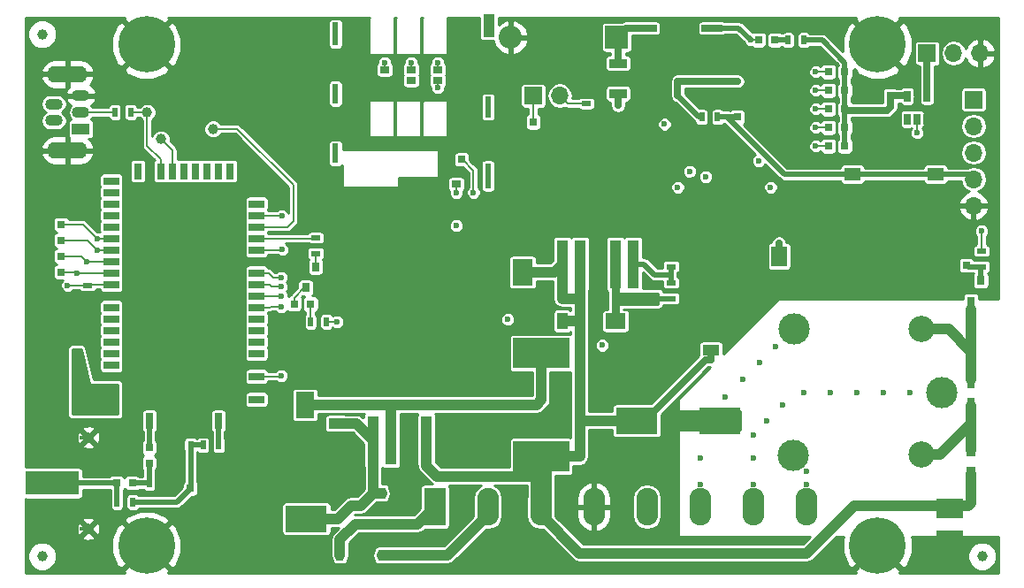
<source format=gbr>
G04 #@! TF.FileFunction,Copper,L1,Top,Mixed*
%FSLAX46Y46*%
G04 Gerber Fmt 4.6, Leading zero omitted, Abs format (unit mm)*
G04 Created by KiCad (PCBNEW 4.0.7) date Wednesday, April 25, 2018 'PMt' 02:03:55 PM*
%MOMM*%
%LPD*%
G01*
G04 APERTURE LIST*
%ADD10C,0.100000*%
%ADD11R,0.750000X0.800000*%
%ADD12R,1.000000X1.600000*%
%ADD13C,0.600000*%
%ADD14C,2.500000*%
%ADD15C,3.000000*%
%ADD16R,1.600000X1.000000*%
%ADD17R,2.080000X3.600000*%
%ADD18O,2.080000X3.600000*%
%ADD19R,5.080000X2.290000*%
%ADD20R,5.080000X2.420000*%
%ADD21C,0.970000*%
%ADD22R,0.890000X0.460000*%
%ADD23R,0.800000X0.750000*%
%ADD24R,0.800000X0.800000*%
%ADD25R,0.600000X0.800000*%
%ADD26R,0.700000X1.000000*%
%ADD27R,1.800000X2.500000*%
%ADD28R,0.500000X0.900000*%
%ADD29R,0.800000X0.900000*%
%ADD30R,0.900000X0.500000*%
%ADD31R,1.550000X1.300000*%
%ADD32R,0.650000X1.060000*%
%ADD33R,1.100000X4.600000*%
%ADD34R,10.800000X9.400000*%
%ADD35R,5.250000X4.550000*%
%ADD36R,4.000000X2.500000*%
%ADD37R,1.950000X1.500000*%
%ADD38R,1.500000X1.950000*%
%ADD39R,1.700000X1.700000*%
%ADD40O,1.700000X1.700000*%
%ADD41C,1.000000*%
%ADD42R,1.950000X2.500000*%
%ADD43R,2.200000X2.200000*%
%ADD44O,2.200000X2.200000*%
%ADD45R,2.000000X0.640000*%
%ADD46R,1.700000X0.900000*%
%ADD47R,1.700000X1.100000*%
%ADD48O,1.700000X1.100000*%
%ADD49O,3.900000X1.600000*%
%ADD50R,0.900000X0.700000*%
%ADD51R,0.800000X0.700000*%
%ADD52R,0.600000X1.900000*%
%ADD53R,0.600000X2.400000*%
%ADD54R,0.600000X2.000000*%
%ADD55R,1.050000X2.200000*%
%ADD56R,0.600000X2.200000*%
%ADD57R,1.500000X0.800000*%
%ADD58R,0.800000X1.500000*%
%ADD59R,1.100000X1.100000*%
%ADD60R,2.500000X1.950000*%
%ADD61R,5.400040X2.900680*%
%ADD62C,5.400000*%
%ADD63C,0.500000*%
%ADD64C,0.700000*%
%ADD65C,0.200000*%
%ADD66C,1.000000*%
%ADD67C,2.000000*%
%ADD68C,0.254000*%
G04 APERTURE END LIST*
D10*
D11*
X110045500Y-120916000D03*
X110045500Y-122416000D03*
D12*
X149606000Y-108839000D03*
X146606000Y-108839000D03*
D13*
X134366000Y-125984000D03*
X135382000Y-123698000D03*
X133350000Y-123698000D03*
X147955000Y-118745000D03*
X149225000Y-114935000D03*
X155575000Y-112395000D03*
X155575000Y-114935000D03*
X155575000Y-121285000D03*
X153035000Y-121285000D03*
X104902000Y-116332000D03*
X170053000Y-111252000D03*
X168529000Y-112776000D03*
X166878000Y-114427000D03*
X165227000Y-116078000D03*
X162814000Y-121920000D03*
X162814000Y-124460000D03*
X169164000Y-118364000D03*
X167894000Y-124460000D03*
X175260000Y-115697000D03*
X177800000Y-115697000D03*
X167894000Y-121920000D03*
X167894000Y-119761000D03*
X170688000Y-116840000D03*
X172720000Y-115697000D03*
X180340000Y-115697000D03*
X182880000Y-115697000D03*
D14*
X183954000Y-109616000D03*
D15*
X171754000Y-109616000D03*
X171704000Y-121666000D03*
D14*
X183954000Y-121616000D03*
D15*
X185904000Y-115666000D03*
D16*
X163830000Y-111609000D03*
X163830000Y-108609000D03*
D13*
X109790000Y-99350000D03*
X116790000Y-99350000D03*
X113290000Y-99350000D03*
X109790000Y-102850000D03*
X116790000Y-102850000D03*
X116790000Y-113350000D03*
X116790000Y-109850000D03*
X109790000Y-109850000D03*
X109790000Y-113350000D03*
X113290000Y-113350000D03*
X113290000Y-109850000D03*
X113290000Y-102850000D03*
X116790000Y-106350000D03*
X109790000Y-106350000D03*
X113290000Y-106350000D03*
X140335000Y-84455000D03*
X140335000Y-87630000D03*
X101790000Y-82350000D03*
X118745000Y-81280000D03*
X131445000Y-102235000D03*
X134620000Y-99060000D03*
X99695000Y-109855000D03*
X156845000Y-97155000D03*
X153035000Y-97155000D03*
X149860000Y-97155000D03*
X156845000Y-94615000D03*
X153035000Y-94615000D03*
X149860000Y-94615000D03*
X156845000Y-92075000D03*
X153035000Y-92075000D03*
X138430000Y-109220000D03*
X138430000Y-111125000D03*
X138430000Y-113030000D03*
X135255000Y-109220000D03*
X135255000Y-111125000D03*
X135255000Y-113030000D03*
X132080000Y-109220000D03*
X132080000Y-111125000D03*
X132080000Y-113030000D03*
X121920000Y-87630000D03*
X125095000Y-84455000D03*
X121920000Y-84455000D03*
X118745000Y-84455000D03*
X137160000Y-104775000D03*
X140335000Y-104775000D03*
X122555000Y-110490000D03*
X144145000Y-99060000D03*
X125095000Y-87630000D03*
X115570000Y-84455000D03*
X125095000Y-81280000D03*
X121920000Y-81280000D03*
X112395000Y-87630000D03*
X121920000Y-90805000D03*
X115570000Y-87630000D03*
X118745000Y-87630000D03*
X115570000Y-81280000D03*
X99695000Y-113665000D03*
X99695000Y-117475000D03*
X102235000Y-130746500D03*
X140335000Y-90805000D03*
X140335000Y-81280000D03*
X108585000Y-86995000D03*
X106045000Y-84455000D03*
X104790000Y-81280000D03*
X103505000Y-109855000D03*
X99695000Y-106045000D03*
X114935000Y-121920000D03*
X118110000Y-120015000D03*
X117475000Y-121920000D03*
X113030000Y-121920000D03*
X114935000Y-123190000D03*
X116205000Y-121920000D03*
X113665000Y-127635000D03*
X112395000Y-127254000D03*
X104521000Y-125730000D03*
X112395000Y-124460000D03*
X104521000Y-123190000D03*
X118110000Y-121031000D03*
X113030000Y-123190000D03*
X111125000Y-123190000D03*
X111125000Y-120650000D03*
X111125000Y-121920000D03*
X106045000Y-127635000D03*
X107442000Y-127381000D03*
X106045000Y-125730000D03*
X106045000Y-123190000D03*
X107315000Y-123190000D03*
X108585000Y-123190000D03*
X108585000Y-121920000D03*
X108585000Y-120650000D03*
X115570000Y-124460000D03*
X104902000Y-115189000D03*
X103886000Y-115189000D03*
X103886000Y-116332000D03*
X104902000Y-117475000D03*
X103886000Y-117475000D03*
X157226000Y-106680000D03*
X155956000Y-106680000D03*
X104140000Y-95885000D03*
X99695000Y-95885000D03*
X105346500Y-132207000D03*
D17*
X137390000Y-126619000D03*
D18*
X142470000Y-126619000D03*
X147550000Y-126619000D03*
X152630000Y-126619000D03*
X157710000Y-126619000D03*
X162790000Y-126619000D03*
X167870000Y-126619000D03*
X172950000Y-126619000D03*
D19*
X100790000Y-124350000D03*
D20*
X100790000Y-119970000D03*
X100790000Y-128730000D03*
D21*
X104230000Y-119970000D03*
X104230000Y-128730000D03*
D22*
X103780000Y-119970000D03*
X103780000Y-128730000D03*
D23*
X166370000Y-89281000D03*
X167870000Y-89281000D03*
X179526500Y-87249000D03*
X181026500Y-87249000D03*
D11*
X146812000Y-91301000D03*
X146812000Y-89801000D03*
D23*
X108446000Y-124333000D03*
X106946000Y-124333000D03*
D11*
X113982500Y-124853000D03*
X113982500Y-126353000D03*
D23*
X101612000Y-113284000D03*
X103112000Y-113284000D03*
X101612000Y-114681000D03*
X103112000Y-114681000D03*
X101612000Y-116078000D03*
X103112000Y-116078000D03*
X101624000Y-117475000D03*
X103124000Y-117475000D03*
X101612000Y-111887000D03*
X103112000Y-111887000D03*
X100088000Y-104140000D03*
X101588000Y-104140000D03*
X100088000Y-102616000D03*
X101588000Y-102616000D03*
X100088000Y-101092000D03*
X101588000Y-101092000D03*
X100088000Y-99568000D03*
X101588000Y-99568000D03*
D24*
X176657000Y-84963000D03*
X175057000Y-84963000D03*
X176657000Y-86741000D03*
X175057000Y-86741000D03*
X176657000Y-88519000D03*
X175057000Y-88519000D03*
X176657000Y-90297000D03*
X175057000Y-90297000D03*
X176657000Y-92075000D03*
X175057000Y-92075000D03*
D25*
X112307000Y-120713500D03*
X114007000Y-120713500D03*
D24*
X125514000Y-107188000D03*
X123914000Y-107188000D03*
D26*
X132302000Y-125295000D03*
X128302000Y-125295000D03*
X128302000Y-131245000D03*
X132302000Y-131245000D03*
D27*
X124968000Y-116872000D03*
X124968000Y-120872000D03*
D24*
X188722000Y-116497000D03*
X188722000Y-114897000D03*
D28*
X108446000Y-126174500D03*
X106946000Y-126174500D03*
X110057500Y-124333000D03*
X111557500Y-124333000D03*
D29*
X125984000Y-103632000D03*
X124084000Y-103632000D03*
X125034000Y-105632000D03*
X189672000Y-104934000D03*
X187772000Y-104934000D03*
X188722000Y-106934000D03*
D28*
X162953000Y-89281000D03*
X164453000Y-89281000D03*
D30*
X151892000Y-87999000D03*
X151892000Y-86499000D03*
D28*
X171208000Y-81915000D03*
X172708000Y-81915000D03*
X115201000Y-120713500D03*
X116701000Y-120713500D03*
D30*
X104140000Y-105422000D03*
X104140000Y-106922000D03*
D28*
X106755500Y-88836500D03*
X108255500Y-88836500D03*
X125488000Y-108902500D03*
X126988000Y-108902500D03*
D30*
X125984000Y-100850000D03*
X125984000Y-102350000D03*
X188722000Y-121551000D03*
X188722000Y-123051000D03*
X189738000Y-103620000D03*
X189738000Y-102120000D03*
X160020000Y-105168000D03*
X160020000Y-106668000D03*
X160020000Y-102120000D03*
X160020000Y-103620000D03*
D31*
X185336000Y-94778000D03*
X185336000Y-99278000D03*
X177376000Y-99278000D03*
X177376000Y-94778000D03*
D32*
X182628500Y-89492000D03*
X183578500Y-89492000D03*
X184528500Y-89492000D03*
X184528500Y-87292000D03*
X182628500Y-87292000D03*
D33*
X131493000Y-120263000D03*
X133193000Y-120263000D03*
X134893000Y-120263000D03*
X136593000Y-120263000D03*
X138293000Y-120263000D03*
D34*
X134893000Y-111113000D03*
D35*
X137668000Y-108688000D03*
X132118000Y-113538000D03*
X132118000Y-108688000D03*
X137668000Y-113538000D03*
D33*
X149586000Y-103378000D03*
X151286000Y-103378000D03*
X152986000Y-103378000D03*
X154686000Y-103378000D03*
X156386000Y-103378000D03*
D34*
X152986000Y-94228000D03*
D35*
X155761000Y-91803000D03*
X150211000Y-96653000D03*
X150211000Y-91803000D03*
X155761000Y-96653000D03*
D36*
X125094000Y-127762000D03*
X117094000Y-127762000D03*
X156718000Y-118364000D03*
X164718000Y-118364000D03*
D23*
X186829000Y-103505000D03*
X188329000Y-103505000D03*
D37*
X154708000Y-108839000D03*
X157458000Y-108839000D03*
D38*
X170370500Y-102638000D03*
X170370500Y-105388000D03*
D39*
X146812000Y-87249000D03*
D40*
X149352000Y-87249000D03*
D39*
X184531000Y-83185000D03*
D40*
X187071000Y-83185000D03*
X189611000Y-83185000D03*
D39*
X188976000Y-87630000D03*
D40*
X188976000Y-90170000D03*
X188976000Y-92710000D03*
X188976000Y-95250000D03*
X188976000Y-97790000D03*
D41*
X111188500Y-91376500D03*
X109855000Y-88836500D03*
X116141500Y-90424000D03*
D13*
X149860000Y-92075000D03*
X181102000Y-103632000D03*
X181102000Y-101600000D03*
X181102000Y-105664000D03*
X179324000Y-101600000D03*
X179324000Y-103632000D03*
X179324000Y-105664000D03*
X182880000Y-101600000D03*
X182880000Y-103632000D03*
X182880000Y-105664000D03*
D42*
X145797000Y-104140000D03*
X142747000Y-104140000D03*
D24*
X169964000Y-81915000D03*
X168364000Y-81915000D03*
D43*
X154813000Y-81661000D03*
D44*
X144653000Y-81661000D03*
D45*
X157632000Y-80772000D03*
X157632000Y-83312000D03*
X163932000Y-83312000D03*
X163932000Y-80772000D03*
D46*
X154940000Y-87048000D03*
X154940000Y-84148000D03*
D47*
X103505000Y-90436500D03*
D48*
X100905000Y-89636500D03*
X103505000Y-88836500D03*
X100905000Y-88036500D03*
X103505000Y-87236500D03*
D49*
X102205000Y-92486500D03*
X102205000Y-85186500D03*
D50*
X139446000Y-95694500D03*
D51*
X139954000Y-93345000D03*
D50*
X137668000Y-84772500D03*
X135128000Y-84772500D03*
X132588000Y-84772500D03*
X137668000Y-85788500D03*
X135128000Y-85788500D03*
X132588000Y-85788500D03*
D52*
X127889000Y-92773500D03*
X127889000Y-87058500D03*
D53*
X142494000Y-94932500D03*
D54*
X142494000Y-88328500D03*
D55*
X142564500Y-80519000D03*
D56*
X127889000Y-81343500D03*
D57*
X120318000Y-117424000D03*
X120318000Y-116324000D03*
X120318000Y-115224000D03*
X120318000Y-114124000D03*
X120318000Y-113024000D03*
X120318000Y-111924000D03*
X120318000Y-110824000D03*
X120318000Y-109724000D03*
X120318000Y-108624000D03*
X120318000Y-107524000D03*
X120318000Y-106424000D03*
X120318000Y-105324000D03*
X120318000Y-104224000D03*
X120318000Y-103124000D03*
X120318000Y-102024000D03*
X120318000Y-100924000D03*
X120318000Y-99824000D03*
X120318000Y-98724000D03*
X120318000Y-97624000D03*
X120318000Y-96524000D03*
X120318000Y-95424000D03*
D58*
X118868000Y-94474000D03*
X117768000Y-94474000D03*
X116668000Y-94474000D03*
X115568000Y-94474000D03*
X114468000Y-94474000D03*
X113368000Y-94474000D03*
X112268000Y-94474000D03*
X111168000Y-94474000D03*
X110068000Y-94474000D03*
X108968000Y-94474000D03*
X107868000Y-94474000D03*
D57*
X106418000Y-95424000D03*
X106418000Y-96524000D03*
X106418000Y-97624000D03*
X106418000Y-98724000D03*
X106418000Y-99824000D03*
X106418000Y-100924000D03*
X106418000Y-102024000D03*
X106418000Y-103124000D03*
X106418000Y-104224000D03*
X106418000Y-105324000D03*
X106418000Y-106424000D03*
X106418000Y-107524000D03*
X106418000Y-108624000D03*
X106418000Y-109724000D03*
X106418000Y-110824000D03*
X106418000Y-111924000D03*
X106418000Y-113024000D03*
X106418000Y-114124000D03*
X106418000Y-115224000D03*
X106418000Y-116324000D03*
X106418000Y-117424000D03*
D58*
X107868000Y-118374000D03*
X108968000Y-118374000D03*
X110068000Y-118374000D03*
X111168000Y-118374000D03*
X112268000Y-118374000D03*
X113368000Y-118374000D03*
X114468000Y-118374000D03*
X115568000Y-118374000D03*
X116668000Y-118374000D03*
X117768000Y-118374000D03*
X118868000Y-118374000D03*
D59*
X118618000Y-116674000D03*
X116518000Y-116674000D03*
X114418000Y-116674000D03*
X112318000Y-116674000D03*
X110218000Y-116674000D03*
X108118000Y-116674000D03*
X118618000Y-114874000D03*
X116518000Y-114874000D03*
X114418000Y-114874000D03*
X112318000Y-114874000D03*
X110218000Y-114874000D03*
X108118000Y-114874000D03*
X118618000Y-113074000D03*
X108118000Y-113074000D03*
X118618000Y-109474000D03*
X108118000Y-109474000D03*
X118618000Y-103374000D03*
X108118000Y-103374000D03*
X118618000Y-99774000D03*
X108118000Y-99774000D03*
X118618000Y-98174000D03*
X116518000Y-98174000D03*
X114418000Y-98174000D03*
X112318000Y-98174000D03*
X110218000Y-98174000D03*
X108118000Y-98174000D03*
X118618000Y-96374000D03*
X116668000Y-96374000D03*
X114518000Y-96374000D03*
X112318000Y-96374000D03*
X110218000Y-96374000D03*
X108118000Y-96374000D03*
D16*
X128016000Y-118642000D03*
X128016000Y-121642000D03*
D60*
X186690000Y-126745000D03*
X186690000Y-129795000D03*
D61*
X147574000Y-111889540D03*
X147574000Y-121790460D03*
D62*
X109790000Y-130350000D03*
X179790000Y-130350000D03*
X179790000Y-82350000D03*
X109790000Y-82350000D03*
D13*
X172974000Y-124460000D03*
X172974000Y-123190000D03*
D41*
X99790000Y-131350000D03*
X189790000Y-131350000D03*
X99790000Y-81350000D03*
D13*
X165318000Y-89245000D03*
X153415361Y-111149103D03*
X179197000Y-88646000D03*
X144379061Y-108662165D03*
X169545000Y-96012000D03*
X160655000Y-96012000D03*
X160655000Y-87249000D03*
X166370000Y-85852000D03*
X128016000Y-108902500D03*
X158369000Y-106680000D03*
X154686000Y-106680000D03*
X122785598Y-102002193D03*
X122728574Y-98717709D03*
X163830000Y-112522000D03*
X173863000Y-84963000D03*
X173863000Y-86741000D03*
X173863000Y-88519000D03*
X173863000Y-90297000D03*
X173863000Y-92075000D03*
X139446000Y-96520000D03*
X168402000Y-93472000D03*
X163322179Y-94995912D03*
X161800167Y-94488574D03*
X154940000Y-88198000D03*
X139446000Y-99695000D03*
X122682000Y-114046000D03*
X116141500Y-90424000D03*
X109855000Y-88836500D03*
X111188500Y-91376500D03*
X189738000Y-100203000D03*
X159384145Y-89981173D03*
X183578500Y-90805000D03*
X170340576Y-101351960D03*
X103147177Y-104220949D03*
X132588000Y-84074000D03*
X104065717Y-103119878D03*
X135128000Y-84074000D03*
X105039551Y-102015949D03*
X137668000Y-86487000D03*
X105045494Y-100931574D03*
X137668000Y-84074000D03*
X102235000Y-105410000D03*
X141097000Y-96520000D03*
X122682000Y-107442000D03*
X122682000Y-106426000D03*
X122682000Y-105537000D03*
X122682000Y-104648000D03*
X167640000Y-81915000D03*
D63*
X106946000Y-126174500D02*
X106946000Y-124333000D01*
X100790000Y-124350000D02*
X106929000Y-124350000D01*
X106929000Y-124350000D02*
X106946000Y-124333000D01*
X160790000Y-118350000D02*
X157855000Y-121285000D01*
X157855000Y-121285000D02*
X155575000Y-121285000D01*
X163954000Y-118350000D02*
X160790000Y-118350000D01*
X164718000Y-118364000D02*
X163968000Y-118364000D01*
X163968000Y-118364000D02*
X163954000Y-118350000D01*
X185336000Y-94778000D02*
X188504000Y-94778000D01*
X188504000Y-94778000D02*
X188976000Y-95250000D01*
X177376000Y-94778000D02*
X185336000Y-94778000D01*
X165318000Y-89245000D02*
X170851000Y-94778000D01*
X170851000Y-94778000D02*
X177376000Y-94778000D01*
X166370000Y-89281000D02*
X165354000Y-89281000D01*
X165354000Y-89281000D02*
X165318000Y-89245000D01*
X164453000Y-89281000D02*
X165282000Y-89281000D01*
X165282000Y-89281000D02*
X165318000Y-89245000D01*
D64*
X181026500Y-87249000D02*
X182585500Y-87249000D01*
X182585500Y-87249000D02*
X182628500Y-87292000D01*
X179197000Y-88646000D02*
X180704500Y-88646000D01*
X180704500Y-88646000D02*
X181026500Y-88324000D01*
X181026500Y-88324000D02*
X181026500Y-87249000D01*
X179197000Y-88646000D02*
X176784000Y-88646000D01*
X176784000Y-88646000D02*
X176657000Y-88519000D01*
D63*
X176657000Y-90297000D02*
X176657000Y-92075000D01*
X176657000Y-88519000D02*
X176657000Y-90297000D01*
X176657000Y-86741000D02*
X176657000Y-88519000D01*
X176657000Y-84963000D02*
X176657000Y-86741000D01*
X172708000Y-81915000D02*
X174509000Y-81915000D01*
X174509000Y-81915000D02*
X176657000Y-84063000D01*
X176657000Y-84063000D02*
X176657000Y-84963000D01*
D64*
X160655000Y-87249000D02*
X160655000Y-85852000D01*
X160655000Y-85852000D02*
X166370000Y-85852000D01*
D63*
X162953000Y-89281000D02*
X162687000Y-89281000D01*
X162687000Y-89281000D02*
X160655000Y-87249000D01*
D65*
X146812000Y-89801000D02*
X146812000Y-89201000D01*
X146812000Y-89201000D02*
X146812000Y-87249000D01*
D63*
X110057500Y-124333000D02*
X108446000Y-124333000D01*
X110045500Y-122416000D02*
X110045500Y-124321000D01*
X110045500Y-124321000D02*
X110057500Y-124333000D01*
X114007000Y-120713500D02*
X115201000Y-120713500D01*
X114007000Y-120713500D02*
X114007000Y-124828500D01*
X114007000Y-124828500D02*
X113982500Y-124853000D01*
X108446000Y-126174500D02*
X112686000Y-126174500D01*
X112686000Y-126174500D02*
X113982500Y-124878000D01*
X113982500Y-124878000D02*
X113982500Y-124853000D01*
X110068000Y-118374000D02*
X110068000Y-120893500D01*
X110068000Y-120893500D02*
X110045500Y-120916000D01*
D65*
X127438000Y-108902500D02*
X128016000Y-108902500D01*
X126988000Y-108902500D02*
X127438000Y-108902500D01*
D64*
X154686000Y-103378000D02*
X154686000Y-106680000D01*
D63*
X160020000Y-106668000D02*
X158381000Y-106668000D01*
D65*
X158381000Y-106668000D02*
X158369000Y-106680000D01*
X122763791Y-102024000D02*
X122785598Y-102002193D01*
X120318000Y-102024000D02*
X122763791Y-102024000D01*
X122722283Y-98724000D02*
X122728574Y-98717709D01*
X120318000Y-98724000D02*
X122722283Y-98724000D01*
D66*
X131503397Y-125295000D02*
X130303396Y-126495001D01*
X128094000Y-127762000D02*
X125094000Y-127762000D01*
X130303396Y-126495001D02*
X129360999Y-126495001D01*
X129360999Y-126495001D02*
X128094000Y-127762000D01*
X132302000Y-125295000D02*
X131503397Y-125295000D01*
X131503397Y-125295000D02*
X131493000Y-125284603D01*
X131493000Y-120263000D02*
X131493000Y-125284603D01*
X128016000Y-118642000D02*
X129872000Y-118642000D01*
X129872000Y-118642000D02*
X131493000Y-120263000D01*
X151286000Y-108204000D02*
X151286000Y-108839000D01*
X151286000Y-108839000D02*
X151286000Y-118364000D01*
X149606000Y-108839000D02*
X150606000Y-108839000D01*
X150606000Y-108839000D02*
X151286000Y-108839000D01*
D64*
X163830000Y-112522000D02*
X163830000Y-111609000D01*
X156718000Y-118364000D02*
X157468000Y-118364000D01*
X157468000Y-118364000D02*
X163310000Y-112522000D01*
X163310000Y-112522000D02*
X163405736Y-112522000D01*
X163405736Y-112522000D02*
X163830000Y-112522000D01*
D63*
X188722000Y-123051000D02*
X188722000Y-123444000D01*
D66*
X188722000Y-126238000D02*
X188722000Y-123444000D01*
X188469000Y-126491000D02*
X188722000Y-126238000D01*
X187452000Y-126491000D02*
X188469000Y-126491000D01*
X177566000Y-126492000D02*
X172994000Y-131064000D01*
X187452000Y-126491000D02*
X185202000Y-126491000D01*
X185201000Y-126492000D02*
X177566000Y-126492000D01*
X185202000Y-126491000D02*
X185201000Y-126492000D01*
X151235000Y-131064000D02*
X171450000Y-131064000D01*
X172994000Y-131064000D02*
X171450000Y-131064000D01*
X147550000Y-126619000D02*
X147550000Y-127379000D01*
X147550000Y-127379000D02*
X151235000Y-131064000D01*
X145797000Y-104140000D02*
X148824000Y-104140000D01*
X148824000Y-104140000D02*
X149586000Y-103378000D01*
X151286000Y-118364000D02*
X151286000Y-121778480D01*
X156718000Y-118364000D02*
X151286000Y-118364000D01*
X151286000Y-103378000D02*
X151286000Y-106680000D01*
X151286000Y-106680000D02*
X151286000Y-108204000D01*
X149586000Y-106678000D02*
X149588000Y-106680000D01*
X149588000Y-106680000D02*
X151286000Y-106680000D01*
X149586000Y-103378000D02*
X149586000Y-106678000D01*
X151286000Y-121778480D02*
X151274020Y-121790460D01*
X151274020Y-121790460D02*
X147574000Y-121790460D01*
D67*
X147574000Y-121790460D02*
X147574000Y-126595000D01*
D66*
X147574000Y-126595000D02*
X147550000Y-126619000D01*
X147574000Y-123698000D02*
X147574000Y-122174000D01*
X137617998Y-123698000D02*
X147574000Y-123698000D01*
X136593000Y-120263000D02*
X136593000Y-122673002D01*
X136593000Y-122673002D02*
X137617998Y-123698000D01*
D65*
X175057000Y-84963000D02*
X173863000Y-84963000D01*
X175057000Y-86741000D02*
X173863000Y-86741000D01*
X175057000Y-88519000D02*
X173863000Y-88519000D01*
X175057000Y-90297000D02*
X173863000Y-90297000D01*
X175057000Y-92075000D02*
X173863000Y-92075000D01*
X139446000Y-96520000D02*
X139446000Y-95694500D01*
X125488000Y-108902500D02*
X125488000Y-107214000D01*
X125488000Y-107214000D02*
X125514000Y-107188000D01*
X123914000Y-107188000D02*
X123914000Y-106588000D01*
X123914000Y-106588000D02*
X124870000Y-105632000D01*
X124870000Y-105632000D02*
X125034000Y-105632000D01*
D66*
X132302000Y-131245000D02*
X138604000Y-131245000D01*
X138604000Y-131245000D02*
X142470000Y-127379000D01*
X142470000Y-127379000D02*
X142470000Y-126619000D01*
X142494000Y-127000000D02*
X142494000Y-126240000D01*
X128302000Y-131245000D02*
X128302000Y-129745000D01*
X128302000Y-129745000D02*
X129777000Y-128270000D01*
X129777000Y-128270000D02*
X135739000Y-128270000D01*
X135739000Y-128270000D02*
X137390000Y-126619000D01*
X137295000Y-126524000D02*
X137390000Y-126619000D01*
X147114098Y-116840000D02*
X133350000Y-116840000D01*
X133350000Y-116840000D02*
X124968000Y-116840000D01*
X133193000Y-120263000D02*
X133193000Y-116963000D01*
X133193000Y-116963000D02*
X133316000Y-116840000D01*
X133316000Y-116840000D02*
X133350000Y-116840000D01*
X147574000Y-111889540D02*
X147574000Y-116380098D01*
X147574000Y-116380098D02*
X147114098Y-116840000D01*
D63*
X188722000Y-121158000D02*
X188722000Y-121551000D01*
D66*
X188722000Y-118615766D02*
X188722000Y-121158000D01*
D63*
X188722000Y-116497000D02*
X188722000Y-116967000D01*
D66*
X188722000Y-118615766D02*
X188722000Y-116967000D01*
X183954000Y-121616000D02*
X185721766Y-121616000D01*
X185721766Y-121616000D02*
X188722000Y-118615766D01*
D63*
X188722000Y-106934000D02*
X188722000Y-107696000D01*
D66*
X188722000Y-111760000D02*
X188722000Y-107696000D01*
D63*
X188722000Y-114897000D02*
X188722000Y-114427000D01*
D66*
X188722000Y-111760000D02*
X188722000Y-114427000D01*
X186578000Y-109616000D02*
X188722000Y-111760000D01*
X183954000Y-109616000D02*
X186578000Y-109616000D01*
D64*
X184531000Y-83185000D02*
X184531000Y-87231000D01*
X184592000Y-83246000D02*
X184531000Y-83185000D01*
D65*
X103505000Y-88836500D02*
X106755500Y-88836500D01*
D64*
X154940000Y-87048000D02*
X154940000Y-88198000D01*
D65*
X125984000Y-102350000D02*
X125984000Y-103632000D01*
D63*
X116668000Y-118374000D02*
X116668000Y-120680500D01*
X116668000Y-120680500D02*
X116701000Y-120713500D01*
D65*
X120318000Y-114124000D02*
X122604000Y-114124000D01*
X122604000Y-114124000D02*
X122682000Y-114046000D01*
X120318000Y-99824000D02*
X123281244Y-99824000D01*
X123281244Y-99824000D02*
X123842768Y-99262476D01*
X123842768Y-99262476D02*
X123842768Y-95811631D01*
X123842768Y-95811631D02*
X118455137Y-90424000D01*
X118455137Y-90424000D02*
X116848606Y-90424000D01*
X116848606Y-90424000D02*
X116141500Y-90424000D01*
X111168000Y-94474000D02*
X111167459Y-94473459D01*
X109853341Y-88838159D02*
X109855000Y-88836500D01*
X111167459Y-94473459D02*
X111167459Y-93332981D01*
X111167459Y-93332981D02*
X109853341Y-92018863D01*
X109853341Y-92018863D02*
X109853341Y-88838159D01*
X108255500Y-88836500D02*
X109855000Y-88836500D01*
X112268000Y-94474000D02*
X112268000Y-92456000D01*
X112268000Y-92456000D02*
X111188500Y-91376500D01*
X120318000Y-100924000D02*
X125910000Y-100924000D01*
X125910000Y-100924000D02*
X125984000Y-100850000D01*
X189738000Y-102120000D02*
X189738000Y-100203000D01*
D63*
X160020000Y-105168000D02*
X160020000Y-104394000D01*
X160020000Y-103620000D02*
X160020000Y-104394000D01*
X158452000Y-104394000D02*
X160020000Y-104394000D01*
X156386000Y-103378000D02*
X157436000Y-103378000D01*
X157436000Y-103378000D02*
X158452000Y-104394000D01*
D65*
X183578500Y-89492000D02*
X183578500Y-90805000D01*
D63*
X189738000Y-103620000D02*
X188444000Y-103620000D01*
X188444000Y-103620000D02*
X188329000Y-103505000D01*
X189672000Y-104934000D02*
X189672000Y-103686000D01*
X189672000Y-103686000D02*
X189738000Y-103620000D01*
D64*
X170340576Y-101351960D02*
X170340576Y-102608076D01*
X170340576Y-102608076D02*
X170370500Y-102638000D01*
D65*
X151892000Y-87999000D02*
X150102000Y-87999000D01*
X150102000Y-87999000D02*
X149352000Y-87249000D01*
X101588000Y-104140000D02*
X103066228Y-104140000D01*
X103066228Y-104140000D02*
X103147177Y-104220949D01*
X103081076Y-104154848D02*
X103147177Y-104220949D01*
X106418000Y-104224000D02*
X103150228Y-104224000D01*
X103150228Y-104224000D02*
X103147177Y-104220949D01*
X132588000Y-84772500D02*
X132588000Y-84074000D01*
X101588000Y-102616000D02*
X103561839Y-102616000D01*
X103561839Y-102616000D02*
X104065717Y-103119878D01*
X106418000Y-103124000D02*
X104069839Y-103124000D01*
X104069839Y-103124000D02*
X104065717Y-103119878D01*
X135128000Y-84772500D02*
X135128000Y-84074000D01*
X101588000Y-101092000D02*
X104115602Y-101092000D01*
X104115602Y-101092000D02*
X105039551Y-102015949D01*
X105047602Y-102024000D02*
X105039551Y-102015949D01*
X106418000Y-102024000D02*
X105047602Y-102024000D01*
X137668000Y-85788500D02*
X137668000Y-86487000D01*
X101588000Y-99568000D02*
X103681920Y-99568000D01*
X103681920Y-99568000D02*
X105045494Y-100931574D01*
X106418000Y-100924000D02*
X105053068Y-100924000D01*
X105053068Y-100924000D02*
X105045494Y-100931574D01*
X137668000Y-84772500D02*
X137668000Y-84074000D01*
X102235000Y-105410000D02*
X104128000Y-105410000D01*
X104128000Y-105410000D02*
X104140000Y-105422000D01*
X106418000Y-105324000D02*
X104238000Y-105324000D01*
X104238000Y-105324000D02*
X104140000Y-105422000D01*
X141097000Y-96520000D02*
X141097000Y-94438000D01*
X141097000Y-94438000D02*
X140004000Y-93345000D01*
X140004000Y-93345000D02*
X139954000Y-93345000D01*
X121584000Y-107524000D02*
X121666000Y-107442000D01*
X121666000Y-107442000D02*
X122682000Y-107442000D01*
X120318000Y-107524000D02*
X121584000Y-107524000D01*
X120318000Y-106424000D02*
X122680000Y-106424000D01*
X122680000Y-106424000D02*
X122682000Y-106426000D01*
X121580000Y-105324000D02*
X121793000Y-105537000D01*
X121793000Y-105537000D02*
X122682000Y-105537000D01*
X120318000Y-105324000D02*
X121580000Y-105324000D01*
X121920000Y-104648000D02*
X122682000Y-104648000D01*
X121496000Y-104224000D02*
X121920000Y-104648000D01*
X120318000Y-104224000D02*
X121496000Y-104224000D01*
D63*
X169964000Y-81915000D02*
X171208000Y-81915000D01*
X163932000Y-80772000D02*
X166497000Y-80772000D01*
X166497000Y-80772000D02*
X167640000Y-81915000D01*
D65*
X168364000Y-81915000D02*
X167640000Y-81915000D01*
D64*
X157632000Y-80772000D02*
X155702000Y-80772000D01*
X155702000Y-80772000D02*
X154813000Y-81661000D01*
X154940000Y-84148000D02*
X154940000Y-81788000D01*
X154940000Y-81788000D02*
X154813000Y-81661000D01*
D68*
G36*
X104270135Y-114836045D02*
X104290805Y-114882026D01*
X104327735Y-114916342D01*
X104394000Y-114935000D01*
X107061000Y-114935000D01*
X107061000Y-117729000D01*
X102743000Y-117729000D01*
X102743000Y-111569500D01*
X103530540Y-111569500D01*
X104270135Y-114836045D01*
X104270135Y-114836045D01*
G37*
X104270135Y-114836045D02*
X104290805Y-114882026D01*
X104327735Y-114916342D01*
X104394000Y-114935000D01*
X107061000Y-114935000D01*
X107061000Y-117729000D01*
X102743000Y-117729000D01*
X102743000Y-111569500D01*
X103530540Y-111569500D01*
X104270135Y-114836045D01*
G36*
X154940000Y-106045000D02*
X154950006Y-106094410D01*
X154978447Y-106136035D01*
X155020841Y-106163315D01*
X155067000Y-106172000D01*
X158750000Y-106172000D01*
X158750000Y-107188000D01*
X155067000Y-107188000D01*
X155017590Y-107198006D01*
X154975965Y-107226447D01*
X154948685Y-107268841D01*
X154940000Y-107315000D01*
X154940000Y-109093000D01*
X154432000Y-109093000D01*
X154432000Y-101473000D01*
X154940000Y-101473000D01*
X154940000Y-106045000D01*
X154940000Y-106045000D01*
G37*
X154940000Y-106045000D02*
X154950006Y-106094410D01*
X154978447Y-106136035D01*
X155020841Y-106163315D01*
X155067000Y-106172000D01*
X158750000Y-106172000D01*
X158750000Y-107188000D01*
X155067000Y-107188000D01*
X155017590Y-107198006D01*
X154975965Y-107226447D01*
X154948685Y-107268841D01*
X154940000Y-107315000D01*
X154940000Y-109093000D01*
X154432000Y-109093000D01*
X154432000Y-101473000D01*
X154940000Y-101473000D01*
X154940000Y-106045000D01*
G36*
X107589414Y-79969809D02*
X109790000Y-82170395D01*
X111990586Y-79969809D01*
X111860280Y-79781000D01*
X131119487Y-79781000D01*
X131102447Y-79791965D01*
X131074006Y-79833590D01*
X131064000Y-79883000D01*
X131064000Y-83185000D01*
X131072685Y-83231159D01*
X131099965Y-83273553D01*
X131141590Y-83301994D01*
X131191000Y-83312000D01*
X133413500Y-83312000D01*
X133459659Y-83303315D01*
X133502053Y-83276035D01*
X133530494Y-83234410D01*
X133540500Y-83185000D01*
X133540500Y-79883000D01*
X133531815Y-79836841D01*
X133504535Y-79794447D01*
X133484855Y-79781000D01*
X133659487Y-79781000D01*
X133642447Y-79791965D01*
X133614006Y-79833590D01*
X133604000Y-79883000D01*
X133604000Y-83185000D01*
X133612685Y-83231159D01*
X133639965Y-83273553D01*
X133681590Y-83301994D01*
X133731000Y-83312000D01*
X135953500Y-83312000D01*
X135999659Y-83303315D01*
X136042053Y-83276035D01*
X136070494Y-83234410D01*
X136080500Y-83185000D01*
X136080500Y-79883000D01*
X136071815Y-79836841D01*
X136044535Y-79794447D01*
X136024855Y-79781000D01*
X136199487Y-79781000D01*
X136182447Y-79791965D01*
X136154006Y-79833590D01*
X136144000Y-79883000D01*
X136144000Y-83185000D01*
X136152685Y-83231159D01*
X136179965Y-83273553D01*
X136221590Y-83301994D01*
X136271000Y-83312000D01*
X138493500Y-83312000D01*
X138539659Y-83303315D01*
X138582053Y-83276035D01*
X138610494Y-83234410D01*
X138620500Y-83185000D01*
X138620500Y-79883000D01*
X138611815Y-79836841D01*
X138584535Y-79794447D01*
X138564855Y-79781000D01*
X141651036Y-79781000D01*
X141651036Y-81619000D01*
X141677603Y-81760190D01*
X141761046Y-81889865D01*
X141888366Y-81976859D01*
X142039500Y-82007464D01*
X142985607Y-82007464D01*
X142963825Y-82057122D01*
X143178466Y-82575332D01*
X143640608Y-83070012D01*
X144256877Y-83350183D01*
X144526000Y-83232604D01*
X144526000Y-81788000D01*
X144780000Y-81788000D01*
X144780000Y-83232604D01*
X145049123Y-83350183D01*
X145665392Y-83070012D01*
X146127534Y-82575332D01*
X146342175Y-82057122D01*
X146224125Y-81788000D01*
X144780000Y-81788000D01*
X144526000Y-81788000D01*
X144506000Y-81788000D01*
X144506000Y-81534000D01*
X144526000Y-81534000D01*
X144526000Y-80089396D01*
X144780000Y-80089396D01*
X144780000Y-81534000D01*
X146224125Y-81534000D01*
X146342175Y-81264878D01*
X146127534Y-80746668D01*
X145954079Y-80561000D01*
X153324536Y-80561000D01*
X153324536Y-82761000D01*
X153351103Y-82902190D01*
X153434546Y-83031865D01*
X153561866Y-83118859D01*
X153713000Y-83149464D01*
X154209000Y-83149464D01*
X154209000Y-83309536D01*
X154090000Y-83309536D01*
X153948810Y-83336103D01*
X153819135Y-83419546D01*
X153732141Y-83546866D01*
X153701536Y-83698000D01*
X153701536Y-84598000D01*
X153728103Y-84739190D01*
X153811546Y-84868865D01*
X153938866Y-84955859D01*
X154090000Y-84986464D01*
X155790000Y-84986464D01*
X155931190Y-84959897D01*
X156060865Y-84876454D01*
X156147859Y-84749134D01*
X156178464Y-84598000D01*
X156178464Y-83698000D01*
X156151897Y-83556810D01*
X156068454Y-83427135D01*
X155941134Y-83340141D01*
X155790000Y-83309536D01*
X155671000Y-83309536D01*
X155671000Y-83149464D01*
X155913000Y-83149464D01*
X156054190Y-83122897D01*
X156183865Y-83039454D01*
X156270859Y-82912134D01*
X156301464Y-82761000D01*
X156301464Y-81503000D01*
X157632000Y-81503000D01*
X157745296Y-81480464D01*
X158632000Y-81480464D01*
X158773190Y-81453897D01*
X158902865Y-81370454D01*
X158989859Y-81243134D01*
X159020464Y-81092000D01*
X159020464Y-80452000D01*
X162543536Y-80452000D01*
X162543536Y-81092000D01*
X162570103Y-81233190D01*
X162653546Y-81362865D01*
X162780866Y-81449859D01*
X162932000Y-81480464D01*
X164932000Y-81480464D01*
X165073190Y-81453897D01*
X165152287Y-81403000D01*
X166235632Y-81403000D01*
X167012667Y-82180035D01*
X167062339Y-82300252D01*
X167253741Y-82491987D01*
X167503946Y-82595882D01*
X167700457Y-82596053D01*
X167812866Y-82672859D01*
X167964000Y-82703464D01*
X168764000Y-82703464D01*
X168905190Y-82676897D01*
X169034865Y-82593454D01*
X169121859Y-82466134D01*
X169152464Y-82315000D01*
X169152464Y-81515000D01*
X169175536Y-81515000D01*
X169175536Y-82315000D01*
X169202103Y-82456190D01*
X169285546Y-82585865D01*
X169412866Y-82672859D01*
X169564000Y-82703464D01*
X170364000Y-82703464D01*
X170505190Y-82676897D01*
X170634865Y-82593454D01*
X170643821Y-82580346D01*
X170679546Y-82635865D01*
X170806866Y-82722859D01*
X170958000Y-82753464D01*
X171458000Y-82753464D01*
X171599190Y-82726897D01*
X171728865Y-82643454D01*
X171815859Y-82516134D01*
X171846464Y-82365000D01*
X171846464Y-81465000D01*
X172069536Y-81465000D01*
X172069536Y-82365000D01*
X172096103Y-82506190D01*
X172179546Y-82635865D01*
X172306866Y-82722859D01*
X172458000Y-82753464D01*
X172958000Y-82753464D01*
X173099190Y-82726897D01*
X173228865Y-82643454D01*
X173295452Y-82546000D01*
X174247632Y-82546000D01*
X175986161Y-84284530D01*
X175986135Y-84284546D01*
X175899141Y-84411866D01*
X175868536Y-84563000D01*
X175868536Y-85363000D01*
X175895103Y-85504190D01*
X175978546Y-85633865D01*
X176026000Y-85666289D01*
X176026000Y-86036894D01*
X175986135Y-86062546D01*
X175899141Y-86189866D01*
X175868536Y-86341000D01*
X175868536Y-87141000D01*
X175895103Y-87282190D01*
X175978546Y-87411865D01*
X176026000Y-87444289D01*
X176026000Y-87814894D01*
X175986135Y-87840546D01*
X175899141Y-87967866D01*
X175868536Y-88119000D01*
X175868536Y-88919000D01*
X175895103Y-89060190D01*
X175978546Y-89189865D01*
X176026000Y-89222289D01*
X176026000Y-89592894D01*
X175986135Y-89618546D01*
X175899141Y-89745866D01*
X175868536Y-89897000D01*
X175868536Y-90697000D01*
X175895103Y-90838190D01*
X175978546Y-90967865D01*
X176026000Y-91000289D01*
X176026000Y-91370894D01*
X175986135Y-91396546D01*
X175899141Y-91523866D01*
X175868536Y-91675000D01*
X175868536Y-92475000D01*
X175895103Y-92616190D01*
X175978546Y-92745865D01*
X176105866Y-92832859D01*
X176257000Y-92863464D01*
X177057000Y-92863464D01*
X177198190Y-92836897D01*
X177327865Y-92753454D01*
X177357555Y-92710000D01*
X187720883Y-92710000D01*
X187814587Y-93181083D01*
X188081435Y-93580448D01*
X188480800Y-93847296D01*
X188951883Y-93941000D01*
X189000117Y-93941000D01*
X189471200Y-93847296D01*
X189870565Y-93580448D01*
X190137413Y-93181083D01*
X190231117Y-92710000D01*
X190137413Y-92238917D01*
X189870565Y-91839552D01*
X189471200Y-91572704D01*
X189000117Y-91479000D01*
X188951883Y-91479000D01*
X188480800Y-91572704D01*
X188081435Y-91839552D01*
X187814587Y-92238917D01*
X187720883Y-92710000D01*
X177357555Y-92710000D01*
X177414859Y-92626134D01*
X177445464Y-92475000D01*
X177445464Y-91675000D01*
X177418897Y-91533810D01*
X177335454Y-91404135D01*
X177288000Y-91371711D01*
X177288000Y-91001106D01*
X177327865Y-90975454D01*
X177414859Y-90848134D01*
X177445464Y-90697000D01*
X177445464Y-89897000D01*
X177418897Y-89755810D01*
X177335454Y-89626135D01*
X177288000Y-89593711D01*
X177288000Y-89377000D01*
X180704500Y-89377000D01*
X180984242Y-89321356D01*
X181221395Y-89162895D01*
X181422290Y-88962000D01*
X181915036Y-88962000D01*
X181915036Y-90022000D01*
X181941603Y-90163190D01*
X182025046Y-90292865D01*
X182152366Y-90379859D01*
X182303500Y-90410464D01*
X182953500Y-90410464D01*
X183022882Y-90397409D01*
X183001513Y-90418741D01*
X182897618Y-90668946D01*
X182897382Y-90939865D01*
X183000839Y-91190252D01*
X183192241Y-91381987D01*
X183442446Y-91485882D01*
X183713365Y-91486118D01*
X183963752Y-91382661D01*
X184155487Y-91191259D01*
X184259382Y-90941054D01*
X184259618Y-90670135D01*
X184156161Y-90419748D01*
X184090771Y-90354245D01*
X184174365Y-90300454D01*
X184261359Y-90173134D01*
X184261993Y-90170000D01*
X187720883Y-90170000D01*
X187814587Y-90641083D01*
X188081435Y-91040448D01*
X188480800Y-91307296D01*
X188951883Y-91401000D01*
X189000117Y-91401000D01*
X189471200Y-91307296D01*
X189870565Y-91040448D01*
X190137413Y-90641083D01*
X190231117Y-90170000D01*
X190137413Y-89698917D01*
X189870565Y-89299552D01*
X189471200Y-89032704D01*
X189000117Y-88939000D01*
X188951883Y-88939000D01*
X188480800Y-89032704D01*
X188081435Y-89299552D01*
X187814587Y-89698917D01*
X187720883Y-90170000D01*
X184261993Y-90170000D01*
X184291964Y-90022000D01*
X184291964Y-88962000D01*
X184265397Y-88820810D01*
X184181954Y-88691135D01*
X184054634Y-88604141D01*
X183903500Y-88573536D01*
X183253500Y-88573536D01*
X183112310Y-88600103D01*
X183105313Y-88604605D01*
X183104634Y-88604141D01*
X182953500Y-88573536D01*
X182303500Y-88573536D01*
X182162310Y-88600103D01*
X182032635Y-88683546D01*
X181945641Y-88810866D01*
X181915036Y-88962000D01*
X181422290Y-88962000D01*
X181543395Y-88840895D01*
X181583506Y-88780865D01*
X181701856Y-88603742D01*
X181757500Y-88324000D01*
X181757500Y-87980000D01*
X181952420Y-87980000D01*
X182025046Y-88092865D01*
X182152366Y-88179859D01*
X182303500Y-88210464D01*
X182953500Y-88210464D01*
X183094690Y-88183897D01*
X183224365Y-88100454D01*
X183311359Y-87973134D01*
X183341964Y-87822000D01*
X183341964Y-87380159D01*
X183359500Y-87292000D01*
X183341964Y-87203841D01*
X183341964Y-86762000D01*
X183315397Y-86620810D01*
X183231954Y-86491135D01*
X183104634Y-86404141D01*
X182953500Y-86373536D01*
X182303500Y-86373536D01*
X182162310Y-86400103D01*
X182032635Y-86483546D01*
X182009094Y-86518000D01*
X181580355Y-86518000D01*
X181577634Y-86516141D01*
X181426500Y-86485536D01*
X180626500Y-86485536D01*
X180485310Y-86512103D01*
X180355635Y-86595546D01*
X180268641Y-86722866D01*
X180238036Y-86874000D01*
X180238036Y-87624000D01*
X180264603Y-87765190D01*
X180295500Y-87813206D01*
X180295500Y-87915000D01*
X177378480Y-87915000D01*
X177335454Y-87848135D01*
X177288000Y-87815711D01*
X177288000Y-87445106D01*
X177327865Y-87419454D01*
X177414859Y-87292134D01*
X177445464Y-87141000D01*
X177445464Y-86341000D01*
X177418897Y-86199810D01*
X177335454Y-86070135D01*
X177288000Y-86037711D01*
X177288000Y-85667106D01*
X177327865Y-85641454D01*
X177414859Y-85514134D01*
X177445464Y-85363000D01*
X177445464Y-84810746D01*
X177477163Y-84842445D01*
X177589415Y-84730193D01*
X177895472Y-85173659D01*
X179120252Y-85683725D01*
X180446995Y-85686262D01*
X181673716Y-85180883D01*
X181684528Y-85173659D01*
X181990586Y-84730191D01*
X179790000Y-82529605D01*
X179775858Y-82543748D01*
X179596253Y-82364143D01*
X179610395Y-82350000D01*
X179969605Y-82350000D01*
X182170191Y-84550586D01*
X182613659Y-84244528D01*
X183123725Y-83019748D01*
X183125034Y-82335000D01*
X183292536Y-82335000D01*
X183292536Y-84035000D01*
X183319103Y-84176190D01*
X183402546Y-84305865D01*
X183529866Y-84392859D01*
X183681000Y-84423464D01*
X183800000Y-84423464D01*
X183800000Y-87231000D01*
X183815036Y-87306591D01*
X183815036Y-87822000D01*
X183841603Y-87963190D01*
X183925046Y-88092865D01*
X184052366Y-88179859D01*
X184203500Y-88210464D01*
X184853500Y-88210464D01*
X184994690Y-88183897D01*
X185124365Y-88100454D01*
X185211359Y-87973134D01*
X185241964Y-87822000D01*
X185241964Y-87331728D01*
X185262000Y-87231000D01*
X185262000Y-86780000D01*
X187737536Y-86780000D01*
X187737536Y-88480000D01*
X187764103Y-88621190D01*
X187847546Y-88750865D01*
X187974866Y-88837859D01*
X188126000Y-88868464D01*
X189826000Y-88868464D01*
X189967190Y-88841897D01*
X190096865Y-88758454D01*
X190183859Y-88631134D01*
X190214464Y-88480000D01*
X190214464Y-86780000D01*
X190187897Y-86638810D01*
X190104454Y-86509135D01*
X189977134Y-86422141D01*
X189826000Y-86391536D01*
X188126000Y-86391536D01*
X187984810Y-86418103D01*
X187855135Y-86501546D01*
X187768141Y-86628866D01*
X187737536Y-86780000D01*
X185262000Y-86780000D01*
X185262000Y-84423464D01*
X185381000Y-84423464D01*
X185522190Y-84396897D01*
X185651865Y-84313454D01*
X185738859Y-84186134D01*
X185769464Y-84035000D01*
X185769464Y-83160883D01*
X185840000Y-83160883D01*
X185840000Y-83209117D01*
X185933704Y-83680200D01*
X186200552Y-84079565D01*
X186599917Y-84346413D01*
X187071000Y-84440117D01*
X187542083Y-84346413D01*
X187941448Y-84079565D01*
X188208296Y-83680200D01*
X188216083Y-83641053D01*
X188415817Y-84066358D01*
X188844076Y-84456645D01*
X189254110Y-84626476D01*
X189484000Y-84505155D01*
X189484000Y-83312000D01*
X189738000Y-83312000D01*
X189738000Y-84505155D01*
X189967890Y-84626476D01*
X190377924Y-84456645D01*
X190806183Y-84066358D01*
X191052486Y-83541892D01*
X190931819Y-83312000D01*
X189738000Y-83312000D01*
X189484000Y-83312000D01*
X189464000Y-83312000D01*
X189464000Y-83058000D01*
X189484000Y-83058000D01*
X189484000Y-81864845D01*
X189738000Y-81864845D01*
X189738000Y-83058000D01*
X190931819Y-83058000D01*
X191052486Y-82828108D01*
X190806183Y-82303642D01*
X190377924Y-81913355D01*
X189967890Y-81743524D01*
X189738000Y-81864845D01*
X189484000Y-81864845D01*
X189254110Y-81743524D01*
X188844076Y-81913355D01*
X188415817Y-82303642D01*
X188216083Y-82728947D01*
X188208296Y-82689800D01*
X187941448Y-82290435D01*
X187542083Y-82023587D01*
X187071000Y-81929883D01*
X186599917Y-82023587D01*
X186200552Y-82290435D01*
X185933704Y-82689800D01*
X185840000Y-83160883D01*
X185769464Y-83160883D01*
X185769464Y-82335000D01*
X185742897Y-82193810D01*
X185659454Y-82064135D01*
X185532134Y-81977141D01*
X185381000Y-81946536D01*
X183681000Y-81946536D01*
X183539810Y-81973103D01*
X183410135Y-82056546D01*
X183323141Y-82183866D01*
X183292536Y-82335000D01*
X183125034Y-82335000D01*
X183126262Y-81693005D01*
X182620883Y-80466284D01*
X182613659Y-80455472D01*
X182170191Y-80149414D01*
X179969605Y-82350000D01*
X179610395Y-82350000D01*
X177409809Y-80149414D01*
X176966341Y-80455472D01*
X176456275Y-81680252D01*
X176453814Y-82967445D01*
X174955184Y-81468816D01*
X174750473Y-81332032D01*
X174509000Y-81284000D01*
X173294280Y-81284000D01*
X173236454Y-81194135D01*
X173109134Y-81107141D01*
X172958000Y-81076536D01*
X172458000Y-81076536D01*
X172316810Y-81103103D01*
X172187135Y-81186546D01*
X172100141Y-81313866D01*
X172069536Y-81465000D01*
X171846464Y-81465000D01*
X171819897Y-81323810D01*
X171736454Y-81194135D01*
X171609134Y-81107141D01*
X171458000Y-81076536D01*
X170958000Y-81076536D01*
X170816810Y-81103103D01*
X170687135Y-81186546D01*
X170645040Y-81248154D01*
X170642454Y-81244135D01*
X170515134Y-81157141D01*
X170364000Y-81126536D01*
X169564000Y-81126536D01*
X169422810Y-81153103D01*
X169293135Y-81236546D01*
X169206141Y-81363866D01*
X169175536Y-81515000D01*
X169152464Y-81515000D01*
X169125897Y-81373810D01*
X169042454Y-81244135D01*
X168915134Y-81157141D01*
X168764000Y-81126536D01*
X167964000Y-81126536D01*
X167822810Y-81153103D01*
X167790964Y-81173596D01*
X166943184Y-80325816D01*
X166738473Y-80189032D01*
X166497000Y-80141000D01*
X165151714Y-80141000D01*
X165083134Y-80094141D01*
X164932000Y-80063536D01*
X162932000Y-80063536D01*
X162790810Y-80090103D01*
X162661135Y-80173546D01*
X162574141Y-80300866D01*
X162543536Y-80452000D01*
X159020464Y-80452000D01*
X158993897Y-80310810D01*
X158910454Y-80181135D01*
X158783134Y-80094141D01*
X158632000Y-80063536D01*
X157745296Y-80063536D01*
X157632000Y-80041000D01*
X155702000Y-80041000D01*
X155422258Y-80096644D01*
X155308678Y-80172536D01*
X153713000Y-80172536D01*
X153571810Y-80199103D01*
X153442135Y-80282546D01*
X153355141Y-80409866D01*
X153324536Y-80561000D01*
X145954079Y-80561000D01*
X145665392Y-80251988D01*
X145049123Y-79971817D01*
X144780000Y-80089396D01*
X144526000Y-80089396D01*
X144256877Y-79971817D01*
X143640608Y-80251988D01*
X143477964Y-80426083D01*
X143477964Y-79781000D01*
X177719720Y-79781000D01*
X177589414Y-79969809D01*
X179790000Y-82170395D01*
X181990586Y-79969809D01*
X181860280Y-79781000D01*
X191359000Y-79781000D01*
X191359000Y-106723000D01*
X189510464Y-106723000D01*
X189510464Y-106484000D01*
X189483897Y-106342810D01*
X189400454Y-106213135D01*
X189273134Y-106126141D01*
X189122000Y-106095536D01*
X188322000Y-106095536D01*
X188180810Y-106122103D01*
X188051135Y-106205546D01*
X187964141Y-106332866D01*
X187933536Y-106484000D01*
X187933536Y-106723000D01*
X170290000Y-106723000D01*
X170240590Y-106733006D01*
X170200197Y-106760197D01*
X165018464Y-111941930D01*
X165018464Y-111109000D01*
X164991897Y-110967810D01*
X164908454Y-110838135D01*
X164781134Y-110751141D01*
X164630000Y-110720536D01*
X163030000Y-110720536D01*
X162888810Y-110747103D01*
X162759135Y-110830546D01*
X162672141Y-110957866D01*
X162641536Y-111109000D01*
X162641536Y-112109000D01*
X162649086Y-112149124D01*
X158072674Y-116725536D01*
X154718000Y-116725536D01*
X154576810Y-116752103D01*
X154447135Y-116835546D01*
X154360141Y-116962866D01*
X154329536Y-117114000D01*
X154329536Y-117483000D01*
X152167000Y-117483000D01*
X152167000Y-111283968D01*
X152734243Y-111283968D01*
X152837700Y-111534355D01*
X153029102Y-111726090D01*
X153279307Y-111829985D01*
X153550226Y-111830221D01*
X153800613Y-111726764D01*
X153992348Y-111535362D01*
X154096243Y-111285157D01*
X154096479Y-111014238D01*
X153993022Y-110763851D01*
X153801620Y-110572116D01*
X153551415Y-110468221D01*
X153280496Y-110467985D01*
X153030109Y-110571442D01*
X152838374Y-110762844D01*
X152734479Y-111013049D01*
X152734243Y-111283968D01*
X152167000Y-111283968D01*
X152167000Y-108089000D01*
X153344536Y-108089000D01*
X153344536Y-109589000D01*
X153371103Y-109730190D01*
X153454546Y-109859865D01*
X153581866Y-109946859D01*
X153733000Y-109977464D01*
X155683000Y-109977464D01*
X155824190Y-109950897D01*
X155953865Y-109867454D01*
X156040859Y-109740134D01*
X156071464Y-109589000D01*
X156071464Y-108089000D01*
X156044897Y-107947810D01*
X155961454Y-107818135D01*
X155834134Y-107731141D01*
X155683000Y-107700536D01*
X155448000Y-107700536D01*
X155448000Y-107696000D01*
X158877000Y-107696000D01*
X159015477Y-107669944D01*
X159142660Y-107588104D01*
X159227983Y-107463230D01*
X159258000Y-107315000D01*
X159258000Y-107299000D01*
X159533141Y-107299000D01*
X159570000Y-107306464D01*
X160470000Y-107306464D01*
X160611190Y-107279897D01*
X160740865Y-107196454D01*
X160827859Y-107069134D01*
X160858464Y-106918000D01*
X160858464Y-106418000D01*
X160831897Y-106276810D01*
X160748454Y-106147135D01*
X160621134Y-106060141D01*
X160470000Y-106029536D01*
X159570000Y-106029536D01*
X159530333Y-106037000D01*
X159256495Y-106037000D01*
X159231944Y-105906523D01*
X159150104Y-105779340D01*
X159025230Y-105694017D01*
X158877000Y-105664000D01*
X157324464Y-105664000D01*
X157324464Y-104158832D01*
X158005816Y-104840184D01*
X158210527Y-104976968D01*
X158452000Y-105025000D01*
X159181536Y-105025000D01*
X159181536Y-105418000D01*
X159208103Y-105559190D01*
X159291546Y-105688865D01*
X159418866Y-105775859D01*
X159570000Y-105806464D01*
X160470000Y-105806464D01*
X160611190Y-105779897D01*
X160740865Y-105696454D01*
X160827859Y-105569134D01*
X160858464Y-105418000D01*
X160858464Y-104918000D01*
X160831897Y-104776810D01*
X160748454Y-104647135D01*
X160651000Y-104580548D01*
X160651000Y-104206280D01*
X160740865Y-104148454D01*
X160827859Y-104021134D01*
X160858464Y-103870000D01*
X160858464Y-103370000D01*
X160831897Y-103228810D01*
X160748454Y-103099135D01*
X160621134Y-103012141D01*
X160470000Y-102981536D01*
X159570000Y-102981536D01*
X159428810Y-103008103D01*
X159299135Y-103091546D01*
X159212141Y-103218866D01*
X159181536Y-103370000D01*
X159181536Y-103763000D01*
X158713368Y-103763000D01*
X157882184Y-102931816D01*
X157677473Y-102795032D01*
X157669952Y-102793536D01*
X157436000Y-102747000D01*
X157324464Y-102747000D01*
X157324464Y-101663000D01*
X169232036Y-101663000D01*
X169232036Y-103613000D01*
X169258603Y-103754190D01*
X169342046Y-103883865D01*
X169469366Y-103970859D01*
X169620500Y-104001464D01*
X171120500Y-104001464D01*
X171261690Y-103974897D01*
X171391365Y-103891454D01*
X171478359Y-103764134D01*
X171508964Y-103613000D01*
X171508964Y-103130000D01*
X187540536Y-103130000D01*
X187540536Y-103880000D01*
X187567103Y-104021190D01*
X187650546Y-104150865D01*
X187777866Y-104237859D01*
X187929000Y-104268464D01*
X188729000Y-104268464D01*
X188821812Y-104251000D01*
X188970078Y-104251000D01*
X188914141Y-104332866D01*
X188883536Y-104484000D01*
X188883536Y-105384000D01*
X188910103Y-105525190D01*
X188993546Y-105654865D01*
X189120866Y-105741859D01*
X189272000Y-105772464D01*
X190072000Y-105772464D01*
X190213190Y-105745897D01*
X190342865Y-105662454D01*
X190429859Y-105535134D01*
X190460464Y-105384000D01*
X190460464Y-104484000D01*
X190433897Y-104342810D01*
X190352765Y-104216727D01*
X190458865Y-104148454D01*
X190545859Y-104021134D01*
X190576464Y-103870000D01*
X190576464Y-103370000D01*
X190549897Y-103228810D01*
X190466454Y-103099135D01*
X190339134Y-103012141D01*
X190188000Y-102981536D01*
X189288000Y-102981536D01*
X189248333Y-102989000D01*
X189090933Y-102989000D01*
X189090897Y-102988810D01*
X189007454Y-102859135D01*
X188880134Y-102772141D01*
X188729000Y-102741536D01*
X187929000Y-102741536D01*
X187787810Y-102768103D01*
X187658135Y-102851546D01*
X187571141Y-102978866D01*
X187540536Y-103130000D01*
X171508964Y-103130000D01*
X171508964Y-101870000D01*
X188899536Y-101870000D01*
X188899536Y-102370000D01*
X188926103Y-102511190D01*
X189009546Y-102640865D01*
X189136866Y-102727859D01*
X189288000Y-102758464D01*
X190188000Y-102758464D01*
X190329190Y-102731897D01*
X190458865Y-102648454D01*
X190545859Y-102521134D01*
X190576464Y-102370000D01*
X190576464Y-101870000D01*
X190549897Y-101728810D01*
X190466454Y-101599135D01*
X190339134Y-101512141D01*
X190219000Y-101487814D01*
X190219000Y-100685079D01*
X190314987Y-100589259D01*
X190418882Y-100339054D01*
X190419118Y-100068135D01*
X190315661Y-99817748D01*
X190124259Y-99626013D01*
X189874054Y-99522118D01*
X189603135Y-99521882D01*
X189352748Y-99625339D01*
X189161013Y-99816741D01*
X189057118Y-100066946D01*
X189056882Y-100337865D01*
X189160339Y-100588252D01*
X189257000Y-100685081D01*
X189257000Y-101487369D01*
X189146810Y-101508103D01*
X189017135Y-101591546D01*
X188930141Y-101718866D01*
X188899536Y-101870000D01*
X171508964Y-101870000D01*
X171508964Y-101663000D01*
X171482397Y-101521810D01*
X171398954Y-101392135D01*
X171271634Y-101305141D01*
X171120500Y-101274536D01*
X171056175Y-101274536D01*
X171015932Y-101072218D01*
X170857471Y-100835065D01*
X170620318Y-100676604D01*
X170340576Y-100620960D01*
X170060834Y-100676604D01*
X169823681Y-100835065D01*
X169665220Y-101072218D01*
X169624977Y-101274536D01*
X169620500Y-101274536D01*
X169479310Y-101301103D01*
X169349635Y-101384546D01*
X169262641Y-101511866D01*
X169232036Y-101663000D01*
X157324464Y-101663000D01*
X157324464Y-101078000D01*
X157297897Y-100936810D01*
X157214454Y-100807135D01*
X157087134Y-100720141D01*
X156936000Y-100689536D01*
X155836000Y-100689536D01*
X155694810Y-100716103D01*
X155565135Y-100799546D01*
X155536520Y-100841426D01*
X155514454Y-100807135D01*
X155387134Y-100720141D01*
X155236000Y-100689536D01*
X154136000Y-100689536D01*
X153994810Y-100716103D01*
X153865135Y-100799546D01*
X153778141Y-100926866D01*
X153747536Y-101078000D01*
X153747536Y-105678000D01*
X153774103Y-105819190D01*
X153857546Y-105948865D01*
X153924000Y-105994271D01*
X153924000Y-107700536D01*
X153733000Y-107700536D01*
X153591810Y-107727103D01*
X153462135Y-107810546D01*
X153375141Y-107937866D01*
X153344536Y-108089000D01*
X152167000Y-108089000D01*
X152167000Y-105868443D01*
X152193859Y-105829134D01*
X152224464Y-105678000D01*
X152224464Y-101078000D01*
X152197897Y-100936810D01*
X152114454Y-100807135D01*
X151987134Y-100720141D01*
X151836000Y-100689536D01*
X150736000Y-100689536D01*
X150594810Y-100716103D01*
X150465135Y-100799546D01*
X150436520Y-100841426D01*
X150414454Y-100807135D01*
X150287134Y-100720141D01*
X150136000Y-100689536D01*
X149036000Y-100689536D01*
X148894810Y-100716103D01*
X148765135Y-100799546D01*
X148678141Y-100926866D01*
X148647536Y-101078000D01*
X148647536Y-103070542D01*
X148459078Y-103259000D01*
X147160464Y-103259000D01*
X147160464Y-102890000D01*
X147133897Y-102748810D01*
X147050454Y-102619135D01*
X146923134Y-102532141D01*
X146772000Y-102501536D01*
X144822000Y-102501536D01*
X144680810Y-102528103D01*
X144551135Y-102611546D01*
X144464141Y-102738866D01*
X144433536Y-102890000D01*
X144433536Y-105390000D01*
X144460103Y-105531190D01*
X144543546Y-105660865D01*
X144670866Y-105747859D01*
X144822000Y-105778464D01*
X146772000Y-105778464D01*
X146913190Y-105751897D01*
X147042865Y-105668454D01*
X147129859Y-105541134D01*
X147160464Y-105390000D01*
X147160464Y-105021000D01*
X148647536Y-105021000D01*
X148647536Y-105678000D01*
X148674103Y-105819190D01*
X148705000Y-105867206D01*
X148705000Y-106678000D01*
X148772062Y-107015144D01*
X148963039Y-107300961D01*
X148965039Y-107302961D01*
X149250855Y-107493938D01*
X149588000Y-107561000D01*
X150405000Y-107561000D01*
X150405000Y-107800065D01*
X150384454Y-107768135D01*
X150257134Y-107681141D01*
X150106000Y-107650536D01*
X149106000Y-107650536D01*
X148964810Y-107677103D01*
X148835135Y-107760546D01*
X148748141Y-107887866D01*
X148717536Y-108039000D01*
X148717536Y-109639000D01*
X148744103Y-109780190D01*
X148827546Y-109909865D01*
X148954866Y-109996859D01*
X149106000Y-110027464D01*
X150106000Y-110027464D01*
X150247190Y-110000897D01*
X150376865Y-109917454D01*
X150405000Y-109876277D01*
X150405000Y-110077260D01*
X150274020Y-110050736D01*
X144873980Y-110050736D01*
X144732790Y-110077303D01*
X144603115Y-110160746D01*
X144516121Y-110288066D01*
X144485516Y-110439200D01*
X144485516Y-113339880D01*
X144512083Y-113481070D01*
X144595526Y-113610745D01*
X144722846Y-113697739D01*
X144873980Y-113728344D01*
X146693000Y-113728344D01*
X146693000Y-115959000D01*
X126256464Y-115959000D01*
X126256464Y-115622000D01*
X126229897Y-115480810D01*
X126146454Y-115351135D01*
X126019134Y-115264141D01*
X125868000Y-115233536D01*
X124068000Y-115233536D01*
X123926810Y-115260103D01*
X123797135Y-115343546D01*
X123710141Y-115470866D01*
X123679536Y-115622000D01*
X123679536Y-118122000D01*
X123706103Y-118263190D01*
X123789546Y-118392865D01*
X123916866Y-118479859D01*
X124068000Y-118510464D01*
X125868000Y-118510464D01*
X126009190Y-118483897D01*
X126138865Y-118400454D01*
X126225859Y-118273134D01*
X126256464Y-118122000D01*
X126256464Y-117721000D01*
X130647227Y-117721000D01*
X130585141Y-117811866D01*
X130554536Y-117963000D01*
X130554536Y-118078614D01*
X130494961Y-118019039D01*
X130209144Y-117828062D01*
X129872000Y-117761000D01*
X128852859Y-117761000D01*
X128816000Y-117753536D01*
X127216000Y-117753536D01*
X127074810Y-117780103D01*
X126945135Y-117863546D01*
X126858141Y-117990866D01*
X126827536Y-118142000D01*
X126827536Y-119142000D01*
X126854103Y-119283190D01*
X126937546Y-119412865D01*
X127064866Y-119499859D01*
X127216000Y-119530464D01*
X128816000Y-119530464D01*
X128855667Y-119523000D01*
X129507078Y-119523000D01*
X130554536Y-120570458D01*
X130554536Y-122563000D01*
X130581103Y-122704190D01*
X130612000Y-122752206D01*
X130612000Y-124940475D01*
X129938474Y-125614001D01*
X129360999Y-125614001D01*
X129023855Y-125681063D01*
X128738038Y-125872040D01*
X127729078Y-126881000D01*
X127482464Y-126881000D01*
X127482464Y-126512000D01*
X127455897Y-126370810D01*
X127372454Y-126241135D01*
X127245134Y-126154141D01*
X127094000Y-126123536D01*
X123094000Y-126123536D01*
X122952810Y-126150103D01*
X122823135Y-126233546D01*
X122736141Y-126360866D01*
X122705536Y-126512000D01*
X122705536Y-129012000D01*
X122732103Y-129153190D01*
X122815546Y-129282865D01*
X122942866Y-129369859D01*
X123094000Y-129400464D01*
X127094000Y-129400464D01*
X127235190Y-129373897D01*
X127364865Y-129290454D01*
X127451859Y-129163134D01*
X127482464Y-129012000D01*
X127482464Y-128643000D01*
X128094000Y-128643000D01*
X128173989Y-128627089D01*
X127679039Y-129122039D01*
X127488062Y-129407856D01*
X127421000Y-129745000D01*
X127421000Y-131245000D01*
X127488062Y-131582144D01*
X127563536Y-131695099D01*
X127563536Y-131745000D01*
X127590103Y-131886190D01*
X127673546Y-132015865D01*
X127800866Y-132102859D01*
X127952000Y-132133464D01*
X128652000Y-132133464D01*
X128793190Y-132106897D01*
X128922865Y-132023454D01*
X129009859Y-131896134D01*
X129040464Y-131745000D01*
X129040464Y-131695099D01*
X129115938Y-131582144D01*
X129183000Y-131245000D01*
X129183000Y-130109922D01*
X130141922Y-129151000D01*
X135739000Y-129151000D01*
X136076144Y-129083938D01*
X136361961Y-128892961D01*
X136447458Y-128807464D01*
X138430000Y-128807464D01*
X138571190Y-128780897D01*
X138700865Y-128697454D01*
X138787859Y-128570134D01*
X138818464Y-128419000D01*
X138818464Y-124819000D01*
X138791897Y-124677810D01*
X138728315Y-124579000D01*
X141813122Y-124579000D01*
X141465201Y-124811473D01*
X141157167Y-125272479D01*
X141049000Y-125816272D01*
X141049000Y-127421728D01*
X141070958Y-127532120D01*
X138239078Y-130364000D01*
X132688859Y-130364000D01*
X132652000Y-130356536D01*
X131952000Y-130356536D01*
X131810810Y-130383103D01*
X131681135Y-130466546D01*
X131594141Y-130593866D01*
X131563536Y-130745000D01*
X131563536Y-130794901D01*
X131488062Y-130907856D01*
X131421000Y-131245000D01*
X131488062Y-131582144D01*
X131563536Y-131695099D01*
X131563536Y-131745000D01*
X131590103Y-131886190D01*
X131673546Y-132015865D01*
X131800866Y-132102859D01*
X131952000Y-132133464D01*
X132652000Y-132133464D01*
X132691667Y-132126000D01*
X138604000Y-132126000D01*
X138941144Y-132058938D01*
X139226961Y-131867961D01*
X142288330Y-128806592D01*
X142470000Y-128842728D01*
X143013793Y-128734561D01*
X143474799Y-128426527D01*
X143782833Y-127965521D01*
X143891000Y-127421728D01*
X143891000Y-125816272D01*
X143782833Y-125272479D01*
X143474799Y-124811473D01*
X143126878Y-124579000D01*
X146193000Y-124579000D01*
X146193000Y-125494522D01*
X146129000Y-125816272D01*
X146129000Y-127421728D01*
X146237167Y-127965521D01*
X146545201Y-128426527D01*
X147006207Y-128734561D01*
X147550000Y-128842728D01*
X147731670Y-128806592D01*
X150612039Y-131686961D01*
X150897856Y-131877938D01*
X151235000Y-131945000D01*
X172994000Y-131945000D01*
X173331144Y-131877938D01*
X173616961Y-131686961D01*
X175826922Y-129477000D01*
X176540920Y-129477000D01*
X176456275Y-129680252D01*
X176453738Y-131006995D01*
X176959117Y-132233716D01*
X176966341Y-132244528D01*
X177409809Y-132550586D01*
X179610395Y-130350000D01*
X179596253Y-130335858D01*
X179775858Y-130156253D01*
X179790000Y-130170395D01*
X179804143Y-130156253D01*
X179983748Y-130335858D01*
X179969605Y-130350000D01*
X182170191Y-132550586D01*
X182613659Y-132244528D01*
X182870972Y-131626661D01*
X188392758Y-131626661D01*
X188604990Y-132140303D01*
X188997630Y-132533629D01*
X189510900Y-132746757D01*
X190066661Y-132747242D01*
X190580303Y-132535010D01*
X190973629Y-132142370D01*
X191186757Y-131629100D01*
X191187242Y-131073339D01*
X190975010Y-130559697D01*
X190582370Y-130166371D01*
X190069100Y-129953243D01*
X189513339Y-129952758D01*
X188999697Y-130164990D01*
X188606371Y-130557630D01*
X188393243Y-131070900D01*
X188392758Y-131626661D01*
X182870972Y-131626661D01*
X183123725Y-131019748D01*
X183126262Y-129693005D01*
X183037273Y-129477000D01*
X191359000Y-129477000D01*
X191359000Y-132919000D01*
X181860280Y-132919000D01*
X181990586Y-132730191D01*
X179790000Y-130529605D01*
X177589414Y-132730191D01*
X177719720Y-132919000D01*
X111860280Y-132919000D01*
X111990586Y-132730191D01*
X109790000Y-130529605D01*
X107589414Y-132730191D01*
X107719720Y-132919000D01*
X98221000Y-132919000D01*
X98221000Y-131626661D01*
X98392758Y-131626661D01*
X98604990Y-132140303D01*
X98997630Y-132533629D01*
X99510900Y-132746757D01*
X100066661Y-132747242D01*
X100580303Y-132535010D01*
X100973629Y-132142370D01*
X101186757Y-131629100D01*
X101187242Y-131073339D01*
X101159830Y-131006995D01*
X106453738Y-131006995D01*
X106959117Y-132233716D01*
X106966341Y-132244528D01*
X107409809Y-132550586D01*
X109610395Y-130350000D01*
X109969605Y-130350000D01*
X112170191Y-132550586D01*
X112613659Y-132244528D01*
X113123725Y-131019748D01*
X113126262Y-129693005D01*
X112620883Y-128466284D01*
X112613659Y-128455472D01*
X112170191Y-128149414D01*
X109969605Y-130350000D01*
X109610395Y-130350000D01*
X107409809Y-128149414D01*
X106966341Y-128455472D01*
X106456275Y-129680252D01*
X106453738Y-131006995D01*
X101159830Y-131006995D01*
X100975010Y-130559697D01*
X100582370Y-130166371D01*
X100069100Y-129953243D01*
X99513339Y-129952758D01*
X98999697Y-130164990D01*
X98606371Y-130557630D01*
X98393243Y-131070900D01*
X98392758Y-131626661D01*
X98221000Y-131626661D01*
X98221000Y-129509200D01*
X103630405Y-129509200D01*
X103665692Y-129722768D01*
X104088564Y-129863149D01*
X104532968Y-129831018D01*
X104794308Y-129722768D01*
X104829595Y-129509200D01*
X104230000Y-128909605D01*
X103630405Y-129509200D01*
X98221000Y-129509200D01*
X98221000Y-128588564D01*
X103096851Y-128588564D01*
X103128982Y-129032968D01*
X103237232Y-129294308D01*
X103450800Y-129329595D01*
X104050395Y-128730000D01*
X104409605Y-128730000D01*
X105009200Y-129329595D01*
X105222768Y-129294308D01*
X105363149Y-128871436D01*
X105331018Y-128427032D01*
X105222768Y-128165692D01*
X105009200Y-128130405D01*
X104409605Y-128730000D01*
X104050395Y-128730000D01*
X103450800Y-128130405D01*
X103237232Y-128165692D01*
X103096851Y-128588564D01*
X98221000Y-128588564D01*
X98221000Y-127950800D01*
X103630405Y-127950800D01*
X104230000Y-128550395D01*
X104810586Y-127969809D01*
X107589414Y-127969809D01*
X109790000Y-130170395D01*
X111990586Y-127969809D01*
X111684528Y-127526341D01*
X110459748Y-127016275D01*
X109133005Y-127013738D01*
X107906284Y-127519117D01*
X107895472Y-127526341D01*
X107589414Y-127969809D01*
X104810586Y-127969809D01*
X104829595Y-127950800D01*
X104794308Y-127737232D01*
X104371436Y-127596851D01*
X103927032Y-127628982D01*
X103665692Y-127737232D01*
X103630405Y-127950800D01*
X98221000Y-127950800D01*
X98221000Y-125877591D01*
X98250000Y-125883464D01*
X103330000Y-125883464D01*
X103471190Y-125856897D01*
X103600865Y-125773454D01*
X103687859Y-125646134D01*
X103718464Y-125495000D01*
X103718464Y-124981000D01*
X106270671Y-124981000D01*
X106315000Y-125011289D01*
X106315000Y-125687641D01*
X106307536Y-125724500D01*
X106307536Y-126624500D01*
X106334103Y-126765690D01*
X106417546Y-126895365D01*
X106544866Y-126982359D01*
X106696000Y-127012964D01*
X107196000Y-127012964D01*
X107337190Y-126986397D01*
X107466865Y-126902954D01*
X107553859Y-126775634D01*
X107584464Y-126624500D01*
X107584464Y-125724500D01*
X107807536Y-125724500D01*
X107807536Y-126624500D01*
X107834103Y-126765690D01*
X107917546Y-126895365D01*
X108044866Y-126982359D01*
X108196000Y-127012964D01*
X108696000Y-127012964D01*
X108837190Y-126986397D01*
X108966865Y-126902954D01*
X109033452Y-126805500D01*
X112686000Y-126805500D01*
X112927473Y-126757468D01*
X113132184Y-126620684D01*
X114111404Y-125641464D01*
X114357500Y-125641464D01*
X114498690Y-125614897D01*
X114628365Y-125531454D01*
X114715359Y-125404134D01*
X114745964Y-125253000D01*
X114745964Y-124453000D01*
X114719397Y-124311810D01*
X114638000Y-124185315D01*
X114638000Y-121380679D01*
X114672546Y-121434365D01*
X114799866Y-121521359D01*
X114951000Y-121551964D01*
X115451000Y-121551964D01*
X115592190Y-121525397D01*
X115721865Y-121441954D01*
X115808859Y-121314634D01*
X115839464Y-121163500D01*
X115839464Y-120263500D01*
X115812897Y-120122310D01*
X115729454Y-119992635D01*
X115602134Y-119905641D01*
X115451000Y-119875036D01*
X114951000Y-119875036D01*
X114809810Y-119901603D01*
X114680135Y-119985046D01*
X114613548Y-120082500D01*
X114611106Y-120082500D01*
X114585454Y-120042635D01*
X114458134Y-119955641D01*
X114307000Y-119925036D01*
X113707000Y-119925036D01*
X113565810Y-119951603D01*
X113436135Y-120035046D01*
X113349141Y-120162366D01*
X113318536Y-120313500D01*
X113318536Y-121113500D01*
X113345103Y-121254690D01*
X113376000Y-121302706D01*
X113376000Y-124149215D01*
X113336635Y-124174546D01*
X113249641Y-124301866D01*
X113219036Y-124453000D01*
X113219036Y-124749096D01*
X112424632Y-125543500D01*
X109032280Y-125543500D01*
X108974454Y-125453635D01*
X108847134Y-125366641D01*
X108696000Y-125336036D01*
X108196000Y-125336036D01*
X108054810Y-125362603D01*
X107925135Y-125446046D01*
X107838141Y-125573366D01*
X107807536Y-125724500D01*
X107584464Y-125724500D01*
X107577000Y-125684833D01*
X107577000Y-125012106D01*
X107616865Y-124986454D01*
X107696980Y-124869202D01*
X107767546Y-124978865D01*
X107894866Y-125065859D01*
X108046000Y-125096464D01*
X108846000Y-125096464D01*
X108987190Y-125069897D01*
X109116865Y-124986454D01*
X109132207Y-124964000D01*
X109471220Y-124964000D01*
X109529046Y-125053865D01*
X109656366Y-125140859D01*
X109807500Y-125171464D01*
X110307500Y-125171464D01*
X110448690Y-125144897D01*
X110578365Y-125061454D01*
X110665359Y-124934134D01*
X110695964Y-124783000D01*
X110695964Y-123883000D01*
X110676500Y-123779559D01*
X110676500Y-123104019D01*
X110691365Y-123094454D01*
X110778359Y-122967134D01*
X110808964Y-122816000D01*
X110808964Y-122016000D01*
X110782397Y-121874810D01*
X110698954Y-121745135D01*
X110581702Y-121665020D01*
X110691365Y-121594454D01*
X110778359Y-121467134D01*
X110808964Y-121316000D01*
X110808964Y-120516000D01*
X110782397Y-120374810D01*
X110699000Y-120245206D01*
X110699000Y-119428106D01*
X110738865Y-119402454D01*
X110825859Y-119275134D01*
X110856464Y-119124000D01*
X110856464Y-117624000D01*
X115879536Y-117624000D01*
X115879536Y-119124000D01*
X115906103Y-119265190D01*
X115989546Y-119394865D01*
X116037000Y-119427289D01*
X116037000Y-120680500D01*
X116062536Y-120808878D01*
X116062536Y-121163500D01*
X116089103Y-121304690D01*
X116172546Y-121434365D01*
X116299866Y-121521359D01*
X116451000Y-121551964D01*
X116951000Y-121551964D01*
X117092190Y-121525397D01*
X117221865Y-121441954D01*
X117308859Y-121314634D01*
X117339464Y-121163500D01*
X117339464Y-120263500D01*
X117312897Y-120122310D01*
X117299000Y-120100713D01*
X117299000Y-119428106D01*
X117338865Y-119402454D01*
X117425859Y-119275134D01*
X117456464Y-119124000D01*
X117456464Y-117624000D01*
X117429897Y-117482810D01*
X117346454Y-117353135D01*
X117219134Y-117266141D01*
X117068000Y-117235536D01*
X116268000Y-117235536D01*
X116126810Y-117262103D01*
X115997135Y-117345546D01*
X115910141Y-117472866D01*
X115879536Y-117624000D01*
X110856464Y-117624000D01*
X110829897Y-117482810D01*
X110746454Y-117353135D01*
X110619134Y-117266141D01*
X110468000Y-117235536D01*
X109668000Y-117235536D01*
X109526810Y-117262103D01*
X109397135Y-117345546D01*
X109310141Y-117472866D01*
X109279536Y-117624000D01*
X109279536Y-119124000D01*
X109306103Y-119265190D01*
X109389546Y-119394865D01*
X109437000Y-119427289D01*
X109437000Y-120213502D01*
X109399635Y-120237546D01*
X109312641Y-120364866D01*
X109282036Y-120516000D01*
X109282036Y-121316000D01*
X109308603Y-121457190D01*
X109392046Y-121586865D01*
X109509298Y-121666980D01*
X109399635Y-121737546D01*
X109312641Y-121864866D01*
X109282036Y-122016000D01*
X109282036Y-122816000D01*
X109308603Y-122957190D01*
X109392046Y-123086865D01*
X109414500Y-123102207D01*
X109414500Y-123702000D01*
X109134019Y-123702000D01*
X109124454Y-123687135D01*
X108997134Y-123600141D01*
X108846000Y-123569536D01*
X108046000Y-123569536D01*
X107904810Y-123596103D01*
X107775135Y-123679546D01*
X107695020Y-123796798D01*
X107624454Y-123687135D01*
X107497134Y-123600141D01*
X107346000Y-123569536D01*
X106546000Y-123569536D01*
X106404810Y-123596103D01*
X106275135Y-123679546D01*
X106248177Y-123719000D01*
X103718464Y-123719000D01*
X103718464Y-123205000D01*
X103691897Y-123063810D01*
X103608454Y-122934135D01*
X103481134Y-122847141D01*
X103330000Y-122816536D01*
X98250000Y-122816536D01*
X98221000Y-122821993D01*
X98221000Y-120749200D01*
X103630405Y-120749200D01*
X103665692Y-120962768D01*
X104088564Y-121103149D01*
X104532968Y-121071018D01*
X104794308Y-120962768D01*
X104829595Y-120749200D01*
X104230000Y-120149605D01*
X103630405Y-120749200D01*
X98221000Y-120749200D01*
X98221000Y-119828564D01*
X103096851Y-119828564D01*
X103128982Y-120272968D01*
X103237232Y-120534308D01*
X103450800Y-120569595D01*
X104050395Y-119970000D01*
X104409605Y-119970000D01*
X105009200Y-120569595D01*
X105222768Y-120534308D01*
X105363149Y-120111436D01*
X105331018Y-119667032D01*
X105222768Y-119405692D01*
X105009200Y-119370405D01*
X104409605Y-119970000D01*
X104050395Y-119970000D01*
X103450800Y-119370405D01*
X103237232Y-119405692D01*
X103096851Y-119828564D01*
X98221000Y-119828564D01*
X98221000Y-119190800D01*
X103630405Y-119190800D01*
X104230000Y-119790395D01*
X104829595Y-119190800D01*
X104794308Y-118977232D01*
X104371436Y-118836851D01*
X103927032Y-118868982D01*
X103665692Y-118977232D01*
X103630405Y-119190800D01*
X98221000Y-119190800D01*
X98221000Y-111442500D01*
X102235000Y-111442500D01*
X102235000Y-117856000D01*
X102261056Y-117994477D01*
X102342896Y-118121660D01*
X102467770Y-118206983D01*
X102616000Y-118237000D01*
X102716770Y-118237000D01*
X102724000Y-118238464D01*
X103524000Y-118238464D01*
X103531780Y-118237000D01*
X107188000Y-118237000D01*
X107326477Y-118210944D01*
X107453660Y-118129104D01*
X107538983Y-118004230D01*
X107569000Y-117856000D01*
X107569000Y-115924000D01*
X119179536Y-115924000D01*
X119179536Y-116724000D01*
X119206103Y-116865190D01*
X119289546Y-116994865D01*
X119416866Y-117081859D01*
X119568000Y-117112464D01*
X121068000Y-117112464D01*
X121209190Y-117085897D01*
X121338865Y-117002454D01*
X121425859Y-116875134D01*
X121456464Y-116724000D01*
X121456464Y-115924000D01*
X121429897Y-115782810D01*
X121346454Y-115653135D01*
X121219134Y-115566141D01*
X121068000Y-115535536D01*
X119568000Y-115535536D01*
X119426810Y-115562103D01*
X119297135Y-115645546D01*
X119210141Y-115772866D01*
X119179536Y-115924000D01*
X107569000Y-115924000D01*
X107569000Y-114808000D01*
X107542944Y-114669523D01*
X107461104Y-114542340D01*
X107336230Y-114457017D01*
X107188000Y-114427000D01*
X104698379Y-114427000D01*
X104003594Y-111358365D01*
X103905104Y-111176840D01*
X103780230Y-111091517D01*
X103632000Y-111061500D01*
X102616000Y-111061500D01*
X102477523Y-111087556D01*
X102350340Y-111169396D01*
X102265017Y-111294270D01*
X102235000Y-111442500D01*
X98221000Y-111442500D01*
X98221000Y-107124000D01*
X105279536Y-107124000D01*
X105279536Y-107924000D01*
X105306103Y-108065190D01*
X105310605Y-108072187D01*
X105310141Y-108072866D01*
X105279536Y-108224000D01*
X105279536Y-109024000D01*
X105306103Y-109165190D01*
X105310605Y-109172187D01*
X105310141Y-109172866D01*
X105279536Y-109324000D01*
X105279536Y-110124000D01*
X105306103Y-110265190D01*
X105310605Y-110272187D01*
X105310141Y-110272866D01*
X105279536Y-110424000D01*
X105279536Y-111224000D01*
X105306103Y-111365190D01*
X105310605Y-111372187D01*
X105310141Y-111372866D01*
X105279536Y-111524000D01*
X105279536Y-112324000D01*
X105306103Y-112465190D01*
X105310605Y-112472187D01*
X105310141Y-112472866D01*
X105279536Y-112624000D01*
X105279536Y-113424000D01*
X105306103Y-113565190D01*
X105389546Y-113694865D01*
X105516866Y-113781859D01*
X105668000Y-113812464D01*
X107168000Y-113812464D01*
X107309190Y-113785897D01*
X107405381Y-113724000D01*
X119179536Y-113724000D01*
X119179536Y-114524000D01*
X119206103Y-114665190D01*
X119289546Y-114794865D01*
X119416866Y-114881859D01*
X119568000Y-114912464D01*
X121068000Y-114912464D01*
X121209190Y-114885897D01*
X121338865Y-114802454D01*
X121425859Y-114675134D01*
X121440061Y-114605000D01*
X122277785Y-114605000D01*
X122295741Y-114622987D01*
X122545946Y-114726882D01*
X122816865Y-114727118D01*
X123067252Y-114623661D01*
X123258987Y-114432259D01*
X123362882Y-114182054D01*
X123363118Y-113911135D01*
X123259661Y-113660748D01*
X123068259Y-113469013D01*
X122818054Y-113365118D01*
X122547135Y-113364882D01*
X122296748Y-113468339D01*
X122121783Y-113643000D01*
X121441223Y-113643000D01*
X121429897Y-113582810D01*
X121346454Y-113453135D01*
X121219134Y-113366141D01*
X121068000Y-113335536D01*
X119568000Y-113335536D01*
X119426810Y-113362103D01*
X119297135Y-113445546D01*
X119210141Y-113572866D01*
X119179536Y-113724000D01*
X107405381Y-113724000D01*
X107438865Y-113702454D01*
X107525859Y-113575134D01*
X107556464Y-113424000D01*
X107556464Y-112624000D01*
X107529897Y-112482810D01*
X107525395Y-112475813D01*
X107525859Y-112475134D01*
X107556464Y-112324000D01*
X107556464Y-111524000D01*
X107529897Y-111382810D01*
X107525395Y-111375813D01*
X107525859Y-111375134D01*
X107556464Y-111224000D01*
X107556464Y-110424000D01*
X107529897Y-110282810D01*
X107525395Y-110275813D01*
X107525859Y-110275134D01*
X107556464Y-110124000D01*
X107556464Y-109324000D01*
X107529897Y-109182810D01*
X107525395Y-109175813D01*
X107525859Y-109175134D01*
X107556464Y-109024000D01*
X107556464Y-108224000D01*
X107529897Y-108082810D01*
X107525395Y-108075813D01*
X107525859Y-108075134D01*
X107556464Y-107924000D01*
X107556464Y-107124000D01*
X107529897Y-106982810D01*
X107446454Y-106853135D01*
X107319134Y-106766141D01*
X107168000Y-106735536D01*
X105668000Y-106735536D01*
X105526810Y-106762103D01*
X105397135Y-106845546D01*
X105310141Y-106972866D01*
X105279536Y-107124000D01*
X98221000Y-107124000D01*
X98221000Y-99193000D01*
X100799536Y-99193000D01*
X100799536Y-99943000D01*
X100826103Y-100084190D01*
X100909546Y-100213865D01*
X101036866Y-100300859D01*
X101180505Y-100329946D01*
X101046810Y-100355103D01*
X100917135Y-100438546D01*
X100830141Y-100565866D01*
X100799536Y-100717000D01*
X100799536Y-101467000D01*
X100826103Y-101608190D01*
X100909546Y-101737865D01*
X101036866Y-101824859D01*
X101180505Y-101853946D01*
X101046810Y-101879103D01*
X100917135Y-101962546D01*
X100830141Y-102089866D01*
X100799536Y-102241000D01*
X100799536Y-102991000D01*
X100826103Y-103132190D01*
X100909546Y-103261865D01*
X101036866Y-103348859D01*
X101180505Y-103377946D01*
X101046810Y-103403103D01*
X100917135Y-103486546D01*
X100830141Y-103613866D01*
X100799536Y-103765000D01*
X100799536Y-104515000D01*
X100826103Y-104656190D01*
X100909546Y-104785865D01*
X101036866Y-104872859D01*
X101188000Y-104903464D01*
X101778499Y-104903464D01*
X101658013Y-105023741D01*
X101554118Y-105273946D01*
X101553882Y-105544865D01*
X101657339Y-105795252D01*
X101848741Y-105986987D01*
X102098946Y-106090882D01*
X102369865Y-106091118D01*
X102620252Y-105987661D01*
X102717081Y-105891000D01*
X103378172Y-105891000D01*
X103411546Y-105942865D01*
X103538866Y-106029859D01*
X103690000Y-106060464D01*
X104590000Y-106060464D01*
X104731190Y-106033897D01*
X104860865Y-105950454D01*
X104947859Y-105823134D01*
X104951531Y-105805000D01*
X105294777Y-105805000D01*
X105306103Y-105865190D01*
X105389546Y-105994865D01*
X105516866Y-106081859D01*
X105668000Y-106112464D01*
X107168000Y-106112464D01*
X107309190Y-106085897D01*
X107438865Y-106002454D01*
X107525859Y-105875134D01*
X107556464Y-105724000D01*
X107556464Y-104924000D01*
X107529897Y-104782810D01*
X107525395Y-104775813D01*
X107525859Y-104775134D01*
X107556464Y-104624000D01*
X107556464Y-103824000D01*
X119179536Y-103824000D01*
X119179536Y-104624000D01*
X119206103Y-104765190D01*
X119210605Y-104772187D01*
X119210141Y-104772866D01*
X119179536Y-104924000D01*
X119179536Y-105724000D01*
X119206103Y-105865190D01*
X119210605Y-105872187D01*
X119210141Y-105872866D01*
X119179536Y-106024000D01*
X119179536Y-106824000D01*
X119206103Y-106965190D01*
X119210605Y-106972187D01*
X119210141Y-106972866D01*
X119179536Y-107124000D01*
X119179536Y-107924000D01*
X119206103Y-108065190D01*
X119210605Y-108072187D01*
X119210141Y-108072866D01*
X119179536Y-108224000D01*
X119179536Y-109024000D01*
X119206103Y-109165190D01*
X119210605Y-109172187D01*
X119210141Y-109172866D01*
X119179536Y-109324000D01*
X119179536Y-110124000D01*
X119206103Y-110265190D01*
X119210605Y-110272187D01*
X119210141Y-110272866D01*
X119179536Y-110424000D01*
X119179536Y-111224000D01*
X119206103Y-111365190D01*
X119210605Y-111372187D01*
X119210141Y-111372866D01*
X119179536Y-111524000D01*
X119179536Y-112324000D01*
X119206103Y-112465190D01*
X119289546Y-112594865D01*
X119416866Y-112681859D01*
X119568000Y-112712464D01*
X121068000Y-112712464D01*
X121209190Y-112685897D01*
X121338865Y-112602454D01*
X121425859Y-112475134D01*
X121456464Y-112324000D01*
X121456464Y-111524000D01*
X121429897Y-111382810D01*
X121425395Y-111375813D01*
X121425859Y-111375134D01*
X121456464Y-111224000D01*
X121456464Y-110424000D01*
X121429897Y-110282810D01*
X121425395Y-110275813D01*
X121425859Y-110275134D01*
X121456464Y-110124000D01*
X121456464Y-109324000D01*
X121429897Y-109182810D01*
X121425395Y-109175813D01*
X121425859Y-109175134D01*
X121456464Y-109024000D01*
X121456464Y-108224000D01*
X121429897Y-108082810D01*
X121425395Y-108075813D01*
X121425859Y-108075134D01*
X121440061Y-108005000D01*
X121584000Y-108005000D01*
X121768071Y-107968386D01*
X121835995Y-107923000D01*
X122199921Y-107923000D01*
X122295741Y-108018987D01*
X122545946Y-108122882D01*
X122816865Y-108123118D01*
X123067252Y-108019661D01*
X123232723Y-107854478D01*
X123235546Y-107858865D01*
X123362866Y-107945859D01*
X123514000Y-107976464D01*
X124314000Y-107976464D01*
X124455190Y-107949897D01*
X124584865Y-107866454D01*
X124671859Y-107739134D01*
X124702464Y-107588000D01*
X124702464Y-106788000D01*
X124675897Y-106646810D01*
X124620898Y-106561338D01*
X124711772Y-106470464D01*
X124903871Y-106470464D01*
X124843135Y-106509546D01*
X124756141Y-106636866D01*
X124725536Y-106788000D01*
X124725536Y-107588000D01*
X124752103Y-107729190D01*
X124835546Y-107858865D01*
X124962866Y-107945859D01*
X125007000Y-107954796D01*
X125007000Y-108148394D01*
X124967135Y-108174046D01*
X124880141Y-108301366D01*
X124849536Y-108452500D01*
X124849536Y-109352500D01*
X124876103Y-109493690D01*
X124959546Y-109623365D01*
X125086866Y-109710359D01*
X125238000Y-109740964D01*
X125738000Y-109740964D01*
X125879190Y-109714397D01*
X126008865Y-109630954D01*
X126095859Y-109503634D01*
X126126464Y-109352500D01*
X126126464Y-108452500D01*
X126349536Y-108452500D01*
X126349536Y-109352500D01*
X126376103Y-109493690D01*
X126459546Y-109623365D01*
X126586866Y-109710359D01*
X126738000Y-109740964D01*
X127238000Y-109740964D01*
X127379190Y-109714397D01*
X127508865Y-109630954D01*
X127595859Y-109503634D01*
X127605638Y-109455342D01*
X127629741Y-109479487D01*
X127879946Y-109583382D01*
X128150865Y-109583618D01*
X128401252Y-109480161D01*
X128592987Y-109288759D01*
X128696882Y-109038554D01*
X128697092Y-108797030D01*
X143697943Y-108797030D01*
X143801400Y-109047417D01*
X143992802Y-109239152D01*
X144243007Y-109343047D01*
X144513926Y-109343283D01*
X144764313Y-109239826D01*
X144956048Y-109048424D01*
X145059943Y-108798219D01*
X145060179Y-108527300D01*
X144956722Y-108276913D01*
X144765320Y-108085178D01*
X144515115Y-107981283D01*
X144244196Y-107981047D01*
X143993809Y-108084504D01*
X143802074Y-108275906D01*
X143698179Y-108526111D01*
X143697943Y-108797030D01*
X128697092Y-108797030D01*
X128697118Y-108767635D01*
X128593661Y-108517248D01*
X128402259Y-108325513D01*
X128152054Y-108221618D01*
X127881135Y-108221382D01*
X127630748Y-108324839D01*
X127606919Y-108348627D01*
X127599897Y-108311310D01*
X127516454Y-108181635D01*
X127389134Y-108094641D01*
X127238000Y-108064036D01*
X126738000Y-108064036D01*
X126596810Y-108090603D01*
X126467135Y-108174046D01*
X126380141Y-108301366D01*
X126349536Y-108452500D01*
X126126464Y-108452500D01*
X126099897Y-108311310D01*
X126016454Y-108181635D01*
X125969000Y-108149211D01*
X125969000Y-107966115D01*
X126055190Y-107949897D01*
X126184865Y-107866454D01*
X126271859Y-107739134D01*
X126302464Y-107588000D01*
X126302464Y-106788000D01*
X126275897Y-106646810D01*
X126192454Y-106517135D01*
X126065134Y-106430141D01*
X125914000Y-106399536D01*
X125644129Y-106399536D01*
X125704865Y-106360454D01*
X125791859Y-106233134D01*
X125822464Y-106082000D01*
X125822464Y-105182000D01*
X125795897Y-105040810D01*
X125712454Y-104911135D01*
X125585134Y-104824141D01*
X125434000Y-104793536D01*
X124634000Y-104793536D01*
X124492810Y-104820103D01*
X124363135Y-104903546D01*
X124276141Y-105030866D01*
X124245536Y-105182000D01*
X124245536Y-105576228D01*
X123573882Y-106247882D01*
X123469614Y-106403929D01*
X123468796Y-106408042D01*
X123372810Y-106426103D01*
X123362995Y-106432419D01*
X123363118Y-106291135D01*
X123259661Y-106040748D01*
X123200580Y-105981564D01*
X123258987Y-105923259D01*
X123362882Y-105673054D01*
X123363118Y-105402135D01*
X123259661Y-105151748D01*
X123200580Y-105092564D01*
X123258987Y-105034259D01*
X123362882Y-104784054D01*
X123363118Y-104513135D01*
X123259661Y-104262748D01*
X123068259Y-104071013D01*
X122818054Y-103967118D01*
X122547135Y-103966882D01*
X122296748Y-104070339D01*
X122199919Y-104167000D01*
X122119237Y-104167000D01*
X121836118Y-103883882D01*
X121680071Y-103779614D01*
X121496000Y-103743000D01*
X121441223Y-103743000D01*
X121429897Y-103682810D01*
X121346454Y-103553135D01*
X121219134Y-103466141D01*
X121068000Y-103435536D01*
X119568000Y-103435536D01*
X119426810Y-103462103D01*
X119297135Y-103545546D01*
X119210141Y-103672866D01*
X119179536Y-103824000D01*
X107556464Y-103824000D01*
X107529897Y-103682810D01*
X107525395Y-103675813D01*
X107525859Y-103675134D01*
X107556464Y-103524000D01*
X107556464Y-102724000D01*
X107529897Y-102582810D01*
X107525395Y-102575813D01*
X107525859Y-102575134D01*
X107556464Y-102424000D01*
X107556464Y-101624000D01*
X107529897Y-101482810D01*
X107525395Y-101475813D01*
X107525859Y-101475134D01*
X107556464Y-101324000D01*
X107556464Y-100524000D01*
X107529897Y-100382810D01*
X107525395Y-100375813D01*
X107525859Y-100375134D01*
X107556464Y-100224000D01*
X107556464Y-99424000D01*
X107529897Y-99282810D01*
X107525395Y-99275813D01*
X107525859Y-99275134D01*
X107556464Y-99124000D01*
X107556464Y-98324000D01*
X107529897Y-98182810D01*
X107525395Y-98175813D01*
X107525859Y-98175134D01*
X107556464Y-98024000D01*
X107556464Y-97224000D01*
X107529897Y-97082810D01*
X107525395Y-97075813D01*
X107525859Y-97075134D01*
X107556464Y-96924000D01*
X107556464Y-96124000D01*
X107529897Y-95982810D01*
X107525395Y-95975813D01*
X107525859Y-95975134D01*
X107556464Y-95824000D01*
X107556464Y-95024000D01*
X107529897Y-94882810D01*
X107446454Y-94753135D01*
X107319134Y-94666141D01*
X107168000Y-94635536D01*
X105668000Y-94635536D01*
X105526810Y-94662103D01*
X105397135Y-94745546D01*
X105310141Y-94872866D01*
X105279536Y-95024000D01*
X105279536Y-95824000D01*
X105306103Y-95965190D01*
X105310605Y-95972187D01*
X105310141Y-95972866D01*
X105279536Y-96124000D01*
X105279536Y-96924000D01*
X105306103Y-97065190D01*
X105310605Y-97072187D01*
X105310141Y-97072866D01*
X105279536Y-97224000D01*
X105279536Y-98024000D01*
X105306103Y-98165190D01*
X105310605Y-98172187D01*
X105310141Y-98172866D01*
X105279536Y-98324000D01*
X105279536Y-99124000D01*
X105306103Y-99265190D01*
X105310605Y-99272187D01*
X105310141Y-99272866D01*
X105279536Y-99424000D01*
X105279536Y-100224000D01*
X105293289Y-100297091D01*
X105181548Y-100250692D01*
X105044729Y-100250573D01*
X104022038Y-99227882D01*
X103865991Y-99123614D01*
X103681920Y-99087000D01*
X102356519Y-99087000D01*
X102349897Y-99051810D01*
X102266454Y-98922135D01*
X102139134Y-98835141D01*
X101988000Y-98804536D01*
X101188000Y-98804536D01*
X101046810Y-98831103D01*
X100917135Y-98914546D01*
X100830141Y-99041866D01*
X100799536Y-99193000D01*
X98221000Y-99193000D01*
X98221000Y-92835539D01*
X99663096Y-92835539D01*
X99680633Y-92918319D01*
X99950500Y-93411396D01*
X100388517Y-93763666D01*
X100928000Y-93921500D01*
X102078000Y-93921500D01*
X102078000Y-92613500D01*
X102332000Y-92613500D01*
X102332000Y-93921500D01*
X103482000Y-93921500D01*
X104021483Y-93763666D01*
X104070804Y-93724000D01*
X108179536Y-93724000D01*
X108179536Y-95224000D01*
X108206103Y-95365190D01*
X108289546Y-95494865D01*
X108416866Y-95581859D01*
X108568000Y-95612464D01*
X109368000Y-95612464D01*
X109509190Y-95585897D01*
X109638865Y-95502454D01*
X109725859Y-95375134D01*
X109756464Y-95224000D01*
X109756464Y-93724000D01*
X109729897Y-93582810D01*
X109646454Y-93453135D01*
X109519134Y-93366141D01*
X109368000Y-93335536D01*
X108568000Y-93335536D01*
X108426810Y-93362103D01*
X108297135Y-93445546D01*
X108210141Y-93572866D01*
X108179536Y-93724000D01*
X104070804Y-93724000D01*
X104459500Y-93411396D01*
X104729367Y-92918319D01*
X104746904Y-92835539D01*
X104624915Y-92613500D01*
X102332000Y-92613500D01*
X102078000Y-92613500D01*
X99785085Y-92613500D01*
X99663096Y-92835539D01*
X98221000Y-92835539D01*
X98221000Y-92137461D01*
X99663096Y-92137461D01*
X99785085Y-92359500D01*
X102078000Y-92359500D01*
X102078000Y-91051500D01*
X100928000Y-91051500D01*
X100388517Y-91209334D01*
X99950500Y-91561604D01*
X99680633Y-92054681D01*
X99663096Y-92137461D01*
X98221000Y-92137461D01*
X98221000Y-88036500D01*
X99649883Y-88036500D01*
X99720751Y-88392778D01*
X99922567Y-88694816D01*
X100134611Y-88836500D01*
X99922567Y-88978184D01*
X99720751Y-89280222D01*
X99649883Y-89636500D01*
X99720751Y-89992778D01*
X99922567Y-90294816D01*
X100224605Y-90496632D01*
X100580883Y-90567500D01*
X101229117Y-90567500D01*
X101585395Y-90496632D01*
X101887433Y-90294816D01*
X102089249Y-89992778D01*
X102160117Y-89636500D01*
X102089249Y-89280222D01*
X101887433Y-88978184D01*
X101675389Y-88836500D01*
X101887433Y-88694816D01*
X102089249Y-88392778D01*
X102160117Y-88036500D01*
X102089249Y-87680222D01*
X101999728Y-87546244D01*
X102061197Y-87546244D01*
X102061602Y-87572646D01*
X102277276Y-87984618D01*
X102517725Y-88185431D01*
X102320751Y-88480222D01*
X102249883Y-88836500D01*
X102320751Y-89192778D01*
X102522567Y-89494816D01*
X102555427Y-89516772D01*
X102513810Y-89524603D01*
X102384135Y-89608046D01*
X102297141Y-89735366D01*
X102266536Y-89886500D01*
X102266536Y-90986500D01*
X102293103Y-91127690D01*
X102332000Y-91188138D01*
X102332000Y-92359500D01*
X104624915Y-92359500D01*
X104746904Y-92137461D01*
X104729367Y-92054681D01*
X104459500Y-91561604D01*
X104227429Y-91374964D01*
X104355000Y-91374964D01*
X104496190Y-91348397D01*
X104625865Y-91264954D01*
X104712859Y-91137634D01*
X104743464Y-90986500D01*
X104743464Y-89886500D01*
X104716897Y-89745310D01*
X104633454Y-89615635D01*
X104506134Y-89528641D01*
X104452934Y-89517868D01*
X104487433Y-89494816D01*
X104605912Y-89317500D01*
X106122869Y-89317500D01*
X106143603Y-89427690D01*
X106227046Y-89557365D01*
X106354366Y-89644359D01*
X106505500Y-89674964D01*
X107005500Y-89674964D01*
X107146690Y-89648397D01*
X107276365Y-89564954D01*
X107363359Y-89437634D01*
X107393964Y-89286500D01*
X107393964Y-88386500D01*
X107617036Y-88386500D01*
X107617036Y-89286500D01*
X107643603Y-89427690D01*
X107727046Y-89557365D01*
X107854366Y-89644359D01*
X108005500Y-89674964D01*
X108505500Y-89674964D01*
X108646690Y-89648397D01*
X108776365Y-89564954D01*
X108863359Y-89437634D01*
X108887686Y-89317500D01*
X109100502Y-89317500D01*
X109107689Y-89334895D01*
X109355302Y-89582940D01*
X109372341Y-89590015D01*
X109372341Y-92018863D01*
X109395932Y-92137461D01*
X109408955Y-92202934D01*
X109513223Y-92358981D01*
X110559595Y-93405354D01*
X110497135Y-93445546D01*
X110410141Y-93572866D01*
X110379536Y-93724000D01*
X110379536Y-95224000D01*
X110406103Y-95365190D01*
X110489546Y-95494865D01*
X110616866Y-95581859D01*
X110768000Y-95612464D01*
X111568000Y-95612464D01*
X111709190Y-95585897D01*
X111716187Y-95581395D01*
X111716866Y-95581859D01*
X111868000Y-95612464D01*
X112668000Y-95612464D01*
X112809190Y-95585897D01*
X112816187Y-95581395D01*
X112816866Y-95581859D01*
X112968000Y-95612464D01*
X113768000Y-95612464D01*
X113909190Y-95585897D01*
X113916187Y-95581395D01*
X113916866Y-95581859D01*
X114068000Y-95612464D01*
X114868000Y-95612464D01*
X115009190Y-95585897D01*
X115016187Y-95581395D01*
X115016866Y-95581859D01*
X115168000Y-95612464D01*
X115968000Y-95612464D01*
X116109190Y-95585897D01*
X116116187Y-95581395D01*
X116116866Y-95581859D01*
X116268000Y-95612464D01*
X117068000Y-95612464D01*
X117209190Y-95585897D01*
X117216187Y-95581395D01*
X117216866Y-95581859D01*
X117368000Y-95612464D01*
X118168000Y-95612464D01*
X118309190Y-95585897D01*
X118438865Y-95502454D01*
X118525859Y-95375134D01*
X118556464Y-95224000D01*
X118556464Y-93724000D01*
X118529897Y-93582810D01*
X118446454Y-93453135D01*
X118319134Y-93366141D01*
X118168000Y-93335536D01*
X117368000Y-93335536D01*
X117226810Y-93362103D01*
X117219813Y-93366605D01*
X117219134Y-93366141D01*
X117068000Y-93335536D01*
X116268000Y-93335536D01*
X116126810Y-93362103D01*
X116119813Y-93366605D01*
X116119134Y-93366141D01*
X115968000Y-93335536D01*
X115168000Y-93335536D01*
X115026810Y-93362103D01*
X115019813Y-93366605D01*
X115019134Y-93366141D01*
X114868000Y-93335536D01*
X114068000Y-93335536D01*
X113926810Y-93362103D01*
X113919813Y-93366605D01*
X113919134Y-93366141D01*
X113768000Y-93335536D01*
X112968000Y-93335536D01*
X112826810Y-93362103D01*
X112819813Y-93366605D01*
X112819134Y-93366141D01*
X112749000Y-93351939D01*
X112749000Y-92456000D01*
X112729702Y-92358981D01*
X112712387Y-92271930D01*
X112608119Y-92115882D01*
X112062129Y-91569893D01*
X112069347Y-91552511D01*
X112069653Y-91202027D01*
X111935811Y-90878105D01*
X111688198Y-90630060D01*
X111612129Y-90598473D01*
X115260347Y-90598473D01*
X115394189Y-90922395D01*
X115641802Y-91170440D01*
X115965489Y-91304847D01*
X116315973Y-91305153D01*
X116639895Y-91171311D01*
X116887940Y-90923698D01*
X116895704Y-90905000D01*
X118255901Y-90905000D01*
X123361768Y-96010867D01*
X123361768Y-98466858D01*
X123306235Y-98332457D01*
X123114833Y-98140722D01*
X122864628Y-98036827D01*
X122593709Y-98036591D01*
X122343322Y-98140048D01*
X122240191Y-98243000D01*
X121441223Y-98243000D01*
X121429897Y-98182810D01*
X121425395Y-98175813D01*
X121425859Y-98175134D01*
X121456464Y-98024000D01*
X121456464Y-97224000D01*
X121429897Y-97082810D01*
X121346454Y-96953135D01*
X121219134Y-96866141D01*
X121068000Y-96835536D01*
X119568000Y-96835536D01*
X119426810Y-96862103D01*
X119297135Y-96945546D01*
X119210141Y-97072866D01*
X119179536Y-97224000D01*
X119179536Y-98024000D01*
X119206103Y-98165190D01*
X119210605Y-98172187D01*
X119210141Y-98172866D01*
X119179536Y-98324000D01*
X119179536Y-99124000D01*
X119206103Y-99265190D01*
X119210605Y-99272187D01*
X119210141Y-99272866D01*
X119179536Y-99424000D01*
X119179536Y-100224000D01*
X119206103Y-100365190D01*
X119210605Y-100372187D01*
X119210141Y-100372866D01*
X119179536Y-100524000D01*
X119179536Y-101324000D01*
X119206103Y-101465190D01*
X119210605Y-101472187D01*
X119210141Y-101472866D01*
X119179536Y-101624000D01*
X119179536Y-102424000D01*
X119206103Y-102565190D01*
X119289546Y-102694865D01*
X119416866Y-102781859D01*
X119568000Y-102812464D01*
X121068000Y-102812464D01*
X121209190Y-102785897D01*
X121338865Y-102702454D01*
X121425859Y-102575134D01*
X121440061Y-102505000D01*
X122325288Y-102505000D01*
X122399339Y-102579180D01*
X122649544Y-102683075D01*
X122920463Y-102683311D01*
X123170850Y-102579854D01*
X123362585Y-102388452D01*
X123466480Y-102138247D01*
X123466513Y-102100000D01*
X125145536Y-102100000D01*
X125145536Y-102600000D01*
X125172103Y-102741190D01*
X125255546Y-102870865D01*
X125310029Y-102908092D01*
X125226141Y-103030866D01*
X125195536Y-103182000D01*
X125195536Y-104082000D01*
X125222103Y-104223190D01*
X125305546Y-104352865D01*
X125432866Y-104439859D01*
X125584000Y-104470464D01*
X126384000Y-104470464D01*
X126525190Y-104443897D01*
X126654865Y-104360454D01*
X126741859Y-104233134D01*
X126772464Y-104082000D01*
X126772464Y-103182000D01*
X126745897Y-103040810D01*
X126662454Y-102911135D01*
X126658391Y-102908359D01*
X126704865Y-102878454D01*
X126791859Y-102751134D01*
X126822464Y-102600000D01*
X126822464Y-102100000D01*
X126795897Y-101958810D01*
X126712454Y-101829135D01*
X126585134Y-101742141D01*
X126434000Y-101711536D01*
X125534000Y-101711536D01*
X125392810Y-101738103D01*
X125263135Y-101821546D01*
X125176141Y-101948866D01*
X125145536Y-102100000D01*
X123466513Y-102100000D01*
X123466716Y-101867328D01*
X123363259Y-101616941D01*
X123171857Y-101425206D01*
X123123196Y-101405000D01*
X125305504Y-101405000D01*
X125382866Y-101457859D01*
X125534000Y-101488464D01*
X126434000Y-101488464D01*
X126575190Y-101461897D01*
X126704865Y-101378454D01*
X126791859Y-101251134D01*
X126822464Y-101100000D01*
X126822464Y-100600000D01*
X126795897Y-100458810D01*
X126712454Y-100329135D01*
X126585134Y-100242141D01*
X126434000Y-100211536D01*
X125534000Y-100211536D01*
X125392810Y-100238103D01*
X125263135Y-100321546D01*
X125180149Y-100443000D01*
X121441223Y-100443000D01*
X121429897Y-100382810D01*
X121425395Y-100375813D01*
X121425859Y-100375134D01*
X121440061Y-100305000D01*
X123281244Y-100305000D01*
X123465315Y-100268386D01*
X123621362Y-100164118D01*
X123955615Y-99829865D01*
X138764882Y-99829865D01*
X138868339Y-100080252D01*
X139059741Y-100271987D01*
X139309946Y-100375882D01*
X139580865Y-100376118D01*
X139831252Y-100272661D01*
X140022987Y-100081259D01*
X140126882Y-99831054D01*
X140127118Y-99560135D01*
X140023661Y-99309748D01*
X139832259Y-99118013D01*
X139582054Y-99014118D01*
X139311135Y-99013882D01*
X139060748Y-99117339D01*
X138869013Y-99308741D01*
X138765118Y-99558946D01*
X138764882Y-99829865D01*
X123955615Y-99829865D01*
X124182886Y-99602594D01*
X124212051Y-99558946D01*
X124287154Y-99446547D01*
X124323768Y-99262476D01*
X124323768Y-98146890D01*
X187534524Y-98146890D01*
X187704355Y-98556924D01*
X188094642Y-98985183D01*
X188619108Y-99231486D01*
X188849000Y-99110819D01*
X188849000Y-97917000D01*
X189103000Y-97917000D01*
X189103000Y-99110819D01*
X189332892Y-99231486D01*
X189857358Y-98985183D01*
X190247645Y-98556924D01*
X190417476Y-98146890D01*
X190296155Y-97917000D01*
X189103000Y-97917000D01*
X188849000Y-97917000D01*
X187655845Y-97917000D01*
X187534524Y-98146890D01*
X124323768Y-98146890D01*
X124323768Y-95811631D01*
X124287154Y-95627560D01*
X124182886Y-95471513D01*
X120534873Y-91823500D01*
X127200536Y-91823500D01*
X127200536Y-93723500D01*
X127227103Y-93864690D01*
X127310546Y-93994365D01*
X127437866Y-94081359D01*
X127589000Y-94111964D01*
X128189000Y-94111964D01*
X128330190Y-94085397D01*
X128459865Y-94001954D01*
X128524000Y-93908089D01*
X128524000Y-95900401D01*
X128532685Y-95946560D01*
X128559965Y-95988954D01*
X128601590Y-96017395D01*
X128651000Y-96027401D01*
X133858000Y-96027401D01*
X133904159Y-96018716D01*
X133946553Y-95991436D01*
X133974994Y-95949811D01*
X133985000Y-95900401D01*
X133985000Y-95344500D01*
X138607536Y-95344500D01*
X138607536Y-96044500D01*
X138634103Y-96185690D01*
X138717546Y-96315365D01*
X138776787Y-96355843D01*
X138765118Y-96383946D01*
X138764882Y-96654865D01*
X138868339Y-96905252D01*
X139059741Y-97096987D01*
X139309946Y-97200882D01*
X139580865Y-97201118D01*
X139831252Y-97097661D01*
X140022987Y-96906259D01*
X140126882Y-96656054D01*
X140127118Y-96385135D01*
X140115170Y-96356219D01*
X140166865Y-96322954D01*
X140253859Y-96195634D01*
X140284464Y-96044500D01*
X140284464Y-95344500D01*
X140257897Y-95203310D01*
X140174454Y-95073635D01*
X140047134Y-94986641D01*
X139896000Y-94956036D01*
X138996000Y-94956036D01*
X138854810Y-94982603D01*
X138725135Y-95066046D01*
X138638141Y-95193366D01*
X138607536Y-95344500D01*
X133985000Y-95344500D01*
X133985000Y-95074901D01*
X137668000Y-95074901D01*
X137714159Y-95066216D01*
X137756553Y-95038936D01*
X137784994Y-94997311D01*
X137795000Y-94947901D01*
X137795000Y-92995000D01*
X139165536Y-92995000D01*
X139165536Y-93695000D01*
X139192103Y-93836190D01*
X139275546Y-93965865D01*
X139402866Y-94052859D01*
X139554000Y-94083464D01*
X140062228Y-94083464D01*
X140616000Y-94637237D01*
X140616000Y-96037921D01*
X140520013Y-96133741D01*
X140416118Y-96383946D01*
X140415882Y-96654865D01*
X140519339Y-96905252D01*
X140710741Y-97096987D01*
X140960946Y-97200882D01*
X141231865Y-97201118D01*
X141482252Y-97097661D01*
X141673987Y-96906259D01*
X141777882Y-96656054D01*
X141778118Y-96385135D01*
X141674661Y-96134748D01*
X141578000Y-96037919D01*
X141578000Y-94438000D01*
X141541386Y-94253929D01*
X141474026Y-94153118D01*
X141437118Y-94097881D01*
X141071737Y-93732500D01*
X141805536Y-93732500D01*
X141805536Y-96132500D01*
X141832103Y-96273690D01*
X141915546Y-96403365D01*
X142042866Y-96490359D01*
X142194000Y-96520964D01*
X142794000Y-96520964D01*
X142935190Y-96494397D01*
X143064865Y-96410954D01*
X143151859Y-96283634D01*
X143179555Y-96146865D01*
X159973882Y-96146865D01*
X160077339Y-96397252D01*
X160268741Y-96588987D01*
X160518946Y-96692882D01*
X160789865Y-96693118D01*
X161040252Y-96589661D01*
X161231987Y-96398259D01*
X161335882Y-96148054D01*
X161335883Y-96146865D01*
X168863882Y-96146865D01*
X168967339Y-96397252D01*
X169158741Y-96588987D01*
X169408946Y-96692882D01*
X169679865Y-96693118D01*
X169930252Y-96589661D01*
X170121987Y-96398259D01*
X170225882Y-96148054D01*
X170226118Y-95877135D01*
X170122661Y-95626748D01*
X169931259Y-95435013D01*
X169681054Y-95331118D01*
X169410135Y-95330882D01*
X169159748Y-95434339D01*
X168968013Y-95625741D01*
X168864118Y-95875946D01*
X168863882Y-96146865D01*
X161335883Y-96146865D01*
X161336118Y-95877135D01*
X161232661Y-95626748D01*
X161041259Y-95435013D01*
X160791054Y-95331118D01*
X160520135Y-95330882D01*
X160269748Y-95434339D01*
X160078013Y-95625741D01*
X159974118Y-95875946D01*
X159973882Y-96146865D01*
X143179555Y-96146865D01*
X143182464Y-96132500D01*
X143182464Y-94623439D01*
X161119049Y-94623439D01*
X161222506Y-94873826D01*
X161413908Y-95065561D01*
X161664113Y-95169456D01*
X161935032Y-95169692D01*
X162029214Y-95130777D01*
X162641061Y-95130777D01*
X162744518Y-95381164D01*
X162935920Y-95572899D01*
X163186125Y-95676794D01*
X163457044Y-95677030D01*
X163707431Y-95573573D01*
X163899166Y-95382171D01*
X164003061Y-95131966D01*
X164003297Y-94861047D01*
X163899840Y-94610660D01*
X163708438Y-94418925D01*
X163458233Y-94315030D01*
X163187314Y-94314794D01*
X162936927Y-94418251D01*
X162745192Y-94609653D01*
X162641297Y-94859858D01*
X162641061Y-95130777D01*
X162029214Y-95130777D01*
X162185419Y-95066235D01*
X162377154Y-94874833D01*
X162481049Y-94624628D01*
X162481285Y-94353709D01*
X162377828Y-94103322D01*
X162186426Y-93911587D01*
X161936221Y-93807692D01*
X161665302Y-93807456D01*
X161414915Y-93910913D01*
X161223180Y-94102315D01*
X161119285Y-94352520D01*
X161119049Y-94623439D01*
X143182464Y-94623439D01*
X143182464Y-93732500D01*
X143155897Y-93591310D01*
X143072454Y-93461635D01*
X142945134Y-93374641D01*
X142794000Y-93344036D01*
X142194000Y-93344036D01*
X142052810Y-93370603D01*
X141923135Y-93454046D01*
X141836141Y-93581366D01*
X141805536Y-93732500D01*
X141071737Y-93732500D01*
X140742464Y-93403228D01*
X140742464Y-92995000D01*
X140715897Y-92853810D01*
X140632454Y-92724135D01*
X140505134Y-92637141D01*
X140354000Y-92606536D01*
X139554000Y-92606536D01*
X139412810Y-92633103D01*
X139283135Y-92716546D01*
X139196141Y-92843866D01*
X139165536Y-92995000D01*
X137795000Y-92995000D01*
X137795000Y-92534901D01*
X137786315Y-92488742D01*
X137759035Y-92446348D01*
X137717410Y-92417907D01*
X137668000Y-92407901D01*
X128651000Y-92407901D01*
X128604841Y-92416586D01*
X128577464Y-92434203D01*
X128577464Y-91823500D01*
X128550897Y-91682310D01*
X128467454Y-91552635D01*
X128340134Y-91465641D01*
X128189000Y-91435036D01*
X127589000Y-91435036D01*
X127447810Y-91461603D01*
X127318135Y-91545046D01*
X127231141Y-91672366D01*
X127200536Y-91823500D01*
X120534873Y-91823500D01*
X118795255Y-90083882D01*
X118639208Y-89979614D01*
X118455137Y-89943000D01*
X116895998Y-89943000D01*
X116888811Y-89925605D01*
X116641198Y-89677560D01*
X116317511Y-89543153D01*
X115967027Y-89542847D01*
X115643105Y-89676689D01*
X115395060Y-89924302D01*
X115260653Y-90247989D01*
X115260347Y-90598473D01*
X111612129Y-90598473D01*
X111364511Y-90495653D01*
X111014027Y-90495347D01*
X110690105Y-90629189D01*
X110442060Y-90876802D01*
X110334341Y-91136217D01*
X110334341Y-89591684D01*
X110353395Y-89583811D01*
X110601440Y-89336198D01*
X110735847Y-89012511D01*
X110736153Y-88662027D01*
X110602311Y-88338105D01*
X110354698Y-88090060D01*
X110031011Y-87955653D01*
X109680527Y-87955347D01*
X109356605Y-88089189D01*
X109108560Y-88336802D01*
X109100796Y-88355500D01*
X108888131Y-88355500D01*
X108867397Y-88245310D01*
X108783954Y-88115635D01*
X108656634Y-88028641D01*
X108505500Y-87998036D01*
X108005500Y-87998036D01*
X107864310Y-88024603D01*
X107734635Y-88108046D01*
X107647641Y-88235366D01*
X107617036Y-88386500D01*
X107393964Y-88386500D01*
X107367397Y-88245310D01*
X107283954Y-88115635D01*
X107156634Y-88028641D01*
X107005500Y-87998036D01*
X106505500Y-87998036D01*
X106364310Y-88024603D01*
X106234635Y-88108046D01*
X106147641Y-88235366D01*
X106123314Y-88355500D01*
X104605912Y-88355500D01*
X104492275Y-88185431D01*
X104732724Y-87984618D01*
X104948398Y-87572646D01*
X104948803Y-87546244D01*
X104823361Y-87363500D01*
X103632000Y-87363500D01*
X103632000Y-87383500D01*
X103378000Y-87383500D01*
X103378000Y-87363500D01*
X102186639Y-87363500D01*
X102061197Y-87546244D01*
X101999728Y-87546244D01*
X101887433Y-87378184D01*
X101585395Y-87176368D01*
X101229117Y-87105500D01*
X100580883Y-87105500D01*
X100224605Y-87176368D01*
X99922567Y-87378184D01*
X99720751Y-87680222D01*
X99649883Y-88036500D01*
X98221000Y-88036500D01*
X98221000Y-86926756D01*
X102061197Y-86926756D01*
X102186639Y-87109500D01*
X103378000Y-87109500D01*
X103378000Y-87089500D01*
X103632000Y-87089500D01*
X103632000Y-87109500D01*
X104823361Y-87109500D01*
X104948803Y-86926756D01*
X104948398Y-86900354D01*
X104732724Y-86488382D01*
X104375813Y-86190304D01*
X104365425Y-86187055D01*
X104459500Y-86111396D01*
X104461085Y-86108500D01*
X127200536Y-86108500D01*
X127200536Y-88008500D01*
X127227103Y-88149690D01*
X127310546Y-88279365D01*
X127437866Y-88366359D01*
X127589000Y-88396964D01*
X128189000Y-88396964D01*
X128330190Y-88370397D01*
X128459865Y-88286954D01*
X128546859Y-88159634D01*
X128577464Y-88008500D01*
X128577464Y-87814162D01*
X131064000Y-87814162D01*
X131064000Y-91122500D01*
X131072685Y-91168659D01*
X131099965Y-91211053D01*
X131141590Y-91239494D01*
X131191000Y-91249500D01*
X133413500Y-91249500D01*
X133459659Y-91240815D01*
X133502053Y-91213535D01*
X133530494Y-91171910D01*
X133540500Y-91122500D01*
X133540500Y-87820500D01*
X133604000Y-87820500D01*
X133604000Y-91122500D01*
X133612685Y-91168659D01*
X133639965Y-91211053D01*
X133681590Y-91239494D01*
X133731000Y-91249500D01*
X135953500Y-91249500D01*
X135999659Y-91240815D01*
X136042053Y-91213535D01*
X136070494Y-91171910D01*
X136080500Y-91122500D01*
X136080500Y-87820500D01*
X136156049Y-87820500D01*
X136156049Y-91122500D01*
X136164734Y-91168659D01*
X136192014Y-91211053D01*
X136233639Y-91239494D01*
X136283049Y-91249500D01*
X138505549Y-91249500D01*
X138551708Y-91240815D01*
X138594102Y-91213535D01*
X138622543Y-91171910D01*
X138632549Y-91122500D01*
X138632549Y-87820500D01*
X138623864Y-87774341D01*
X138596584Y-87731947D01*
X138554959Y-87703506D01*
X138505549Y-87693500D01*
X136283049Y-87693500D01*
X136236890Y-87702185D01*
X136194496Y-87729465D01*
X136166055Y-87771090D01*
X136156049Y-87820500D01*
X136080500Y-87820500D01*
X136071815Y-87774341D01*
X136044535Y-87731947D01*
X136002910Y-87703506D01*
X135953500Y-87693500D01*
X133731000Y-87693500D01*
X133684841Y-87702185D01*
X133642447Y-87729465D01*
X133614006Y-87771090D01*
X133604000Y-87820500D01*
X133540500Y-87820500D01*
X133540500Y-87814162D01*
X133531815Y-87768003D01*
X133504535Y-87725609D01*
X133462910Y-87697168D01*
X133413500Y-87687162D01*
X131191000Y-87687162D01*
X131144841Y-87695847D01*
X131102447Y-87723127D01*
X131074006Y-87764752D01*
X131064000Y-87814162D01*
X128577464Y-87814162D01*
X128577464Y-87328500D01*
X141805536Y-87328500D01*
X141805536Y-89328500D01*
X141832103Y-89469690D01*
X141915546Y-89599365D01*
X142042866Y-89686359D01*
X142194000Y-89716964D01*
X142794000Y-89716964D01*
X142935190Y-89690397D01*
X143064865Y-89606954D01*
X143151859Y-89479634D01*
X143182464Y-89328500D01*
X143182464Y-87328500D01*
X143155897Y-87187310D01*
X143072454Y-87057635D01*
X142945134Y-86970641D01*
X142794000Y-86940036D01*
X142194000Y-86940036D01*
X142052810Y-86966603D01*
X141923135Y-87050046D01*
X141836141Y-87177366D01*
X141805536Y-87328500D01*
X128577464Y-87328500D01*
X128577464Y-86108500D01*
X128550897Y-85967310D01*
X128467454Y-85837635D01*
X128340134Y-85750641D01*
X128189000Y-85720036D01*
X127589000Y-85720036D01*
X127447810Y-85746603D01*
X127318135Y-85830046D01*
X127231141Y-85957366D01*
X127200536Y-86108500D01*
X104461085Y-86108500D01*
X104729367Y-85618319D01*
X104746904Y-85535539D01*
X104624915Y-85313500D01*
X102332000Y-85313500D01*
X102332000Y-86442679D01*
X102277276Y-86488382D01*
X102061602Y-86900354D01*
X102061197Y-86926756D01*
X98221000Y-86926756D01*
X98221000Y-85535539D01*
X99663096Y-85535539D01*
X99680633Y-85618319D01*
X99950500Y-86111396D01*
X100388517Y-86463666D01*
X100928000Y-86621500D01*
X102078000Y-86621500D01*
X102078000Y-85313500D01*
X99785085Y-85313500D01*
X99663096Y-85535539D01*
X98221000Y-85535539D01*
X98221000Y-84837461D01*
X99663096Y-84837461D01*
X99785085Y-85059500D01*
X102078000Y-85059500D01*
X102078000Y-83751500D01*
X102332000Y-83751500D01*
X102332000Y-85059500D01*
X104624915Y-85059500D01*
X104746904Y-84837461D01*
X104729367Y-84754681D01*
X104715964Y-84730191D01*
X107589414Y-84730191D01*
X107895472Y-85173659D01*
X109120252Y-85683725D01*
X110446995Y-85686262D01*
X111673716Y-85180883D01*
X111684528Y-85173659D01*
X111990586Y-84730191D01*
X109790000Y-82529605D01*
X107589414Y-84730191D01*
X104715964Y-84730191D01*
X104459500Y-84261604D01*
X104021483Y-83909334D01*
X103482000Y-83751500D01*
X102332000Y-83751500D01*
X102078000Y-83751500D01*
X100928000Y-83751500D01*
X100388517Y-83909334D01*
X99950500Y-84261604D01*
X99680633Y-84754681D01*
X99663096Y-84837461D01*
X98221000Y-84837461D01*
X98221000Y-83006995D01*
X106453738Y-83006995D01*
X106959117Y-84233716D01*
X106966341Y-84244528D01*
X107409809Y-84550586D01*
X109610395Y-82350000D01*
X109969605Y-82350000D01*
X112170191Y-84550586D01*
X112355783Y-84422500D01*
X131749536Y-84422500D01*
X131749536Y-85122500D01*
X131776103Y-85263690D01*
X131859546Y-85393365D01*
X131986866Y-85480359D01*
X132138000Y-85510964D01*
X133038000Y-85510964D01*
X133179190Y-85484397D01*
X133308865Y-85400954D01*
X133395859Y-85273634D01*
X133426464Y-85122500D01*
X133426464Y-84422500D01*
X134289536Y-84422500D01*
X134289536Y-85122500D01*
X134316103Y-85263690D01*
X134325907Y-85278927D01*
X134320141Y-85287366D01*
X134289536Y-85438500D01*
X134289536Y-86138500D01*
X134316103Y-86279690D01*
X134399546Y-86409365D01*
X134526866Y-86496359D01*
X134678000Y-86526964D01*
X135578000Y-86526964D01*
X135719190Y-86500397D01*
X135848865Y-86416954D01*
X135935859Y-86289634D01*
X135966464Y-86138500D01*
X135966464Y-85438500D01*
X135939897Y-85297310D01*
X135930093Y-85282073D01*
X135935859Y-85273634D01*
X135966464Y-85122500D01*
X135966464Y-84422500D01*
X136829536Y-84422500D01*
X136829536Y-85122500D01*
X136856103Y-85263690D01*
X136865907Y-85278927D01*
X136860141Y-85287366D01*
X136829536Y-85438500D01*
X136829536Y-86138500D01*
X136856103Y-86279690D01*
X136939546Y-86409365D01*
X136987039Y-86441815D01*
X136986882Y-86621865D01*
X137090339Y-86872252D01*
X137281741Y-87063987D01*
X137531946Y-87167882D01*
X137802865Y-87168118D01*
X138053252Y-87064661D01*
X138244987Y-86873259D01*
X138348882Y-86623054D01*
X138349039Y-86442581D01*
X138388865Y-86416954D01*
X138401132Y-86399000D01*
X145573536Y-86399000D01*
X145573536Y-88099000D01*
X145600103Y-88240190D01*
X145683546Y-88369865D01*
X145810866Y-88456859D01*
X145962000Y-88487464D01*
X146331000Y-88487464D01*
X146331000Y-89032481D01*
X146295810Y-89039103D01*
X146166135Y-89122546D01*
X146079141Y-89249866D01*
X146048536Y-89401000D01*
X146048536Y-90201000D01*
X146075103Y-90342190D01*
X146158546Y-90471865D01*
X146285866Y-90558859D01*
X146437000Y-90589464D01*
X147187000Y-90589464D01*
X147328190Y-90562897D01*
X147457865Y-90479454D01*
X147544859Y-90352134D01*
X147575464Y-90201000D01*
X147575464Y-90116038D01*
X158703027Y-90116038D01*
X158806484Y-90366425D01*
X158997886Y-90558160D01*
X159248091Y-90662055D01*
X159519010Y-90662291D01*
X159769397Y-90558834D01*
X159961132Y-90367432D01*
X160065027Y-90117227D01*
X160065263Y-89846308D01*
X159961806Y-89595921D01*
X159770404Y-89404186D01*
X159520199Y-89300291D01*
X159249280Y-89300055D01*
X158998893Y-89403512D01*
X158807158Y-89594914D01*
X158703263Y-89845119D01*
X158703027Y-90116038D01*
X147575464Y-90116038D01*
X147575464Y-89401000D01*
X147548897Y-89259810D01*
X147465454Y-89130135D01*
X147338134Y-89043141D01*
X147293000Y-89034001D01*
X147293000Y-88487464D01*
X147662000Y-88487464D01*
X147803190Y-88460897D01*
X147932865Y-88377454D01*
X148019859Y-88250134D01*
X148050464Y-88099000D01*
X148050464Y-87224883D01*
X148121000Y-87224883D01*
X148121000Y-87273117D01*
X148214704Y-87744200D01*
X148481552Y-88143565D01*
X148880917Y-88410413D01*
X149352000Y-88504117D01*
X149823083Y-88410413D01*
X149845832Y-88395212D01*
X149917929Y-88443386D01*
X150102000Y-88480000D01*
X151137894Y-88480000D01*
X151163546Y-88519865D01*
X151290866Y-88606859D01*
X151442000Y-88637464D01*
X152342000Y-88637464D01*
X152483190Y-88610897D01*
X152612865Y-88527454D01*
X152699859Y-88400134D01*
X152730464Y-88249000D01*
X152730464Y-87749000D01*
X152703897Y-87607810D01*
X152620454Y-87478135D01*
X152493134Y-87391141D01*
X152342000Y-87360536D01*
X151442000Y-87360536D01*
X151300810Y-87387103D01*
X151171135Y-87470546D01*
X151138711Y-87518000D01*
X150534290Y-87518000D01*
X150583000Y-87273117D01*
X150583000Y-87224883D01*
X150489296Y-86753800D01*
X150385194Y-86598000D01*
X153701536Y-86598000D01*
X153701536Y-87498000D01*
X153728103Y-87639190D01*
X153811546Y-87768865D01*
X153938866Y-87855859D01*
X154090000Y-87886464D01*
X154209000Y-87886464D01*
X154209000Y-88198000D01*
X154264644Y-88477742D01*
X154423105Y-88714895D01*
X154660258Y-88873356D01*
X154940000Y-88929000D01*
X155219742Y-88873356D01*
X155456895Y-88714895D01*
X155615356Y-88477742D01*
X155671000Y-88198000D01*
X155671000Y-87886464D01*
X155790000Y-87886464D01*
X155931190Y-87859897D01*
X156060865Y-87776454D01*
X156147859Y-87649134D01*
X156178464Y-87498000D01*
X156178464Y-86598000D01*
X156151897Y-86456810D01*
X156068454Y-86327135D01*
X155941134Y-86240141D01*
X155790000Y-86209536D01*
X154090000Y-86209536D01*
X153948810Y-86236103D01*
X153819135Y-86319546D01*
X153732141Y-86446866D01*
X153701536Y-86598000D01*
X150385194Y-86598000D01*
X150222448Y-86354435D01*
X149823083Y-86087587D01*
X149352000Y-85993883D01*
X148880917Y-86087587D01*
X148481552Y-86354435D01*
X148214704Y-86753800D01*
X148121000Y-87224883D01*
X148050464Y-87224883D01*
X148050464Y-86399000D01*
X148023897Y-86257810D01*
X147940454Y-86128135D01*
X147813134Y-86041141D01*
X147662000Y-86010536D01*
X145962000Y-86010536D01*
X145820810Y-86037103D01*
X145691135Y-86120546D01*
X145604141Y-86247866D01*
X145573536Y-86399000D01*
X138401132Y-86399000D01*
X138475859Y-86289634D01*
X138506464Y-86138500D01*
X138506464Y-85852000D01*
X159924000Y-85852000D01*
X159924000Y-87249000D01*
X159979644Y-87528742D01*
X160138105Y-87765895D01*
X160375258Y-87924356D01*
X160453564Y-87939932D01*
X162240816Y-89727184D01*
X162324316Y-89782977D01*
X162341103Y-89872190D01*
X162424546Y-90001865D01*
X162551866Y-90088859D01*
X162703000Y-90119464D01*
X163203000Y-90119464D01*
X163344190Y-90092897D01*
X163473865Y-90009454D01*
X163560859Y-89882134D01*
X163591464Y-89731000D01*
X163591464Y-88831000D01*
X163814536Y-88831000D01*
X163814536Y-89731000D01*
X163841103Y-89872190D01*
X163924546Y-90001865D01*
X164051866Y-90088859D01*
X164203000Y-90119464D01*
X164703000Y-90119464D01*
X164844190Y-90092897D01*
X164973865Y-90009454D01*
X165040452Y-89912000D01*
X165092632Y-89912000D01*
X168057947Y-92877316D01*
X168016748Y-92894339D01*
X167825013Y-93085741D01*
X167721118Y-93335946D01*
X167720882Y-93606865D01*
X167824339Y-93857252D01*
X168015741Y-94048987D01*
X168265946Y-94152882D01*
X168536865Y-94153118D01*
X168787252Y-94049661D01*
X168978987Y-93858259D01*
X168996563Y-93815932D01*
X170404816Y-95224185D01*
X170609527Y-95360968D01*
X170851000Y-95409000D01*
X176212536Y-95409000D01*
X176212536Y-95428000D01*
X176239103Y-95569190D01*
X176322546Y-95698865D01*
X176449866Y-95785859D01*
X176601000Y-95816464D01*
X178151000Y-95816464D01*
X178292190Y-95789897D01*
X178421865Y-95706454D01*
X178508859Y-95579134D01*
X178539464Y-95428000D01*
X178539464Y-95409000D01*
X184172536Y-95409000D01*
X184172536Y-95428000D01*
X184199103Y-95569190D01*
X184282546Y-95698865D01*
X184409866Y-95785859D01*
X184561000Y-95816464D01*
X186111000Y-95816464D01*
X186252190Y-95789897D01*
X186381865Y-95706454D01*
X186468859Y-95579134D01*
X186499464Y-95428000D01*
X186499464Y-95409000D01*
X187752510Y-95409000D01*
X187814587Y-95721083D01*
X188081435Y-96120448D01*
X188480800Y-96387296D01*
X188519947Y-96395083D01*
X188094642Y-96594817D01*
X187704355Y-97023076D01*
X187534524Y-97433110D01*
X187655845Y-97663000D01*
X188849000Y-97663000D01*
X188849000Y-97643000D01*
X189103000Y-97643000D01*
X189103000Y-97663000D01*
X190296155Y-97663000D01*
X190417476Y-97433110D01*
X190247645Y-97023076D01*
X189857358Y-96594817D01*
X189432053Y-96395083D01*
X189471200Y-96387296D01*
X189870565Y-96120448D01*
X190137413Y-95721083D01*
X190231117Y-95250000D01*
X190137413Y-94778917D01*
X189870565Y-94379552D01*
X189471200Y-94112704D01*
X189000117Y-94019000D01*
X188951883Y-94019000D01*
X188480800Y-94112704D01*
X188429473Y-94147000D01*
X186499464Y-94147000D01*
X186499464Y-94128000D01*
X186472897Y-93986810D01*
X186389454Y-93857135D01*
X186262134Y-93770141D01*
X186111000Y-93739536D01*
X184561000Y-93739536D01*
X184419810Y-93766103D01*
X184290135Y-93849546D01*
X184203141Y-93976866D01*
X184172536Y-94128000D01*
X184172536Y-94147000D01*
X178539464Y-94147000D01*
X178539464Y-94128000D01*
X178512897Y-93986810D01*
X178429454Y-93857135D01*
X178302134Y-93770141D01*
X178151000Y-93739536D01*
X176601000Y-93739536D01*
X176459810Y-93766103D01*
X176330135Y-93849546D01*
X176243141Y-93976866D01*
X176212536Y-94128000D01*
X176212536Y-94147000D01*
X171112369Y-94147000D01*
X169175234Y-92209865D01*
X173181882Y-92209865D01*
X173285339Y-92460252D01*
X173476741Y-92651987D01*
X173726946Y-92755882D01*
X173997865Y-92756118D01*
X174248252Y-92652661D01*
X174293472Y-92607520D01*
X174295103Y-92616190D01*
X174378546Y-92745865D01*
X174505866Y-92832859D01*
X174657000Y-92863464D01*
X175457000Y-92863464D01*
X175598190Y-92836897D01*
X175727865Y-92753454D01*
X175814859Y-92626134D01*
X175845464Y-92475000D01*
X175845464Y-91675000D01*
X175818897Y-91533810D01*
X175735454Y-91404135D01*
X175608134Y-91317141D01*
X175457000Y-91286536D01*
X174657000Y-91286536D01*
X174515810Y-91313103D01*
X174386135Y-91396546D01*
X174299141Y-91523866D01*
X174295081Y-91543915D01*
X174249259Y-91498013D01*
X173999054Y-91394118D01*
X173728135Y-91393882D01*
X173477748Y-91497339D01*
X173286013Y-91688741D01*
X173182118Y-91938946D01*
X173181882Y-92209865D01*
X169175234Y-92209865D01*
X167397234Y-90431865D01*
X173181882Y-90431865D01*
X173285339Y-90682252D01*
X173476741Y-90873987D01*
X173726946Y-90977882D01*
X173997865Y-90978118D01*
X174248252Y-90874661D01*
X174293472Y-90829520D01*
X174295103Y-90838190D01*
X174378546Y-90967865D01*
X174505866Y-91054859D01*
X174657000Y-91085464D01*
X175457000Y-91085464D01*
X175598190Y-91058897D01*
X175727865Y-90975454D01*
X175814859Y-90848134D01*
X175845464Y-90697000D01*
X175845464Y-89897000D01*
X175818897Y-89755810D01*
X175735454Y-89626135D01*
X175608134Y-89539141D01*
X175457000Y-89508536D01*
X174657000Y-89508536D01*
X174515810Y-89535103D01*
X174386135Y-89618546D01*
X174299141Y-89745866D01*
X174295081Y-89765915D01*
X174249259Y-89720013D01*
X173999054Y-89616118D01*
X173728135Y-89615882D01*
X173477748Y-89719339D01*
X173286013Y-89910741D01*
X173182118Y-90160946D01*
X173181882Y-90431865D01*
X167397234Y-90431865D01*
X166955045Y-89989677D01*
X167040865Y-89934454D01*
X167127859Y-89807134D01*
X167158464Y-89656000D01*
X167158464Y-88906000D01*
X167131897Y-88764810D01*
X167060507Y-88653865D01*
X173181882Y-88653865D01*
X173285339Y-88904252D01*
X173476741Y-89095987D01*
X173726946Y-89199882D01*
X173997865Y-89200118D01*
X174248252Y-89096661D01*
X174293472Y-89051520D01*
X174295103Y-89060190D01*
X174378546Y-89189865D01*
X174505866Y-89276859D01*
X174657000Y-89307464D01*
X175457000Y-89307464D01*
X175598190Y-89280897D01*
X175727865Y-89197454D01*
X175814859Y-89070134D01*
X175845464Y-88919000D01*
X175845464Y-88119000D01*
X175818897Y-87977810D01*
X175735454Y-87848135D01*
X175608134Y-87761141D01*
X175457000Y-87730536D01*
X174657000Y-87730536D01*
X174515810Y-87757103D01*
X174386135Y-87840546D01*
X174299141Y-87967866D01*
X174295081Y-87987915D01*
X174249259Y-87942013D01*
X173999054Y-87838118D01*
X173728135Y-87837882D01*
X173477748Y-87941339D01*
X173286013Y-88132741D01*
X173182118Y-88382946D01*
X173181882Y-88653865D01*
X167060507Y-88653865D01*
X167048454Y-88635135D01*
X166921134Y-88548141D01*
X166770000Y-88517536D01*
X165970000Y-88517536D01*
X165828810Y-88544103D01*
X165699135Y-88627546D01*
X165683793Y-88650000D01*
X165660879Y-88650000D01*
X165454054Y-88564118D01*
X165183135Y-88563882D01*
X165025719Y-88628925D01*
X164981454Y-88560135D01*
X164854134Y-88473141D01*
X164703000Y-88442536D01*
X164203000Y-88442536D01*
X164061810Y-88469103D01*
X163932135Y-88552546D01*
X163845141Y-88679866D01*
X163814536Y-88831000D01*
X163591464Y-88831000D01*
X163564897Y-88689810D01*
X163481454Y-88560135D01*
X163354134Y-88473141D01*
X163203000Y-88442536D01*
X162740904Y-88442536D01*
X161386000Y-87087632D01*
X161386000Y-86875865D01*
X173181882Y-86875865D01*
X173285339Y-87126252D01*
X173476741Y-87317987D01*
X173726946Y-87421882D01*
X173997865Y-87422118D01*
X174248252Y-87318661D01*
X174293472Y-87273520D01*
X174295103Y-87282190D01*
X174378546Y-87411865D01*
X174505866Y-87498859D01*
X174657000Y-87529464D01*
X175457000Y-87529464D01*
X175598190Y-87502897D01*
X175727865Y-87419454D01*
X175814859Y-87292134D01*
X175845464Y-87141000D01*
X175845464Y-86341000D01*
X175818897Y-86199810D01*
X175735454Y-86070135D01*
X175608134Y-85983141D01*
X175457000Y-85952536D01*
X174657000Y-85952536D01*
X174515810Y-85979103D01*
X174386135Y-86062546D01*
X174299141Y-86189866D01*
X174295081Y-86209915D01*
X174249259Y-86164013D01*
X173999054Y-86060118D01*
X173728135Y-86059882D01*
X173477748Y-86163339D01*
X173286013Y-86354741D01*
X173182118Y-86604946D01*
X173181882Y-86875865D01*
X161386000Y-86875865D01*
X161386000Y-86583000D01*
X166370000Y-86583000D01*
X166649742Y-86527356D01*
X166886895Y-86368895D01*
X167045356Y-86131742D01*
X167101000Y-85852000D01*
X167045356Y-85572258D01*
X166886895Y-85335105D01*
X166649742Y-85176644D01*
X166370000Y-85121000D01*
X160655000Y-85121000D01*
X160375258Y-85176644D01*
X160138105Y-85335105D01*
X159979644Y-85572258D01*
X159924000Y-85852000D01*
X138506464Y-85852000D01*
X138506464Y-85438500D01*
X138479897Y-85297310D01*
X138470093Y-85282073D01*
X138475859Y-85273634D01*
X138506464Y-85122500D01*
X138506464Y-85097865D01*
X173181882Y-85097865D01*
X173285339Y-85348252D01*
X173476741Y-85539987D01*
X173726946Y-85643882D01*
X173997865Y-85644118D01*
X174248252Y-85540661D01*
X174293472Y-85495520D01*
X174295103Y-85504190D01*
X174378546Y-85633865D01*
X174505866Y-85720859D01*
X174657000Y-85751464D01*
X175457000Y-85751464D01*
X175598190Y-85724897D01*
X175727865Y-85641454D01*
X175814859Y-85514134D01*
X175845464Y-85363000D01*
X175845464Y-84563000D01*
X175818897Y-84421810D01*
X175735454Y-84292135D01*
X175608134Y-84205141D01*
X175457000Y-84174536D01*
X174657000Y-84174536D01*
X174515810Y-84201103D01*
X174386135Y-84284546D01*
X174299141Y-84411866D01*
X174295081Y-84431915D01*
X174249259Y-84386013D01*
X173999054Y-84282118D01*
X173728135Y-84281882D01*
X173477748Y-84385339D01*
X173286013Y-84576741D01*
X173182118Y-84826946D01*
X173181882Y-85097865D01*
X138506464Y-85097865D01*
X138506464Y-84422500D01*
X138479897Y-84281310D01*
X138396454Y-84151635D01*
X138348961Y-84119185D01*
X138349118Y-83939135D01*
X138245661Y-83688748D01*
X138054259Y-83497013D01*
X137804054Y-83393118D01*
X137533135Y-83392882D01*
X137282748Y-83496339D01*
X137091013Y-83687741D01*
X136987118Y-83937946D01*
X136986961Y-84118419D01*
X136947135Y-84144046D01*
X136860141Y-84271366D01*
X136829536Y-84422500D01*
X135966464Y-84422500D01*
X135939897Y-84281310D01*
X135856454Y-84151635D01*
X135808961Y-84119185D01*
X135809118Y-83939135D01*
X135705661Y-83688748D01*
X135514259Y-83497013D01*
X135264054Y-83393118D01*
X134993135Y-83392882D01*
X134742748Y-83496339D01*
X134551013Y-83687741D01*
X134447118Y-83937946D01*
X134446961Y-84118419D01*
X134407135Y-84144046D01*
X134320141Y-84271366D01*
X134289536Y-84422500D01*
X133426464Y-84422500D01*
X133399897Y-84281310D01*
X133316454Y-84151635D01*
X133268961Y-84119185D01*
X133269118Y-83939135D01*
X133165661Y-83688748D01*
X132974259Y-83497013D01*
X132724054Y-83393118D01*
X132453135Y-83392882D01*
X132202748Y-83496339D01*
X132011013Y-83687741D01*
X131907118Y-83937946D01*
X131906961Y-84118419D01*
X131867135Y-84144046D01*
X131780141Y-84271366D01*
X131749536Y-84422500D01*
X112355783Y-84422500D01*
X112613659Y-84244528D01*
X113123725Y-83019748D01*
X113126262Y-81693005D01*
X112620883Y-80466284D01*
X112613659Y-80455472D01*
X112306519Y-80243500D01*
X127200536Y-80243500D01*
X127200536Y-82443500D01*
X127227103Y-82584690D01*
X127310546Y-82714365D01*
X127437866Y-82801359D01*
X127589000Y-82831964D01*
X128189000Y-82831964D01*
X128330190Y-82805397D01*
X128459865Y-82721954D01*
X128546859Y-82594634D01*
X128577464Y-82443500D01*
X128577464Y-80243500D01*
X128550897Y-80102310D01*
X128467454Y-79972635D01*
X128340134Y-79885641D01*
X128189000Y-79855036D01*
X127589000Y-79855036D01*
X127447810Y-79881603D01*
X127318135Y-79965046D01*
X127231141Y-80092366D01*
X127200536Y-80243500D01*
X112306519Y-80243500D01*
X112170191Y-80149414D01*
X109969605Y-82350000D01*
X109610395Y-82350000D01*
X107409809Y-80149414D01*
X106966341Y-80455472D01*
X106456275Y-81680252D01*
X106453738Y-83006995D01*
X98221000Y-83006995D01*
X98221000Y-81626661D01*
X98392758Y-81626661D01*
X98604990Y-82140303D01*
X98997630Y-82533629D01*
X99510900Y-82746757D01*
X100066661Y-82747242D01*
X100580303Y-82535010D01*
X100973629Y-82142370D01*
X101186757Y-81629100D01*
X101187242Y-81073339D01*
X100975010Y-80559697D01*
X100582370Y-80166371D01*
X100069100Y-79953243D01*
X99513339Y-79952758D01*
X98999697Y-80164990D01*
X98606371Y-80557630D01*
X98393243Y-81070900D01*
X98392758Y-81626661D01*
X98221000Y-81626661D01*
X98221000Y-79781000D01*
X107719720Y-79781000D01*
X107589414Y-79969809D01*
X107589414Y-79969809D01*
G37*
X107589414Y-79969809D02*
X109790000Y-82170395D01*
X111990586Y-79969809D01*
X111860280Y-79781000D01*
X131119487Y-79781000D01*
X131102447Y-79791965D01*
X131074006Y-79833590D01*
X131064000Y-79883000D01*
X131064000Y-83185000D01*
X131072685Y-83231159D01*
X131099965Y-83273553D01*
X131141590Y-83301994D01*
X131191000Y-83312000D01*
X133413500Y-83312000D01*
X133459659Y-83303315D01*
X133502053Y-83276035D01*
X133530494Y-83234410D01*
X133540500Y-83185000D01*
X133540500Y-79883000D01*
X133531815Y-79836841D01*
X133504535Y-79794447D01*
X133484855Y-79781000D01*
X133659487Y-79781000D01*
X133642447Y-79791965D01*
X133614006Y-79833590D01*
X133604000Y-79883000D01*
X133604000Y-83185000D01*
X133612685Y-83231159D01*
X133639965Y-83273553D01*
X133681590Y-83301994D01*
X133731000Y-83312000D01*
X135953500Y-83312000D01*
X135999659Y-83303315D01*
X136042053Y-83276035D01*
X136070494Y-83234410D01*
X136080500Y-83185000D01*
X136080500Y-79883000D01*
X136071815Y-79836841D01*
X136044535Y-79794447D01*
X136024855Y-79781000D01*
X136199487Y-79781000D01*
X136182447Y-79791965D01*
X136154006Y-79833590D01*
X136144000Y-79883000D01*
X136144000Y-83185000D01*
X136152685Y-83231159D01*
X136179965Y-83273553D01*
X136221590Y-83301994D01*
X136271000Y-83312000D01*
X138493500Y-83312000D01*
X138539659Y-83303315D01*
X138582053Y-83276035D01*
X138610494Y-83234410D01*
X138620500Y-83185000D01*
X138620500Y-79883000D01*
X138611815Y-79836841D01*
X138584535Y-79794447D01*
X138564855Y-79781000D01*
X141651036Y-79781000D01*
X141651036Y-81619000D01*
X141677603Y-81760190D01*
X141761046Y-81889865D01*
X141888366Y-81976859D01*
X142039500Y-82007464D01*
X142985607Y-82007464D01*
X142963825Y-82057122D01*
X143178466Y-82575332D01*
X143640608Y-83070012D01*
X144256877Y-83350183D01*
X144526000Y-83232604D01*
X144526000Y-81788000D01*
X144780000Y-81788000D01*
X144780000Y-83232604D01*
X145049123Y-83350183D01*
X145665392Y-83070012D01*
X146127534Y-82575332D01*
X146342175Y-82057122D01*
X146224125Y-81788000D01*
X144780000Y-81788000D01*
X144526000Y-81788000D01*
X144506000Y-81788000D01*
X144506000Y-81534000D01*
X144526000Y-81534000D01*
X144526000Y-80089396D01*
X144780000Y-80089396D01*
X144780000Y-81534000D01*
X146224125Y-81534000D01*
X146342175Y-81264878D01*
X146127534Y-80746668D01*
X145954079Y-80561000D01*
X153324536Y-80561000D01*
X153324536Y-82761000D01*
X153351103Y-82902190D01*
X153434546Y-83031865D01*
X153561866Y-83118859D01*
X153713000Y-83149464D01*
X154209000Y-83149464D01*
X154209000Y-83309536D01*
X154090000Y-83309536D01*
X153948810Y-83336103D01*
X153819135Y-83419546D01*
X153732141Y-83546866D01*
X153701536Y-83698000D01*
X153701536Y-84598000D01*
X153728103Y-84739190D01*
X153811546Y-84868865D01*
X153938866Y-84955859D01*
X154090000Y-84986464D01*
X155790000Y-84986464D01*
X155931190Y-84959897D01*
X156060865Y-84876454D01*
X156147859Y-84749134D01*
X156178464Y-84598000D01*
X156178464Y-83698000D01*
X156151897Y-83556810D01*
X156068454Y-83427135D01*
X155941134Y-83340141D01*
X155790000Y-83309536D01*
X155671000Y-83309536D01*
X155671000Y-83149464D01*
X155913000Y-83149464D01*
X156054190Y-83122897D01*
X156183865Y-83039454D01*
X156270859Y-82912134D01*
X156301464Y-82761000D01*
X156301464Y-81503000D01*
X157632000Y-81503000D01*
X157745296Y-81480464D01*
X158632000Y-81480464D01*
X158773190Y-81453897D01*
X158902865Y-81370454D01*
X158989859Y-81243134D01*
X159020464Y-81092000D01*
X159020464Y-80452000D01*
X162543536Y-80452000D01*
X162543536Y-81092000D01*
X162570103Y-81233190D01*
X162653546Y-81362865D01*
X162780866Y-81449859D01*
X162932000Y-81480464D01*
X164932000Y-81480464D01*
X165073190Y-81453897D01*
X165152287Y-81403000D01*
X166235632Y-81403000D01*
X167012667Y-82180035D01*
X167062339Y-82300252D01*
X167253741Y-82491987D01*
X167503946Y-82595882D01*
X167700457Y-82596053D01*
X167812866Y-82672859D01*
X167964000Y-82703464D01*
X168764000Y-82703464D01*
X168905190Y-82676897D01*
X169034865Y-82593454D01*
X169121859Y-82466134D01*
X169152464Y-82315000D01*
X169152464Y-81515000D01*
X169175536Y-81515000D01*
X169175536Y-82315000D01*
X169202103Y-82456190D01*
X169285546Y-82585865D01*
X169412866Y-82672859D01*
X169564000Y-82703464D01*
X170364000Y-82703464D01*
X170505190Y-82676897D01*
X170634865Y-82593454D01*
X170643821Y-82580346D01*
X170679546Y-82635865D01*
X170806866Y-82722859D01*
X170958000Y-82753464D01*
X171458000Y-82753464D01*
X171599190Y-82726897D01*
X171728865Y-82643454D01*
X171815859Y-82516134D01*
X171846464Y-82365000D01*
X171846464Y-81465000D01*
X172069536Y-81465000D01*
X172069536Y-82365000D01*
X172096103Y-82506190D01*
X172179546Y-82635865D01*
X172306866Y-82722859D01*
X172458000Y-82753464D01*
X172958000Y-82753464D01*
X173099190Y-82726897D01*
X173228865Y-82643454D01*
X173295452Y-82546000D01*
X174247632Y-82546000D01*
X175986161Y-84284530D01*
X175986135Y-84284546D01*
X175899141Y-84411866D01*
X175868536Y-84563000D01*
X175868536Y-85363000D01*
X175895103Y-85504190D01*
X175978546Y-85633865D01*
X176026000Y-85666289D01*
X176026000Y-86036894D01*
X175986135Y-86062546D01*
X175899141Y-86189866D01*
X175868536Y-86341000D01*
X175868536Y-87141000D01*
X175895103Y-87282190D01*
X175978546Y-87411865D01*
X176026000Y-87444289D01*
X176026000Y-87814894D01*
X175986135Y-87840546D01*
X175899141Y-87967866D01*
X175868536Y-88119000D01*
X175868536Y-88919000D01*
X175895103Y-89060190D01*
X175978546Y-89189865D01*
X176026000Y-89222289D01*
X176026000Y-89592894D01*
X175986135Y-89618546D01*
X175899141Y-89745866D01*
X175868536Y-89897000D01*
X175868536Y-90697000D01*
X175895103Y-90838190D01*
X175978546Y-90967865D01*
X176026000Y-91000289D01*
X176026000Y-91370894D01*
X175986135Y-91396546D01*
X175899141Y-91523866D01*
X175868536Y-91675000D01*
X175868536Y-92475000D01*
X175895103Y-92616190D01*
X175978546Y-92745865D01*
X176105866Y-92832859D01*
X176257000Y-92863464D01*
X177057000Y-92863464D01*
X177198190Y-92836897D01*
X177327865Y-92753454D01*
X177357555Y-92710000D01*
X187720883Y-92710000D01*
X187814587Y-93181083D01*
X188081435Y-93580448D01*
X188480800Y-93847296D01*
X188951883Y-93941000D01*
X189000117Y-93941000D01*
X189471200Y-93847296D01*
X189870565Y-93580448D01*
X190137413Y-93181083D01*
X190231117Y-92710000D01*
X190137413Y-92238917D01*
X189870565Y-91839552D01*
X189471200Y-91572704D01*
X189000117Y-91479000D01*
X188951883Y-91479000D01*
X188480800Y-91572704D01*
X188081435Y-91839552D01*
X187814587Y-92238917D01*
X187720883Y-92710000D01*
X177357555Y-92710000D01*
X177414859Y-92626134D01*
X177445464Y-92475000D01*
X177445464Y-91675000D01*
X177418897Y-91533810D01*
X177335454Y-91404135D01*
X177288000Y-91371711D01*
X177288000Y-91001106D01*
X177327865Y-90975454D01*
X177414859Y-90848134D01*
X177445464Y-90697000D01*
X177445464Y-89897000D01*
X177418897Y-89755810D01*
X177335454Y-89626135D01*
X177288000Y-89593711D01*
X177288000Y-89377000D01*
X180704500Y-89377000D01*
X180984242Y-89321356D01*
X181221395Y-89162895D01*
X181422290Y-88962000D01*
X181915036Y-88962000D01*
X181915036Y-90022000D01*
X181941603Y-90163190D01*
X182025046Y-90292865D01*
X182152366Y-90379859D01*
X182303500Y-90410464D01*
X182953500Y-90410464D01*
X183022882Y-90397409D01*
X183001513Y-90418741D01*
X182897618Y-90668946D01*
X182897382Y-90939865D01*
X183000839Y-91190252D01*
X183192241Y-91381987D01*
X183442446Y-91485882D01*
X183713365Y-91486118D01*
X183963752Y-91382661D01*
X184155487Y-91191259D01*
X184259382Y-90941054D01*
X184259618Y-90670135D01*
X184156161Y-90419748D01*
X184090771Y-90354245D01*
X184174365Y-90300454D01*
X184261359Y-90173134D01*
X184261993Y-90170000D01*
X187720883Y-90170000D01*
X187814587Y-90641083D01*
X188081435Y-91040448D01*
X188480800Y-91307296D01*
X188951883Y-91401000D01*
X189000117Y-91401000D01*
X189471200Y-91307296D01*
X189870565Y-91040448D01*
X190137413Y-90641083D01*
X190231117Y-90170000D01*
X190137413Y-89698917D01*
X189870565Y-89299552D01*
X189471200Y-89032704D01*
X189000117Y-88939000D01*
X188951883Y-88939000D01*
X188480800Y-89032704D01*
X188081435Y-89299552D01*
X187814587Y-89698917D01*
X187720883Y-90170000D01*
X184261993Y-90170000D01*
X184291964Y-90022000D01*
X184291964Y-88962000D01*
X184265397Y-88820810D01*
X184181954Y-88691135D01*
X184054634Y-88604141D01*
X183903500Y-88573536D01*
X183253500Y-88573536D01*
X183112310Y-88600103D01*
X183105313Y-88604605D01*
X183104634Y-88604141D01*
X182953500Y-88573536D01*
X182303500Y-88573536D01*
X182162310Y-88600103D01*
X182032635Y-88683546D01*
X181945641Y-88810866D01*
X181915036Y-88962000D01*
X181422290Y-88962000D01*
X181543395Y-88840895D01*
X181583506Y-88780865D01*
X181701856Y-88603742D01*
X181757500Y-88324000D01*
X181757500Y-87980000D01*
X181952420Y-87980000D01*
X182025046Y-88092865D01*
X182152366Y-88179859D01*
X182303500Y-88210464D01*
X182953500Y-88210464D01*
X183094690Y-88183897D01*
X183224365Y-88100454D01*
X183311359Y-87973134D01*
X183341964Y-87822000D01*
X183341964Y-87380159D01*
X183359500Y-87292000D01*
X183341964Y-87203841D01*
X183341964Y-86762000D01*
X183315397Y-86620810D01*
X183231954Y-86491135D01*
X183104634Y-86404141D01*
X182953500Y-86373536D01*
X182303500Y-86373536D01*
X182162310Y-86400103D01*
X182032635Y-86483546D01*
X182009094Y-86518000D01*
X181580355Y-86518000D01*
X181577634Y-86516141D01*
X181426500Y-86485536D01*
X180626500Y-86485536D01*
X180485310Y-86512103D01*
X180355635Y-86595546D01*
X180268641Y-86722866D01*
X180238036Y-86874000D01*
X180238036Y-87624000D01*
X180264603Y-87765190D01*
X180295500Y-87813206D01*
X180295500Y-87915000D01*
X177378480Y-87915000D01*
X177335454Y-87848135D01*
X177288000Y-87815711D01*
X177288000Y-87445106D01*
X177327865Y-87419454D01*
X177414859Y-87292134D01*
X177445464Y-87141000D01*
X177445464Y-86341000D01*
X177418897Y-86199810D01*
X177335454Y-86070135D01*
X177288000Y-86037711D01*
X177288000Y-85667106D01*
X177327865Y-85641454D01*
X177414859Y-85514134D01*
X177445464Y-85363000D01*
X177445464Y-84810746D01*
X177477163Y-84842445D01*
X177589415Y-84730193D01*
X177895472Y-85173659D01*
X179120252Y-85683725D01*
X180446995Y-85686262D01*
X181673716Y-85180883D01*
X181684528Y-85173659D01*
X181990586Y-84730191D01*
X179790000Y-82529605D01*
X179775858Y-82543748D01*
X179596253Y-82364143D01*
X179610395Y-82350000D01*
X179969605Y-82350000D01*
X182170191Y-84550586D01*
X182613659Y-84244528D01*
X183123725Y-83019748D01*
X183125034Y-82335000D01*
X183292536Y-82335000D01*
X183292536Y-84035000D01*
X183319103Y-84176190D01*
X183402546Y-84305865D01*
X183529866Y-84392859D01*
X183681000Y-84423464D01*
X183800000Y-84423464D01*
X183800000Y-87231000D01*
X183815036Y-87306591D01*
X183815036Y-87822000D01*
X183841603Y-87963190D01*
X183925046Y-88092865D01*
X184052366Y-88179859D01*
X184203500Y-88210464D01*
X184853500Y-88210464D01*
X184994690Y-88183897D01*
X185124365Y-88100454D01*
X185211359Y-87973134D01*
X185241964Y-87822000D01*
X185241964Y-87331728D01*
X185262000Y-87231000D01*
X185262000Y-86780000D01*
X187737536Y-86780000D01*
X187737536Y-88480000D01*
X187764103Y-88621190D01*
X187847546Y-88750865D01*
X187974866Y-88837859D01*
X188126000Y-88868464D01*
X189826000Y-88868464D01*
X189967190Y-88841897D01*
X190096865Y-88758454D01*
X190183859Y-88631134D01*
X190214464Y-88480000D01*
X190214464Y-86780000D01*
X190187897Y-86638810D01*
X190104454Y-86509135D01*
X189977134Y-86422141D01*
X189826000Y-86391536D01*
X188126000Y-86391536D01*
X187984810Y-86418103D01*
X187855135Y-86501546D01*
X187768141Y-86628866D01*
X187737536Y-86780000D01*
X185262000Y-86780000D01*
X185262000Y-84423464D01*
X185381000Y-84423464D01*
X185522190Y-84396897D01*
X185651865Y-84313454D01*
X185738859Y-84186134D01*
X185769464Y-84035000D01*
X185769464Y-83160883D01*
X185840000Y-83160883D01*
X185840000Y-83209117D01*
X185933704Y-83680200D01*
X186200552Y-84079565D01*
X186599917Y-84346413D01*
X187071000Y-84440117D01*
X187542083Y-84346413D01*
X187941448Y-84079565D01*
X188208296Y-83680200D01*
X188216083Y-83641053D01*
X188415817Y-84066358D01*
X188844076Y-84456645D01*
X189254110Y-84626476D01*
X189484000Y-84505155D01*
X189484000Y-83312000D01*
X189738000Y-83312000D01*
X189738000Y-84505155D01*
X189967890Y-84626476D01*
X190377924Y-84456645D01*
X190806183Y-84066358D01*
X191052486Y-83541892D01*
X190931819Y-83312000D01*
X189738000Y-83312000D01*
X189484000Y-83312000D01*
X189464000Y-83312000D01*
X189464000Y-83058000D01*
X189484000Y-83058000D01*
X189484000Y-81864845D01*
X189738000Y-81864845D01*
X189738000Y-83058000D01*
X190931819Y-83058000D01*
X191052486Y-82828108D01*
X190806183Y-82303642D01*
X190377924Y-81913355D01*
X189967890Y-81743524D01*
X189738000Y-81864845D01*
X189484000Y-81864845D01*
X189254110Y-81743524D01*
X188844076Y-81913355D01*
X188415817Y-82303642D01*
X188216083Y-82728947D01*
X188208296Y-82689800D01*
X187941448Y-82290435D01*
X187542083Y-82023587D01*
X187071000Y-81929883D01*
X186599917Y-82023587D01*
X186200552Y-82290435D01*
X185933704Y-82689800D01*
X185840000Y-83160883D01*
X185769464Y-83160883D01*
X185769464Y-82335000D01*
X185742897Y-82193810D01*
X185659454Y-82064135D01*
X185532134Y-81977141D01*
X185381000Y-81946536D01*
X183681000Y-81946536D01*
X183539810Y-81973103D01*
X183410135Y-82056546D01*
X183323141Y-82183866D01*
X183292536Y-82335000D01*
X183125034Y-82335000D01*
X183126262Y-81693005D01*
X182620883Y-80466284D01*
X182613659Y-80455472D01*
X182170191Y-80149414D01*
X179969605Y-82350000D01*
X179610395Y-82350000D01*
X177409809Y-80149414D01*
X176966341Y-80455472D01*
X176456275Y-81680252D01*
X176453814Y-82967445D01*
X174955184Y-81468816D01*
X174750473Y-81332032D01*
X174509000Y-81284000D01*
X173294280Y-81284000D01*
X173236454Y-81194135D01*
X173109134Y-81107141D01*
X172958000Y-81076536D01*
X172458000Y-81076536D01*
X172316810Y-81103103D01*
X172187135Y-81186546D01*
X172100141Y-81313866D01*
X172069536Y-81465000D01*
X171846464Y-81465000D01*
X171819897Y-81323810D01*
X171736454Y-81194135D01*
X171609134Y-81107141D01*
X171458000Y-81076536D01*
X170958000Y-81076536D01*
X170816810Y-81103103D01*
X170687135Y-81186546D01*
X170645040Y-81248154D01*
X170642454Y-81244135D01*
X170515134Y-81157141D01*
X170364000Y-81126536D01*
X169564000Y-81126536D01*
X169422810Y-81153103D01*
X169293135Y-81236546D01*
X169206141Y-81363866D01*
X169175536Y-81515000D01*
X169152464Y-81515000D01*
X169125897Y-81373810D01*
X169042454Y-81244135D01*
X168915134Y-81157141D01*
X168764000Y-81126536D01*
X167964000Y-81126536D01*
X167822810Y-81153103D01*
X167790964Y-81173596D01*
X166943184Y-80325816D01*
X166738473Y-80189032D01*
X166497000Y-80141000D01*
X165151714Y-80141000D01*
X165083134Y-80094141D01*
X164932000Y-80063536D01*
X162932000Y-80063536D01*
X162790810Y-80090103D01*
X162661135Y-80173546D01*
X162574141Y-80300866D01*
X162543536Y-80452000D01*
X159020464Y-80452000D01*
X158993897Y-80310810D01*
X158910454Y-80181135D01*
X158783134Y-80094141D01*
X158632000Y-80063536D01*
X157745296Y-80063536D01*
X157632000Y-80041000D01*
X155702000Y-80041000D01*
X155422258Y-80096644D01*
X155308678Y-80172536D01*
X153713000Y-80172536D01*
X153571810Y-80199103D01*
X153442135Y-80282546D01*
X153355141Y-80409866D01*
X153324536Y-80561000D01*
X145954079Y-80561000D01*
X145665392Y-80251988D01*
X145049123Y-79971817D01*
X144780000Y-80089396D01*
X144526000Y-80089396D01*
X144256877Y-79971817D01*
X143640608Y-80251988D01*
X143477964Y-80426083D01*
X143477964Y-79781000D01*
X177719720Y-79781000D01*
X177589414Y-79969809D01*
X179790000Y-82170395D01*
X181990586Y-79969809D01*
X181860280Y-79781000D01*
X191359000Y-79781000D01*
X191359000Y-106723000D01*
X189510464Y-106723000D01*
X189510464Y-106484000D01*
X189483897Y-106342810D01*
X189400454Y-106213135D01*
X189273134Y-106126141D01*
X189122000Y-106095536D01*
X188322000Y-106095536D01*
X188180810Y-106122103D01*
X188051135Y-106205546D01*
X187964141Y-106332866D01*
X187933536Y-106484000D01*
X187933536Y-106723000D01*
X170290000Y-106723000D01*
X170240590Y-106733006D01*
X170200197Y-106760197D01*
X165018464Y-111941930D01*
X165018464Y-111109000D01*
X164991897Y-110967810D01*
X164908454Y-110838135D01*
X164781134Y-110751141D01*
X164630000Y-110720536D01*
X163030000Y-110720536D01*
X162888810Y-110747103D01*
X162759135Y-110830546D01*
X162672141Y-110957866D01*
X162641536Y-111109000D01*
X162641536Y-112109000D01*
X162649086Y-112149124D01*
X158072674Y-116725536D01*
X154718000Y-116725536D01*
X154576810Y-116752103D01*
X154447135Y-116835546D01*
X154360141Y-116962866D01*
X154329536Y-117114000D01*
X154329536Y-117483000D01*
X152167000Y-117483000D01*
X152167000Y-111283968D01*
X152734243Y-111283968D01*
X152837700Y-111534355D01*
X153029102Y-111726090D01*
X153279307Y-111829985D01*
X153550226Y-111830221D01*
X153800613Y-111726764D01*
X153992348Y-111535362D01*
X154096243Y-111285157D01*
X154096479Y-111014238D01*
X153993022Y-110763851D01*
X153801620Y-110572116D01*
X153551415Y-110468221D01*
X153280496Y-110467985D01*
X153030109Y-110571442D01*
X152838374Y-110762844D01*
X152734479Y-111013049D01*
X152734243Y-111283968D01*
X152167000Y-111283968D01*
X152167000Y-108089000D01*
X153344536Y-108089000D01*
X153344536Y-109589000D01*
X153371103Y-109730190D01*
X153454546Y-109859865D01*
X153581866Y-109946859D01*
X153733000Y-109977464D01*
X155683000Y-109977464D01*
X155824190Y-109950897D01*
X155953865Y-109867454D01*
X156040859Y-109740134D01*
X156071464Y-109589000D01*
X156071464Y-108089000D01*
X156044897Y-107947810D01*
X155961454Y-107818135D01*
X155834134Y-107731141D01*
X155683000Y-107700536D01*
X155448000Y-107700536D01*
X155448000Y-107696000D01*
X158877000Y-107696000D01*
X159015477Y-107669944D01*
X159142660Y-107588104D01*
X159227983Y-107463230D01*
X159258000Y-107315000D01*
X159258000Y-107299000D01*
X159533141Y-107299000D01*
X159570000Y-107306464D01*
X160470000Y-107306464D01*
X160611190Y-107279897D01*
X160740865Y-107196454D01*
X160827859Y-107069134D01*
X160858464Y-106918000D01*
X160858464Y-106418000D01*
X160831897Y-106276810D01*
X160748454Y-106147135D01*
X160621134Y-106060141D01*
X160470000Y-106029536D01*
X159570000Y-106029536D01*
X159530333Y-106037000D01*
X159256495Y-106037000D01*
X159231944Y-105906523D01*
X159150104Y-105779340D01*
X159025230Y-105694017D01*
X158877000Y-105664000D01*
X157324464Y-105664000D01*
X157324464Y-104158832D01*
X158005816Y-104840184D01*
X158210527Y-104976968D01*
X158452000Y-105025000D01*
X159181536Y-105025000D01*
X159181536Y-105418000D01*
X159208103Y-105559190D01*
X159291546Y-105688865D01*
X159418866Y-105775859D01*
X159570000Y-105806464D01*
X160470000Y-105806464D01*
X160611190Y-105779897D01*
X160740865Y-105696454D01*
X160827859Y-105569134D01*
X160858464Y-105418000D01*
X160858464Y-104918000D01*
X160831897Y-104776810D01*
X160748454Y-104647135D01*
X160651000Y-104580548D01*
X160651000Y-104206280D01*
X160740865Y-104148454D01*
X160827859Y-104021134D01*
X160858464Y-103870000D01*
X160858464Y-103370000D01*
X160831897Y-103228810D01*
X160748454Y-103099135D01*
X160621134Y-103012141D01*
X160470000Y-102981536D01*
X159570000Y-102981536D01*
X159428810Y-103008103D01*
X159299135Y-103091546D01*
X159212141Y-103218866D01*
X159181536Y-103370000D01*
X159181536Y-103763000D01*
X158713368Y-103763000D01*
X157882184Y-102931816D01*
X157677473Y-102795032D01*
X157669952Y-102793536D01*
X157436000Y-102747000D01*
X157324464Y-102747000D01*
X157324464Y-101663000D01*
X169232036Y-101663000D01*
X169232036Y-103613000D01*
X169258603Y-103754190D01*
X169342046Y-103883865D01*
X169469366Y-103970859D01*
X169620500Y-104001464D01*
X171120500Y-104001464D01*
X171261690Y-103974897D01*
X171391365Y-103891454D01*
X171478359Y-103764134D01*
X171508964Y-103613000D01*
X171508964Y-103130000D01*
X187540536Y-103130000D01*
X187540536Y-103880000D01*
X187567103Y-104021190D01*
X187650546Y-104150865D01*
X187777866Y-104237859D01*
X187929000Y-104268464D01*
X188729000Y-104268464D01*
X188821812Y-104251000D01*
X188970078Y-104251000D01*
X188914141Y-104332866D01*
X188883536Y-104484000D01*
X188883536Y-105384000D01*
X188910103Y-105525190D01*
X188993546Y-105654865D01*
X189120866Y-105741859D01*
X189272000Y-105772464D01*
X190072000Y-105772464D01*
X190213190Y-105745897D01*
X190342865Y-105662454D01*
X190429859Y-105535134D01*
X190460464Y-105384000D01*
X190460464Y-104484000D01*
X190433897Y-104342810D01*
X190352765Y-104216727D01*
X190458865Y-104148454D01*
X190545859Y-104021134D01*
X190576464Y-103870000D01*
X190576464Y-103370000D01*
X190549897Y-103228810D01*
X190466454Y-103099135D01*
X190339134Y-103012141D01*
X190188000Y-102981536D01*
X189288000Y-102981536D01*
X189248333Y-102989000D01*
X189090933Y-102989000D01*
X189090897Y-102988810D01*
X189007454Y-102859135D01*
X188880134Y-102772141D01*
X188729000Y-102741536D01*
X187929000Y-102741536D01*
X187787810Y-102768103D01*
X187658135Y-102851546D01*
X187571141Y-102978866D01*
X187540536Y-103130000D01*
X171508964Y-103130000D01*
X171508964Y-101870000D01*
X188899536Y-101870000D01*
X188899536Y-102370000D01*
X188926103Y-102511190D01*
X189009546Y-102640865D01*
X189136866Y-102727859D01*
X189288000Y-102758464D01*
X190188000Y-102758464D01*
X190329190Y-102731897D01*
X190458865Y-102648454D01*
X190545859Y-102521134D01*
X190576464Y-102370000D01*
X190576464Y-101870000D01*
X190549897Y-101728810D01*
X190466454Y-101599135D01*
X190339134Y-101512141D01*
X190219000Y-101487814D01*
X190219000Y-100685079D01*
X190314987Y-100589259D01*
X190418882Y-100339054D01*
X190419118Y-100068135D01*
X190315661Y-99817748D01*
X190124259Y-99626013D01*
X189874054Y-99522118D01*
X189603135Y-99521882D01*
X189352748Y-99625339D01*
X189161013Y-99816741D01*
X189057118Y-100066946D01*
X189056882Y-100337865D01*
X189160339Y-100588252D01*
X189257000Y-100685081D01*
X189257000Y-101487369D01*
X189146810Y-101508103D01*
X189017135Y-101591546D01*
X188930141Y-101718866D01*
X188899536Y-101870000D01*
X171508964Y-101870000D01*
X171508964Y-101663000D01*
X171482397Y-101521810D01*
X171398954Y-101392135D01*
X171271634Y-101305141D01*
X171120500Y-101274536D01*
X171056175Y-101274536D01*
X171015932Y-101072218D01*
X170857471Y-100835065D01*
X170620318Y-100676604D01*
X170340576Y-100620960D01*
X170060834Y-100676604D01*
X169823681Y-100835065D01*
X169665220Y-101072218D01*
X169624977Y-101274536D01*
X169620500Y-101274536D01*
X169479310Y-101301103D01*
X169349635Y-101384546D01*
X169262641Y-101511866D01*
X169232036Y-101663000D01*
X157324464Y-101663000D01*
X157324464Y-101078000D01*
X157297897Y-100936810D01*
X157214454Y-100807135D01*
X157087134Y-100720141D01*
X156936000Y-100689536D01*
X155836000Y-100689536D01*
X155694810Y-100716103D01*
X155565135Y-100799546D01*
X155536520Y-100841426D01*
X155514454Y-100807135D01*
X155387134Y-100720141D01*
X155236000Y-100689536D01*
X154136000Y-100689536D01*
X153994810Y-100716103D01*
X153865135Y-100799546D01*
X153778141Y-100926866D01*
X153747536Y-101078000D01*
X153747536Y-105678000D01*
X153774103Y-105819190D01*
X153857546Y-105948865D01*
X153924000Y-105994271D01*
X153924000Y-107700536D01*
X153733000Y-107700536D01*
X153591810Y-107727103D01*
X153462135Y-107810546D01*
X153375141Y-107937866D01*
X153344536Y-108089000D01*
X152167000Y-108089000D01*
X152167000Y-105868443D01*
X152193859Y-105829134D01*
X152224464Y-105678000D01*
X152224464Y-101078000D01*
X152197897Y-100936810D01*
X152114454Y-100807135D01*
X151987134Y-100720141D01*
X151836000Y-100689536D01*
X150736000Y-100689536D01*
X150594810Y-100716103D01*
X150465135Y-100799546D01*
X150436520Y-100841426D01*
X150414454Y-100807135D01*
X150287134Y-100720141D01*
X150136000Y-100689536D01*
X149036000Y-100689536D01*
X148894810Y-100716103D01*
X148765135Y-100799546D01*
X148678141Y-100926866D01*
X148647536Y-101078000D01*
X148647536Y-103070542D01*
X148459078Y-103259000D01*
X147160464Y-103259000D01*
X147160464Y-102890000D01*
X147133897Y-102748810D01*
X147050454Y-102619135D01*
X146923134Y-102532141D01*
X146772000Y-102501536D01*
X144822000Y-102501536D01*
X144680810Y-102528103D01*
X144551135Y-102611546D01*
X144464141Y-102738866D01*
X144433536Y-102890000D01*
X144433536Y-105390000D01*
X144460103Y-105531190D01*
X144543546Y-105660865D01*
X144670866Y-105747859D01*
X144822000Y-105778464D01*
X146772000Y-105778464D01*
X146913190Y-105751897D01*
X147042865Y-105668454D01*
X147129859Y-105541134D01*
X147160464Y-105390000D01*
X147160464Y-105021000D01*
X148647536Y-105021000D01*
X148647536Y-105678000D01*
X148674103Y-105819190D01*
X148705000Y-105867206D01*
X148705000Y-106678000D01*
X148772062Y-107015144D01*
X148963039Y-107300961D01*
X148965039Y-107302961D01*
X149250855Y-107493938D01*
X149588000Y-107561000D01*
X150405000Y-107561000D01*
X150405000Y-107800065D01*
X150384454Y-107768135D01*
X150257134Y-107681141D01*
X150106000Y-107650536D01*
X149106000Y-107650536D01*
X148964810Y-107677103D01*
X148835135Y-107760546D01*
X148748141Y-107887866D01*
X148717536Y-108039000D01*
X148717536Y-109639000D01*
X148744103Y-109780190D01*
X148827546Y-109909865D01*
X148954866Y-109996859D01*
X149106000Y-110027464D01*
X150106000Y-110027464D01*
X150247190Y-110000897D01*
X150376865Y-109917454D01*
X150405000Y-109876277D01*
X150405000Y-110077260D01*
X150274020Y-110050736D01*
X144873980Y-110050736D01*
X144732790Y-110077303D01*
X144603115Y-110160746D01*
X144516121Y-110288066D01*
X144485516Y-110439200D01*
X144485516Y-113339880D01*
X144512083Y-113481070D01*
X144595526Y-113610745D01*
X144722846Y-113697739D01*
X144873980Y-113728344D01*
X146693000Y-113728344D01*
X146693000Y-115959000D01*
X126256464Y-115959000D01*
X126256464Y-115622000D01*
X126229897Y-115480810D01*
X126146454Y-115351135D01*
X126019134Y-115264141D01*
X125868000Y-115233536D01*
X124068000Y-115233536D01*
X123926810Y-115260103D01*
X123797135Y-115343546D01*
X123710141Y-115470866D01*
X123679536Y-115622000D01*
X123679536Y-118122000D01*
X123706103Y-118263190D01*
X123789546Y-118392865D01*
X123916866Y-118479859D01*
X124068000Y-118510464D01*
X125868000Y-118510464D01*
X126009190Y-118483897D01*
X126138865Y-118400454D01*
X126225859Y-118273134D01*
X126256464Y-118122000D01*
X126256464Y-117721000D01*
X130647227Y-117721000D01*
X130585141Y-117811866D01*
X130554536Y-117963000D01*
X130554536Y-118078614D01*
X130494961Y-118019039D01*
X130209144Y-117828062D01*
X129872000Y-117761000D01*
X128852859Y-117761000D01*
X128816000Y-117753536D01*
X127216000Y-117753536D01*
X127074810Y-117780103D01*
X126945135Y-117863546D01*
X126858141Y-117990866D01*
X126827536Y-118142000D01*
X126827536Y-119142000D01*
X126854103Y-119283190D01*
X126937546Y-119412865D01*
X127064866Y-119499859D01*
X127216000Y-119530464D01*
X128816000Y-119530464D01*
X128855667Y-119523000D01*
X129507078Y-119523000D01*
X130554536Y-120570458D01*
X130554536Y-122563000D01*
X130581103Y-122704190D01*
X130612000Y-122752206D01*
X130612000Y-124940475D01*
X129938474Y-125614001D01*
X129360999Y-125614001D01*
X129023855Y-125681063D01*
X128738038Y-125872040D01*
X127729078Y-126881000D01*
X127482464Y-126881000D01*
X127482464Y-126512000D01*
X127455897Y-126370810D01*
X127372454Y-126241135D01*
X127245134Y-126154141D01*
X127094000Y-126123536D01*
X123094000Y-126123536D01*
X122952810Y-126150103D01*
X122823135Y-126233546D01*
X122736141Y-126360866D01*
X122705536Y-126512000D01*
X122705536Y-129012000D01*
X122732103Y-129153190D01*
X122815546Y-129282865D01*
X122942866Y-129369859D01*
X123094000Y-129400464D01*
X127094000Y-129400464D01*
X127235190Y-129373897D01*
X127364865Y-129290454D01*
X127451859Y-129163134D01*
X127482464Y-129012000D01*
X127482464Y-128643000D01*
X128094000Y-128643000D01*
X128173989Y-128627089D01*
X127679039Y-129122039D01*
X127488062Y-129407856D01*
X127421000Y-129745000D01*
X127421000Y-131245000D01*
X127488062Y-131582144D01*
X127563536Y-131695099D01*
X127563536Y-131745000D01*
X127590103Y-131886190D01*
X127673546Y-132015865D01*
X127800866Y-132102859D01*
X127952000Y-132133464D01*
X128652000Y-132133464D01*
X128793190Y-132106897D01*
X128922865Y-132023454D01*
X129009859Y-131896134D01*
X129040464Y-131745000D01*
X129040464Y-131695099D01*
X129115938Y-131582144D01*
X129183000Y-131245000D01*
X129183000Y-130109922D01*
X130141922Y-129151000D01*
X135739000Y-129151000D01*
X136076144Y-129083938D01*
X136361961Y-128892961D01*
X136447458Y-128807464D01*
X138430000Y-128807464D01*
X138571190Y-128780897D01*
X138700865Y-128697454D01*
X138787859Y-128570134D01*
X138818464Y-128419000D01*
X138818464Y-124819000D01*
X138791897Y-124677810D01*
X138728315Y-124579000D01*
X141813122Y-124579000D01*
X141465201Y-124811473D01*
X141157167Y-125272479D01*
X141049000Y-125816272D01*
X141049000Y-127421728D01*
X141070958Y-127532120D01*
X138239078Y-130364000D01*
X132688859Y-130364000D01*
X132652000Y-130356536D01*
X131952000Y-130356536D01*
X131810810Y-130383103D01*
X131681135Y-130466546D01*
X131594141Y-130593866D01*
X131563536Y-130745000D01*
X131563536Y-130794901D01*
X131488062Y-130907856D01*
X131421000Y-131245000D01*
X131488062Y-131582144D01*
X131563536Y-131695099D01*
X131563536Y-131745000D01*
X131590103Y-131886190D01*
X131673546Y-132015865D01*
X131800866Y-132102859D01*
X131952000Y-132133464D01*
X132652000Y-132133464D01*
X132691667Y-132126000D01*
X138604000Y-132126000D01*
X138941144Y-132058938D01*
X139226961Y-131867961D01*
X142288330Y-128806592D01*
X142470000Y-128842728D01*
X143013793Y-128734561D01*
X143474799Y-128426527D01*
X143782833Y-127965521D01*
X143891000Y-127421728D01*
X143891000Y-125816272D01*
X143782833Y-125272479D01*
X143474799Y-124811473D01*
X143126878Y-124579000D01*
X146193000Y-124579000D01*
X146193000Y-125494522D01*
X146129000Y-125816272D01*
X146129000Y-127421728D01*
X146237167Y-127965521D01*
X146545201Y-128426527D01*
X147006207Y-128734561D01*
X147550000Y-128842728D01*
X147731670Y-128806592D01*
X150612039Y-131686961D01*
X150897856Y-131877938D01*
X151235000Y-131945000D01*
X172994000Y-131945000D01*
X173331144Y-131877938D01*
X173616961Y-131686961D01*
X175826922Y-129477000D01*
X176540920Y-129477000D01*
X176456275Y-129680252D01*
X176453738Y-131006995D01*
X176959117Y-132233716D01*
X176966341Y-132244528D01*
X177409809Y-132550586D01*
X179610395Y-130350000D01*
X179596253Y-130335858D01*
X179775858Y-130156253D01*
X179790000Y-130170395D01*
X179804143Y-130156253D01*
X179983748Y-130335858D01*
X179969605Y-130350000D01*
X182170191Y-132550586D01*
X182613659Y-132244528D01*
X182870972Y-131626661D01*
X188392758Y-131626661D01*
X188604990Y-132140303D01*
X188997630Y-132533629D01*
X189510900Y-132746757D01*
X190066661Y-132747242D01*
X190580303Y-132535010D01*
X190973629Y-132142370D01*
X191186757Y-131629100D01*
X191187242Y-131073339D01*
X190975010Y-130559697D01*
X190582370Y-130166371D01*
X190069100Y-129953243D01*
X189513339Y-129952758D01*
X188999697Y-130164990D01*
X188606371Y-130557630D01*
X188393243Y-131070900D01*
X188392758Y-131626661D01*
X182870972Y-131626661D01*
X183123725Y-131019748D01*
X183126262Y-129693005D01*
X183037273Y-129477000D01*
X191359000Y-129477000D01*
X191359000Y-132919000D01*
X181860280Y-132919000D01*
X181990586Y-132730191D01*
X179790000Y-130529605D01*
X177589414Y-132730191D01*
X177719720Y-132919000D01*
X111860280Y-132919000D01*
X111990586Y-132730191D01*
X109790000Y-130529605D01*
X107589414Y-132730191D01*
X107719720Y-132919000D01*
X98221000Y-132919000D01*
X98221000Y-131626661D01*
X98392758Y-131626661D01*
X98604990Y-132140303D01*
X98997630Y-132533629D01*
X99510900Y-132746757D01*
X100066661Y-132747242D01*
X100580303Y-132535010D01*
X100973629Y-132142370D01*
X101186757Y-131629100D01*
X101187242Y-131073339D01*
X101159830Y-131006995D01*
X106453738Y-131006995D01*
X106959117Y-132233716D01*
X106966341Y-132244528D01*
X107409809Y-132550586D01*
X109610395Y-130350000D01*
X109969605Y-130350000D01*
X112170191Y-132550586D01*
X112613659Y-132244528D01*
X113123725Y-131019748D01*
X113126262Y-129693005D01*
X112620883Y-128466284D01*
X112613659Y-128455472D01*
X112170191Y-128149414D01*
X109969605Y-130350000D01*
X109610395Y-130350000D01*
X107409809Y-128149414D01*
X106966341Y-128455472D01*
X106456275Y-129680252D01*
X106453738Y-131006995D01*
X101159830Y-131006995D01*
X100975010Y-130559697D01*
X100582370Y-130166371D01*
X100069100Y-129953243D01*
X99513339Y-129952758D01*
X98999697Y-130164990D01*
X98606371Y-130557630D01*
X98393243Y-131070900D01*
X98392758Y-131626661D01*
X98221000Y-131626661D01*
X98221000Y-129509200D01*
X103630405Y-129509200D01*
X103665692Y-129722768D01*
X104088564Y-129863149D01*
X104532968Y-129831018D01*
X104794308Y-129722768D01*
X104829595Y-129509200D01*
X104230000Y-128909605D01*
X103630405Y-129509200D01*
X98221000Y-129509200D01*
X98221000Y-128588564D01*
X103096851Y-128588564D01*
X103128982Y-129032968D01*
X103237232Y-129294308D01*
X103450800Y-129329595D01*
X104050395Y-128730000D01*
X104409605Y-128730000D01*
X105009200Y-129329595D01*
X105222768Y-129294308D01*
X105363149Y-128871436D01*
X105331018Y-128427032D01*
X105222768Y-128165692D01*
X105009200Y-128130405D01*
X104409605Y-128730000D01*
X104050395Y-128730000D01*
X103450800Y-128130405D01*
X103237232Y-128165692D01*
X103096851Y-128588564D01*
X98221000Y-128588564D01*
X98221000Y-127950800D01*
X103630405Y-127950800D01*
X104230000Y-128550395D01*
X104810586Y-127969809D01*
X107589414Y-127969809D01*
X109790000Y-130170395D01*
X111990586Y-127969809D01*
X111684528Y-127526341D01*
X110459748Y-127016275D01*
X109133005Y-127013738D01*
X107906284Y-127519117D01*
X107895472Y-127526341D01*
X107589414Y-127969809D01*
X104810586Y-127969809D01*
X104829595Y-127950800D01*
X104794308Y-127737232D01*
X104371436Y-127596851D01*
X103927032Y-127628982D01*
X103665692Y-127737232D01*
X103630405Y-127950800D01*
X98221000Y-127950800D01*
X98221000Y-125877591D01*
X98250000Y-125883464D01*
X103330000Y-125883464D01*
X103471190Y-125856897D01*
X103600865Y-125773454D01*
X103687859Y-125646134D01*
X103718464Y-125495000D01*
X103718464Y-124981000D01*
X106270671Y-124981000D01*
X106315000Y-125011289D01*
X106315000Y-125687641D01*
X106307536Y-125724500D01*
X106307536Y-126624500D01*
X106334103Y-126765690D01*
X106417546Y-126895365D01*
X106544866Y-126982359D01*
X106696000Y-127012964D01*
X107196000Y-127012964D01*
X107337190Y-126986397D01*
X107466865Y-126902954D01*
X107553859Y-126775634D01*
X107584464Y-126624500D01*
X107584464Y-125724500D01*
X107807536Y-125724500D01*
X107807536Y-126624500D01*
X107834103Y-126765690D01*
X107917546Y-126895365D01*
X108044866Y-126982359D01*
X108196000Y-127012964D01*
X108696000Y-127012964D01*
X108837190Y-126986397D01*
X108966865Y-126902954D01*
X109033452Y-126805500D01*
X112686000Y-126805500D01*
X112927473Y-126757468D01*
X113132184Y-126620684D01*
X114111404Y-125641464D01*
X114357500Y-125641464D01*
X114498690Y-125614897D01*
X114628365Y-125531454D01*
X114715359Y-125404134D01*
X114745964Y-125253000D01*
X114745964Y-124453000D01*
X114719397Y-124311810D01*
X114638000Y-124185315D01*
X114638000Y-121380679D01*
X114672546Y-121434365D01*
X114799866Y-121521359D01*
X114951000Y-121551964D01*
X115451000Y-121551964D01*
X115592190Y-121525397D01*
X115721865Y-121441954D01*
X115808859Y-121314634D01*
X115839464Y-121163500D01*
X115839464Y-120263500D01*
X115812897Y-120122310D01*
X115729454Y-119992635D01*
X115602134Y-119905641D01*
X115451000Y-119875036D01*
X114951000Y-119875036D01*
X114809810Y-119901603D01*
X114680135Y-119985046D01*
X114613548Y-120082500D01*
X114611106Y-120082500D01*
X114585454Y-120042635D01*
X114458134Y-119955641D01*
X114307000Y-119925036D01*
X113707000Y-119925036D01*
X113565810Y-119951603D01*
X113436135Y-120035046D01*
X113349141Y-120162366D01*
X113318536Y-120313500D01*
X113318536Y-121113500D01*
X113345103Y-121254690D01*
X113376000Y-121302706D01*
X113376000Y-124149215D01*
X113336635Y-124174546D01*
X113249641Y-124301866D01*
X113219036Y-124453000D01*
X113219036Y-124749096D01*
X112424632Y-125543500D01*
X109032280Y-125543500D01*
X108974454Y-125453635D01*
X108847134Y-125366641D01*
X108696000Y-125336036D01*
X108196000Y-125336036D01*
X108054810Y-125362603D01*
X107925135Y-125446046D01*
X107838141Y-125573366D01*
X107807536Y-125724500D01*
X107584464Y-125724500D01*
X107577000Y-125684833D01*
X107577000Y-125012106D01*
X107616865Y-124986454D01*
X107696980Y-124869202D01*
X107767546Y-124978865D01*
X107894866Y-125065859D01*
X108046000Y-125096464D01*
X108846000Y-125096464D01*
X108987190Y-125069897D01*
X109116865Y-124986454D01*
X109132207Y-124964000D01*
X109471220Y-124964000D01*
X109529046Y-125053865D01*
X109656366Y-125140859D01*
X109807500Y-125171464D01*
X110307500Y-125171464D01*
X110448690Y-125144897D01*
X110578365Y-125061454D01*
X110665359Y-124934134D01*
X110695964Y-124783000D01*
X110695964Y-123883000D01*
X110676500Y-123779559D01*
X110676500Y-123104019D01*
X110691365Y-123094454D01*
X110778359Y-122967134D01*
X110808964Y-122816000D01*
X110808964Y-122016000D01*
X110782397Y-121874810D01*
X110698954Y-121745135D01*
X110581702Y-121665020D01*
X110691365Y-121594454D01*
X110778359Y-121467134D01*
X110808964Y-121316000D01*
X110808964Y-120516000D01*
X110782397Y-120374810D01*
X110699000Y-120245206D01*
X110699000Y-119428106D01*
X110738865Y-119402454D01*
X110825859Y-119275134D01*
X110856464Y-119124000D01*
X110856464Y-117624000D01*
X115879536Y-117624000D01*
X115879536Y-119124000D01*
X115906103Y-119265190D01*
X115989546Y-119394865D01*
X116037000Y-119427289D01*
X116037000Y-120680500D01*
X116062536Y-120808878D01*
X116062536Y-121163500D01*
X116089103Y-121304690D01*
X116172546Y-121434365D01*
X116299866Y-121521359D01*
X116451000Y-121551964D01*
X116951000Y-121551964D01*
X117092190Y-121525397D01*
X117221865Y-121441954D01*
X117308859Y-121314634D01*
X117339464Y-121163500D01*
X117339464Y-120263500D01*
X117312897Y-120122310D01*
X117299000Y-120100713D01*
X117299000Y-119428106D01*
X117338865Y-119402454D01*
X117425859Y-119275134D01*
X117456464Y-119124000D01*
X117456464Y-117624000D01*
X117429897Y-117482810D01*
X117346454Y-117353135D01*
X117219134Y-117266141D01*
X117068000Y-117235536D01*
X116268000Y-117235536D01*
X116126810Y-117262103D01*
X115997135Y-117345546D01*
X115910141Y-117472866D01*
X115879536Y-117624000D01*
X110856464Y-117624000D01*
X110829897Y-117482810D01*
X110746454Y-117353135D01*
X110619134Y-117266141D01*
X110468000Y-117235536D01*
X109668000Y-117235536D01*
X109526810Y-117262103D01*
X109397135Y-117345546D01*
X109310141Y-117472866D01*
X109279536Y-117624000D01*
X109279536Y-119124000D01*
X109306103Y-119265190D01*
X109389546Y-119394865D01*
X109437000Y-119427289D01*
X109437000Y-120213502D01*
X109399635Y-120237546D01*
X109312641Y-120364866D01*
X109282036Y-120516000D01*
X109282036Y-121316000D01*
X109308603Y-121457190D01*
X109392046Y-121586865D01*
X109509298Y-121666980D01*
X109399635Y-121737546D01*
X109312641Y-121864866D01*
X109282036Y-122016000D01*
X109282036Y-122816000D01*
X109308603Y-122957190D01*
X109392046Y-123086865D01*
X109414500Y-123102207D01*
X109414500Y-123702000D01*
X109134019Y-123702000D01*
X109124454Y-123687135D01*
X108997134Y-123600141D01*
X108846000Y-123569536D01*
X108046000Y-123569536D01*
X107904810Y-123596103D01*
X107775135Y-123679546D01*
X107695020Y-123796798D01*
X107624454Y-123687135D01*
X107497134Y-123600141D01*
X107346000Y-123569536D01*
X106546000Y-123569536D01*
X106404810Y-123596103D01*
X106275135Y-123679546D01*
X106248177Y-123719000D01*
X103718464Y-123719000D01*
X103718464Y-123205000D01*
X103691897Y-123063810D01*
X103608454Y-122934135D01*
X103481134Y-122847141D01*
X103330000Y-122816536D01*
X98250000Y-122816536D01*
X98221000Y-122821993D01*
X98221000Y-120749200D01*
X103630405Y-120749200D01*
X103665692Y-120962768D01*
X104088564Y-121103149D01*
X104532968Y-121071018D01*
X104794308Y-120962768D01*
X104829595Y-120749200D01*
X104230000Y-120149605D01*
X103630405Y-120749200D01*
X98221000Y-120749200D01*
X98221000Y-119828564D01*
X103096851Y-119828564D01*
X103128982Y-120272968D01*
X103237232Y-120534308D01*
X103450800Y-120569595D01*
X104050395Y-119970000D01*
X104409605Y-119970000D01*
X105009200Y-120569595D01*
X105222768Y-120534308D01*
X105363149Y-120111436D01*
X105331018Y-119667032D01*
X105222768Y-119405692D01*
X105009200Y-119370405D01*
X104409605Y-119970000D01*
X104050395Y-119970000D01*
X103450800Y-119370405D01*
X103237232Y-119405692D01*
X103096851Y-119828564D01*
X98221000Y-119828564D01*
X98221000Y-119190800D01*
X103630405Y-119190800D01*
X104230000Y-119790395D01*
X104829595Y-119190800D01*
X104794308Y-118977232D01*
X104371436Y-118836851D01*
X103927032Y-118868982D01*
X103665692Y-118977232D01*
X103630405Y-119190800D01*
X98221000Y-119190800D01*
X98221000Y-111442500D01*
X102235000Y-111442500D01*
X102235000Y-117856000D01*
X102261056Y-117994477D01*
X102342896Y-118121660D01*
X102467770Y-118206983D01*
X102616000Y-118237000D01*
X102716770Y-118237000D01*
X102724000Y-118238464D01*
X103524000Y-118238464D01*
X103531780Y-118237000D01*
X107188000Y-118237000D01*
X107326477Y-118210944D01*
X107453660Y-118129104D01*
X107538983Y-118004230D01*
X107569000Y-117856000D01*
X107569000Y-115924000D01*
X119179536Y-115924000D01*
X119179536Y-116724000D01*
X119206103Y-116865190D01*
X119289546Y-116994865D01*
X119416866Y-117081859D01*
X119568000Y-117112464D01*
X121068000Y-117112464D01*
X121209190Y-117085897D01*
X121338865Y-117002454D01*
X121425859Y-116875134D01*
X121456464Y-116724000D01*
X121456464Y-115924000D01*
X121429897Y-115782810D01*
X121346454Y-115653135D01*
X121219134Y-115566141D01*
X121068000Y-115535536D01*
X119568000Y-115535536D01*
X119426810Y-115562103D01*
X119297135Y-115645546D01*
X119210141Y-115772866D01*
X119179536Y-115924000D01*
X107569000Y-115924000D01*
X107569000Y-114808000D01*
X107542944Y-114669523D01*
X107461104Y-114542340D01*
X107336230Y-114457017D01*
X107188000Y-114427000D01*
X104698379Y-114427000D01*
X104003594Y-111358365D01*
X103905104Y-111176840D01*
X103780230Y-111091517D01*
X103632000Y-111061500D01*
X102616000Y-111061500D01*
X102477523Y-111087556D01*
X102350340Y-111169396D01*
X102265017Y-111294270D01*
X102235000Y-111442500D01*
X98221000Y-111442500D01*
X98221000Y-107124000D01*
X105279536Y-107124000D01*
X105279536Y-107924000D01*
X105306103Y-108065190D01*
X105310605Y-108072187D01*
X105310141Y-108072866D01*
X105279536Y-108224000D01*
X105279536Y-109024000D01*
X105306103Y-109165190D01*
X105310605Y-109172187D01*
X105310141Y-109172866D01*
X105279536Y-109324000D01*
X105279536Y-110124000D01*
X105306103Y-110265190D01*
X105310605Y-110272187D01*
X105310141Y-110272866D01*
X105279536Y-110424000D01*
X105279536Y-111224000D01*
X105306103Y-111365190D01*
X105310605Y-111372187D01*
X105310141Y-111372866D01*
X105279536Y-111524000D01*
X105279536Y-112324000D01*
X105306103Y-112465190D01*
X105310605Y-112472187D01*
X105310141Y-112472866D01*
X105279536Y-112624000D01*
X105279536Y-113424000D01*
X105306103Y-113565190D01*
X105389546Y-113694865D01*
X105516866Y-113781859D01*
X105668000Y-113812464D01*
X107168000Y-113812464D01*
X107309190Y-113785897D01*
X107405381Y-113724000D01*
X119179536Y-113724000D01*
X119179536Y-114524000D01*
X119206103Y-114665190D01*
X119289546Y-114794865D01*
X119416866Y-114881859D01*
X119568000Y-114912464D01*
X121068000Y-114912464D01*
X121209190Y-114885897D01*
X121338865Y-114802454D01*
X121425859Y-114675134D01*
X121440061Y-114605000D01*
X122277785Y-114605000D01*
X122295741Y-114622987D01*
X122545946Y-114726882D01*
X122816865Y-114727118D01*
X123067252Y-114623661D01*
X123258987Y-114432259D01*
X123362882Y-114182054D01*
X123363118Y-113911135D01*
X123259661Y-113660748D01*
X123068259Y-113469013D01*
X122818054Y-113365118D01*
X122547135Y-113364882D01*
X122296748Y-113468339D01*
X122121783Y-113643000D01*
X121441223Y-113643000D01*
X121429897Y-113582810D01*
X121346454Y-113453135D01*
X121219134Y-113366141D01*
X121068000Y-113335536D01*
X119568000Y-113335536D01*
X119426810Y-113362103D01*
X119297135Y-113445546D01*
X119210141Y-113572866D01*
X119179536Y-113724000D01*
X107405381Y-113724000D01*
X107438865Y-113702454D01*
X107525859Y-113575134D01*
X107556464Y-113424000D01*
X107556464Y-112624000D01*
X107529897Y-112482810D01*
X107525395Y-112475813D01*
X107525859Y-112475134D01*
X107556464Y-112324000D01*
X107556464Y-111524000D01*
X107529897Y-111382810D01*
X107525395Y-111375813D01*
X107525859Y-111375134D01*
X107556464Y-111224000D01*
X107556464Y-110424000D01*
X107529897Y-110282810D01*
X107525395Y-110275813D01*
X107525859Y-110275134D01*
X107556464Y-110124000D01*
X107556464Y-109324000D01*
X107529897Y-109182810D01*
X107525395Y-109175813D01*
X107525859Y-109175134D01*
X107556464Y-109024000D01*
X107556464Y-108224000D01*
X107529897Y-108082810D01*
X107525395Y-108075813D01*
X107525859Y-108075134D01*
X107556464Y-107924000D01*
X107556464Y-107124000D01*
X107529897Y-106982810D01*
X107446454Y-106853135D01*
X107319134Y-106766141D01*
X107168000Y-106735536D01*
X105668000Y-106735536D01*
X105526810Y-106762103D01*
X105397135Y-106845546D01*
X105310141Y-106972866D01*
X105279536Y-107124000D01*
X98221000Y-107124000D01*
X98221000Y-99193000D01*
X100799536Y-99193000D01*
X100799536Y-99943000D01*
X100826103Y-100084190D01*
X100909546Y-100213865D01*
X101036866Y-100300859D01*
X101180505Y-100329946D01*
X101046810Y-100355103D01*
X100917135Y-100438546D01*
X100830141Y-100565866D01*
X100799536Y-100717000D01*
X100799536Y-101467000D01*
X100826103Y-101608190D01*
X100909546Y-101737865D01*
X101036866Y-101824859D01*
X101180505Y-101853946D01*
X101046810Y-101879103D01*
X100917135Y-101962546D01*
X100830141Y-102089866D01*
X100799536Y-102241000D01*
X100799536Y-102991000D01*
X100826103Y-103132190D01*
X100909546Y-103261865D01*
X101036866Y-103348859D01*
X101180505Y-103377946D01*
X101046810Y-103403103D01*
X100917135Y-103486546D01*
X100830141Y-103613866D01*
X100799536Y-103765000D01*
X100799536Y-104515000D01*
X100826103Y-104656190D01*
X100909546Y-104785865D01*
X101036866Y-104872859D01*
X101188000Y-104903464D01*
X101778499Y-104903464D01*
X101658013Y-105023741D01*
X101554118Y-105273946D01*
X101553882Y-105544865D01*
X101657339Y-105795252D01*
X101848741Y-105986987D01*
X102098946Y-106090882D01*
X102369865Y-106091118D01*
X102620252Y-105987661D01*
X102717081Y-105891000D01*
X103378172Y-105891000D01*
X103411546Y-105942865D01*
X103538866Y-106029859D01*
X103690000Y-106060464D01*
X104590000Y-106060464D01*
X104731190Y-106033897D01*
X104860865Y-105950454D01*
X104947859Y-105823134D01*
X104951531Y-105805000D01*
X105294777Y-105805000D01*
X105306103Y-105865190D01*
X105389546Y-105994865D01*
X105516866Y-106081859D01*
X105668000Y-106112464D01*
X107168000Y-106112464D01*
X107309190Y-106085897D01*
X107438865Y-106002454D01*
X107525859Y-105875134D01*
X107556464Y-105724000D01*
X107556464Y-104924000D01*
X107529897Y-104782810D01*
X107525395Y-104775813D01*
X107525859Y-104775134D01*
X107556464Y-104624000D01*
X107556464Y-103824000D01*
X119179536Y-103824000D01*
X119179536Y-104624000D01*
X119206103Y-104765190D01*
X119210605Y-104772187D01*
X119210141Y-104772866D01*
X119179536Y-104924000D01*
X119179536Y-105724000D01*
X119206103Y-105865190D01*
X119210605Y-105872187D01*
X119210141Y-105872866D01*
X119179536Y-106024000D01*
X119179536Y-106824000D01*
X119206103Y-106965190D01*
X119210605Y-106972187D01*
X119210141Y-106972866D01*
X119179536Y-107124000D01*
X119179536Y-107924000D01*
X119206103Y-108065190D01*
X119210605Y-108072187D01*
X119210141Y-108072866D01*
X119179536Y-108224000D01*
X119179536Y-109024000D01*
X119206103Y-109165190D01*
X119210605Y-109172187D01*
X119210141Y-109172866D01*
X119179536Y-109324000D01*
X119179536Y-110124000D01*
X119206103Y-110265190D01*
X119210605Y-110272187D01*
X119210141Y-110272866D01*
X119179536Y-110424000D01*
X119179536Y-111224000D01*
X119206103Y-111365190D01*
X119210605Y-111372187D01*
X119210141Y-111372866D01*
X119179536Y-111524000D01*
X119179536Y-112324000D01*
X119206103Y-112465190D01*
X119289546Y-112594865D01*
X119416866Y-112681859D01*
X119568000Y-112712464D01*
X121068000Y-112712464D01*
X121209190Y-112685897D01*
X121338865Y-112602454D01*
X121425859Y-112475134D01*
X121456464Y-112324000D01*
X121456464Y-111524000D01*
X121429897Y-111382810D01*
X121425395Y-111375813D01*
X121425859Y-111375134D01*
X121456464Y-111224000D01*
X121456464Y-110424000D01*
X121429897Y-110282810D01*
X121425395Y-110275813D01*
X121425859Y-110275134D01*
X121456464Y-110124000D01*
X121456464Y-109324000D01*
X121429897Y-109182810D01*
X121425395Y-109175813D01*
X121425859Y-109175134D01*
X121456464Y-109024000D01*
X121456464Y-108224000D01*
X121429897Y-108082810D01*
X121425395Y-108075813D01*
X121425859Y-108075134D01*
X121440061Y-108005000D01*
X121584000Y-108005000D01*
X121768071Y-107968386D01*
X121835995Y-107923000D01*
X122199921Y-107923000D01*
X122295741Y-108018987D01*
X122545946Y-108122882D01*
X122816865Y-108123118D01*
X123067252Y-108019661D01*
X123232723Y-107854478D01*
X123235546Y-107858865D01*
X123362866Y-107945859D01*
X123514000Y-107976464D01*
X124314000Y-107976464D01*
X124455190Y-107949897D01*
X124584865Y-107866454D01*
X124671859Y-107739134D01*
X124702464Y-107588000D01*
X124702464Y-106788000D01*
X124675897Y-106646810D01*
X124620898Y-106561338D01*
X124711772Y-106470464D01*
X124903871Y-106470464D01*
X124843135Y-106509546D01*
X124756141Y-106636866D01*
X124725536Y-106788000D01*
X124725536Y-107588000D01*
X124752103Y-107729190D01*
X124835546Y-107858865D01*
X124962866Y-107945859D01*
X125007000Y-107954796D01*
X125007000Y-108148394D01*
X124967135Y-108174046D01*
X124880141Y-108301366D01*
X124849536Y-108452500D01*
X124849536Y-109352500D01*
X124876103Y-109493690D01*
X124959546Y-109623365D01*
X125086866Y-109710359D01*
X125238000Y-109740964D01*
X125738000Y-109740964D01*
X125879190Y-109714397D01*
X126008865Y-109630954D01*
X126095859Y-109503634D01*
X126126464Y-109352500D01*
X126126464Y-108452500D01*
X126349536Y-108452500D01*
X126349536Y-109352500D01*
X126376103Y-109493690D01*
X126459546Y-109623365D01*
X126586866Y-109710359D01*
X126738000Y-109740964D01*
X127238000Y-109740964D01*
X127379190Y-109714397D01*
X127508865Y-109630954D01*
X127595859Y-109503634D01*
X127605638Y-109455342D01*
X127629741Y-109479487D01*
X127879946Y-109583382D01*
X128150865Y-109583618D01*
X128401252Y-109480161D01*
X128592987Y-109288759D01*
X128696882Y-109038554D01*
X128697092Y-108797030D01*
X143697943Y-108797030D01*
X143801400Y-109047417D01*
X143992802Y-109239152D01*
X144243007Y-109343047D01*
X144513926Y-109343283D01*
X144764313Y-109239826D01*
X144956048Y-109048424D01*
X145059943Y-108798219D01*
X145060179Y-108527300D01*
X144956722Y-108276913D01*
X144765320Y-108085178D01*
X144515115Y-107981283D01*
X144244196Y-107981047D01*
X143993809Y-108084504D01*
X143802074Y-108275906D01*
X143698179Y-108526111D01*
X143697943Y-108797030D01*
X128697092Y-108797030D01*
X128697118Y-108767635D01*
X128593661Y-108517248D01*
X128402259Y-108325513D01*
X128152054Y-108221618D01*
X127881135Y-108221382D01*
X127630748Y-108324839D01*
X127606919Y-108348627D01*
X127599897Y-108311310D01*
X127516454Y-108181635D01*
X127389134Y-108094641D01*
X127238000Y-108064036D01*
X126738000Y-108064036D01*
X126596810Y-108090603D01*
X126467135Y-108174046D01*
X126380141Y-108301366D01*
X126349536Y-108452500D01*
X126126464Y-108452500D01*
X126099897Y-108311310D01*
X126016454Y-108181635D01*
X125969000Y-108149211D01*
X125969000Y-107966115D01*
X126055190Y-107949897D01*
X126184865Y-107866454D01*
X126271859Y-107739134D01*
X126302464Y-107588000D01*
X126302464Y-106788000D01*
X126275897Y-106646810D01*
X126192454Y-106517135D01*
X126065134Y-106430141D01*
X125914000Y-106399536D01*
X125644129Y-106399536D01*
X125704865Y-106360454D01*
X125791859Y-106233134D01*
X125822464Y-106082000D01*
X125822464Y-105182000D01*
X125795897Y-105040810D01*
X125712454Y-104911135D01*
X125585134Y-104824141D01*
X125434000Y-104793536D01*
X124634000Y-104793536D01*
X124492810Y-104820103D01*
X124363135Y-104903546D01*
X124276141Y-105030866D01*
X124245536Y-105182000D01*
X124245536Y-105576228D01*
X123573882Y-106247882D01*
X123469614Y-106403929D01*
X123468796Y-106408042D01*
X123372810Y-106426103D01*
X123362995Y-106432419D01*
X123363118Y-106291135D01*
X123259661Y-106040748D01*
X123200580Y-105981564D01*
X123258987Y-105923259D01*
X123362882Y-105673054D01*
X123363118Y-105402135D01*
X123259661Y-105151748D01*
X123200580Y-105092564D01*
X123258987Y-105034259D01*
X123362882Y-104784054D01*
X123363118Y-104513135D01*
X123259661Y-104262748D01*
X123068259Y-104071013D01*
X122818054Y-103967118D01*
X122547135Y-103966882D01*
X122296748Y-104070339D01*
X122199919Y-104167000D01*
X122119237Y-104167000D01*
X121836118Y-103883882D01*
X121680071Y-103779614D01*
X121496000Y-103743000D01*
X121441223Y-103743000D01*
X121429897Y-103682810D01*
X121346454Y-103553135D01*
X121219134Y-103466141D01*
X121068000Y-103435536D01*
X119568000Y-103435536D01*
X119426810Y-103462103D01*
X119297135Y-103545546D01*
X119210141Y-103672866D01*
X119179536Y-103824000D01*
X107556464Y-103824000D01*
X107529897Y-103682810D01*
X107525395Y-103675813D01*
X107525859Y-103675134D01*
X107556464Y-103524000D01*
X107556464Y-102724000D01*
X107529897Y-102582810D01*
X107525395Y-102575813D01*
X107525859Y-102575134D01*
X107556464Y-102424000D01*
X107556464Y-101624000D01*
X107529897Y-101482810D01*
X107525395Y-101475813D01*
X107525859Y-101475134D01*
X107556464Y-101324000D01*
X107556464Y-100524000D01*
X107529897Y-100382810D01*
X107525395Y-100375813D01*
X107525859Y-100375134D01*
X107556464Y-100224000D01*
X107556464Y-99424000D01*
X107529897Y-99282810D01*
X107525395Y-99275813D01*
X107525859Y-99275134D01*
X107556464Y-99124000D01*
X107556464Y-98324000D01*
X107529897Y-98182810D01*
X107525395Y-98175813D01*
X107525859Y-98175134D01*
X107556464Y-98024000D01*
X107556464Y-97224000D01*
X107529897Y-97082810D01*
X107525395Y-97075813D01*
X107525859Y-97075134D01*
X107556464Y-96924000D01*
X107556464Y-96124000D01*
X107529897Y-95982810D01*
X107525395Y-95975813D01*
X107525859Y-95975134D01*
X107556464Y-95824000D01*
X107556464Y-95024000D01*
X107529897Y-94882810D01*
X107446454Y-94753135D01*
X107319134Y-94666141D01*
X107168000Y-94635536D01*
X105668000Y-94635536D01*
X105526810Y-94662103D01*
X105397135Y-94745546D01*
X105310141Y-94872866D01*
X105279536Y-95024000D01*
X105279536Y-95824000D01*
X105306103Y-95965190D01*
X105310605Y-95972187D01*
X105310141Y-95972866D01*
X105279536Y-96124000D01*
X105279536Y-96924000D01*
X105306103Y-97065190D01*
X105310605Y-97072187D01*
X105310141Y-97072866D01*
X105279536Y-97224000D01*
X105279536Y-98024000D01*
X105306103Y-98165190D01*
X105310605Y-98172187D01*
X105310141Y-98172866D01*
X105279536Y-98324000D01*
X105279536Y-99124000D01*
X105306103Y-99265190D01*
X105310605Y-99272187D01*
X105310141Y-99272866D01*
X105279536Y-99424000D01*
X105279536Y-100224000D01*
X105293289Y-100297091D01*
X105181548Y-100250692D01*
X105044729Y-100250573D01*
X104022038Y-99227882D01*
X103865991Y-99123614D01*
X103681920Y-99087000D01*
X102356519Y-99087000D01*
X102349897Y-99051810D01*
X102266454Y-98922135D01*
X102139134Y-98835141D01*
X101988000Y-98804536D01*
X101188000Y-98804536D01*
X101046810Y-98831103D01*
X100917135Y-98914546D01*
X100830141Y-99041866D01*
X100799536Y-99193000D01*
X98221000Y-99193000D01*
X98221000Y-92835539D01*
X99663096Y-92835539D01*
X99680633Y-92918319D01*
X99950500Y-93411396D01*
X100388517Y-93763666D01*
X100928000Y-93921500D01*
X102078000Y-93921500D01*
X102078000Y-92613500D01*
X102332000Y-92613500D01*
X102332000Y-93921500D01*
X103482000Y-93921500D01*
X104021483Y-93763666D01*
X104070804Y-93724000D01*
X108179536Y-93724000D01*
X108179536Y-95224000D01*
X108206103Y-95365190D01*
X108289546Y-95494865D01*
X108416866Y-95581859D01*
X108568000Y-95612464D01*
X109368000Y-95612464D01*
X109509190Y-95585897D01*
X109638865Y-95502454D01*
X109725859Y-95375134D01*
X109756464Y-95224000D01*
X109756464Y-93724000D01*
X109729897Y-93582810D01*
X109646454Y-93453135D01*
X109519134Y-93366141D01*
X109368000Y-93335536D01*
X108568000Y-93335536D01*
X108426810Y-93362103D01*
X108297135Y-93445546D01*
X108210141Y-93572866D01*
X108179536Y-93724000D01*
X104070804Y-93724000D01*
X104459500Y-93411396D01*
X104729367Y-92918319D01*
X104746904Y-92835539D01*
X104624915Y-92613500D01*
X102332000Y-92613500D01*
X102078000Y-92613500D01*
X99785085Y-92613500D01*
X99663096Y-92835539D01*
X98221000Y-92835539D01*
X98221000Y-92137461D01*
X99663096Y-92137461D01*
X99785085Y-92359500D01*
X102078000Y-92359500D01*
X102078000Y-91051500D01*
X100928000Y-91051500D01*
X100388517Y-91209334D01*
X99950500Y-91561604D01*
X99680633Y-92054681D01*
X99663096Y-92137461D01*
X98221000Y-92137461D01*
X98221000Y-88036500D01*
X99649883Y-88036500D01*
X99720751Y-88392778D01*
X99922567Y-88694816D01*
X100134611Y-88836500D01*
X99922567Y-88978184D01*
X99720751Y-89280222D01*
X99649883Y-89636500D01*
X99720751Y-89992778D01*
X99922567Y-90294816D01*
X100224605Y-90496632D01*
X100580883Y-90567500D01*
X101229117Y-90567500D01*
X101585395Y-90496632D01*
X101887433Y-90294816D01*
X102089249Y-89992778D01*
X102160117Y-89636500D01*
X102089249Y-89280222D01*
X101887433Y-88978184D01*
X101675389Y-88836500D01*
X101887433Y-88694816D01*
X102089249Y-88392778D01*
X102160117Y-88036500D01*
X102089249Y-87680222D01*
X101999728Y-87546244D01*
X102061197Y-87546244D01*
X102061602Y-87572646D01*
X102277276Y-87984618D01*
X102517725Y-88185431D01*
X102320751Y-88480222D01*
X102249883Y-88836500D01*
X102320751Y-89192778D01*
X102522567Y-89494816D01*
X102555427Y-89516772D01*
X102513810Y-89524603D01*
X102384135Y-89608046D01*
X102297141Y-89735366D01*
X102266536Y-89886500D01*
X102266536Y-90986500D01*
X102293103Y-91127690D01*
X102332000Y-91188138D01*
X102332000Y-92359500D01*
X104624915Y-92359500D01*
X104746904Y-92137461D01*
X104729367Y-92054681D01*
X104459500Y-91561604D01*
X104227429Y-91374964D01*
X104355000Y-91374964D01*
X104496190Y-91348397D01*
X104625865Y-91264954D01*
X104712859Y-91137634D01*
X104743464Y-90986500D01*
X104743464Y-89886500D01*
X104716897Y-89745310D01*
X104633454Y-89615635D01*
X104506134Y-89528641D01*
X104452934Y-89517868D01*
X104487433Y-89494816D01*
X104605912Y-89317500D01*
X106122869Y-89317500D01*
X106143603Y-89427690D01*
X106227046Y-89557365D01*
X106354366Y-89644359D01*
X106505500Y-89674964D01*
X107005500Y-89674964D01*
X107146690Y-89648397D01*
X107276365Y-89564954D01*
X107363359Y-89437634D01*
X107393964Y-89286500D01*
X107393964Y-88386500D01*
X107617036Y-88386500D01*
X107617036Y-89286500D01*
X107643603Y-89427690D01*
X107727046Y-89557365D01*
X107854366Y-89644359D01*
X108005500Y-89674964D01*
X108505500Y-89674964D01*
X108646690Y-89648397D01*
X108776365Y-89564954D01*
X108863359Y-89437634D01*
X108887686Y-89317500D01*
X109100502Y-89317500D01*
X109107689Y-89334895D01*
X109355302Y-89582940D01*
X109372341Y-89590015D01*
X109372341Y-92018863D01*
X109395932Y-92137461D01*
X109408955Y-92202934D01*
X109513223Y-92358981D01*
X110559595Y-93405354D01*
X110497135Y-93445546D01*
X110410141Y-93572866D01*
X110379536Y-93724000D01*
X110379536Y-95224000D01*
X110406103Y-95365190D01*
X110489546Y-95494865D01*
X110616866Y-95581859D01*
X110768000Y-95612464D01*
X111568000Y-95612464D01*
X111709190Y-95585897D01*
X111716187Y-95581395D01*
X111716866Y-95581859D01*
X111868000Y-95612464D01*
X112668000Y-95612464D01*
X112809190Y-95585897D01*
X112816187Y-95581395D01*
X112816866Y-95581859D01*
X112968000Y-95612464D01*
X113768000Y-95612464D01*
X113909190Y-95585897D01*
X113916187Y-95581395D01*
X113916866Y-95581859D01*
X114068000Y-95612464D01*
X114868000Y-95612464D01*
X115009190Y-95585897D01*
X115016187Y-95581395D01*
X115016866Y-95581859D01*
X115168000Y-95612464D01*
X115968000Y-95612464D01*
X116109190Y-95585897D01*
X116116187Y-95581395D01*
X116116866Y-95581859D01*
X116268000Y-95612464D01*
X117068000Y-95612464D01*
X117209190Y-95585897D01*
X117216187Y-95581395D01*
X117216866Y-95581859D01*
X117368000Y-95612464D01*
X118168000Y-95612464D01*
X118309190Y-95585897D01*
X118438865Y-95502454D01*
X118525859Y-95375134D01*
X118556464Y-95224000D01*
X118556464Y-93724000D01*
X118529897Y-93582810D01*
X118446454Y-93453135D01*
X118319134Y-93366141D01*
X118168000Y-93335536D01*
X117368000Y-93335536D01*
X117226810Y-93362103D01*
X117219813Y-93366605D01*
X117219134Y-93366141D01*
X117068000Y-93335536D01*
X116268000Y-93335536D01*
X116126810Y-93362103D01*
X116119813Y-93366605D01*
X116119134Y-93366141D01*
X115968000Y-93335536D01*
X115168000Y-93335536D01*
X115026810Y-93362103D01*
X115019813Y-93366605D01*
X115019134Y-93366141D01*
X114868000Y-93335536D01*
X114068000Y-93335536D01*
X113926810Y-93362103D01*
X113919813Y-93366605D01*
X113919134Y-93366141D01*
X113768000Y-93335536D01*
X112968000Y-93335536D01*
X112826810Y-93362103D01*
X112819813Y-93366605D01*
X112819134Y-93366141D01*
X112749000Y-93351939D01*
X112749000Y-92456000D01*
X112729702Y-92358981D01*
X112712387Y-92271930D01*
X112608119Y-92115882D01*
X112062129Y-91569893D01*
X112069347Y-91552511D01*
X112069653Y-91202027D01*
X111935811Y-90878105D01*
X111688198Y-90630060D01*
X111612129Y-90598473D01*
X115260347Y-90598473D01*
X115394189Y-90922395D01*
X115641802Y-91170440D01*
X115965489Y-91304847D01*
X116315973Y-91305153D01*
X116639895Y-91171311D01*
X116887940Y-90923698D01*
X116895704Y-90905000D01*
X118255901Y-90905000D01*
X123361768Y-96010867D01*
X123361768Y-98466858D01*
X123306235Y-98332457D01*
X123114833Y-98140722D01*
X122864628Y-98036827D01*
X122593709Y-98036591D01*
X122343322Y-98140048D01*
X122240191Y-98243000D01*
X121441223Y-98243000D01*
X121429897Y-98182810D01*
X121425395Y-98175813D01*
X121425859Y-98175134D01*
X121456464Y-98024000D01*
X121456464Y-97224000D01*
X121429897Y-97082810D01*
X121346454Y-96953135D01*
X121219134Y-96866141D01*
X121068000Y-96835536D01*
X119568000Y-96835536D01*
X119426810Y-96862103D01*
X119297135Y-96945546D01*
X119210141Y-97072866D01*
X119179536Y-97224000D01*
X119179536Y-98024000D01*
X119206103Y-98165190D01*
X119210605Y-98172187D01*
X119210141Y-98172866D01*
X119179536Y-98324000D01*
X119179536Y-99124000D01*
X119206103Y-99265190D01*
X119210605Y-99272187D01*
X119210141Y-99272866D01*
X119179536Y-99424000D01*
X119179536Y-100224000D01*
X119206103Y-100365190D01*
X119210605Y-100372187D01*
X119210141Y-100372866D01*
X119179536Y-100524000D01*
X119179536Y-101324000D01*
X119206103Y-101465190D01*
X119210605Y-101472187D01*
X119210141Y-101472866D01*
X119179536Y-101624000D01*
X119179536Y-102424000D01*
X119206103Y-102565190D01*
X119289546Y-102694865D01*
X119416866Y-102781859D01*
X119568000Y-102812464D01*
X121068000Y-102812464D01*
X121209190Y-102785897D01*
X121338865Y-102702454D01*
X121425859Y-102575134D01*
X121440061Y-102505000D01*
X122325288Y-102505000D01*
X122399339Y-102579180D01*
X122649544Y-102683075D01*
X122920463Y-102683311D01*
X123170850Y-102579854D01*
X123362585Y-102388452D01*
X123466480Y-102138247D01*
X123466513Y-102100000D01*
X125145536Y-102100000D01*
X125145536Y-102600000D01*
X125172103Y-102741190D01*
X125255546Y-102870865D01*
X125310029Y-102908092D01*
X125226141Y-103030866D01*
X125195536Y-103182000D01*
X125195536Y-104082000D01*
X125222103Y-104223190D01*
X125305546Y-104352865D01*
X125432866Y-104439859D01*
X125584000Y-104470464D01*
X126384000Y-104470464D01*
X126525190Y-104443897D01*
X126654865Y-104360454D01*
X126741859Y-104233134D01*
X126772464Y-104082000D01*
X126772464Y-103182000D01*
X126745897Y-103040810D01*
X126662454Y-102911135D01*
X126658391Y-102908359D01*
X126704865Y-102878454D01*
X126791859Y-102751134D01*
X126822464Y-102600000D01*
X126822464Y-102100000D01*
X126795897Y-101958810D01*
X126712454Y-101829135D01*
X126585134Y-101742141D01*
X126434000Y-101711536D01*
X125534000Y-101711536D01*
X125392810Y-101738103D01*
X125263135Y-101821546D01*
X125176141Y-101948866D01*
X125145536Y-102100000D01*
X123466513Y-102100000D01*
X123466716Y-101867328D01*
X123363259Y-101616941D01*
X123171857Y-101425206D01*
X123123196Y-101405000D01*
X125305504Y-101405000D01*
X125382866Y-101457859D01*
X125534000Y-101488464D01*
X126434000Y-101488464D01*
X126575190Y-101461897D01*
X126704865Y-101378454D01*
X126791859Y-101251134D01*
X126822464Y-101100000D01*
X126822464Y-100600000D01*
X126795897Y-100458810D01*
X126712454Y-100329135D01*
X126585134Y-100242141D01*
X126434000Y-100211536D01*
X125534000Y-100211536D01*
X125392810Y-100238103D01*
X125263135Y-100321546D01*
X125180149Y-100443000D01*
X121441223Y-100443000D01*
X121429897Y-100382810D01*
X121425395Y-100375813D01*
X121425859Y-100375134D01*
X121440061Y-100305000D01*
X123281244Y-100305000D01*
X123465315Y-100268386D01*
X123621362Y-100164118D01*
X123955615Y-99829865D01*
X138764882Y-99829865D01*
X138868339Y-100080252D01*
X139059741Y-100271987D01*
X139309946Y-100375882D01*
X139580865Y-100376118D01*
X139831252Y-100272661D01*
X140022987Y-100081259D01*
X140126882Y-99831054D01*
X140127118Y-99560135D01*
X140023661Y-99309748D01*
X139832259Y-99118013D01*
X139582054Y-99014118D01*
X139311135Y-99013882D01*
X139060748Y-99117339D01*
X138869013Y-99308741D01*
X138765118Y-99558946D01*
X138764882Y-99829865D01*
X123955615Y-99829865D01*
X124182886Y-99602594D01*
X124212051Y-99558946D01*
X124287154Y-99446547D01*
X124323768Y-99262476D01*
X124323768Y-98146890D01*
X187534524Y-98146890D01*
X187704355Y-98556924D01*
X188094642Y-98985183D01*
X188619108Y-99231486D01*
X188849000Y-99110819D01*
X188849000Y-97917000D01*
X189103000Y-97917000D01*
X189103000Y-99110819D01*
X189332892Y-99231486D01*
X189857358Y-98985183D01*
X190247645Y-98556924D01*
X190417476Y-98146890D01*
X190296155Y-97917000D01*
X189103000Y-97917000D01*
X188849000Y-97917000D01*
X187655845Y-97917000D01*
X187534524Y-98146890D01*
X124323768Y-98146890D01*
X124323768Y-95811631D01*
X124287154Y-95627560D01*
X124182886Y-95471513D01*
X120534873Y-91823500D01*
X127200536Y-91823500D01*
X127200536Y-93723500D01*
X127227103Y-93864690D01*
X127310546Y-93994365D01*
X127437866Y-94081359D01*
X127589000Y-94111964D01*
X128189000Y-94111964D01*
X128330190Y-94085397D01*
X128459865Y-94001954D01*
X128524000Y-93908089D01*
X128524000Y-95900401D01*
X128532685Y-95946560D01*
X128559965Y-95988954D01*
X128601590Y-96017395D01*
X128651000Y-96027401D01*
X133858000Y-96027401D01*
X133904159Y-96018716D01*
X133946553Y-95991436D01*
X133974994Y-95949811D01*
X133985000Y-95900401D01*
X133985000Y-95344500D01*
X138607536Y-95344500D01*
X138607536Y-96044500D01*
X138634103Y-96185690D01*
X138717546Y-96315365D01*
X138776787Y-96355843D01*
X138765118Y-96383946D01*
X138764882Y-96654865D01*
X138868339Y-96905252D01*
X139059741Y-97096987D01*
X139309946Y-97200882D01*
X139580865Y-97201118D01*
X139831252Y-97097661D01*
X140022987Y-96906259D01*
X140126882Y-96656054D01*
X140127118Y-96385135D01*
X140115170Y-96356219D01*
X140166865Y-96322954D01*
X140253859Y-96195634D01*
X140284464Y-96044500D01*
X140284464Y-95344500D01*
X140257897Y-95203310D01*
X140174454Y-95073635D01*
X140047134Y-94986641D01*
X139896000Y-94956036D01*
X138996000Y-94956036D01*
X138854810Y-94982603D01*
X138725135Y-95066046D01*
X138638141Y-95193366D01*
X138607536Y-95344500D01*
X133985000Y-95344500D01*
X133985000Y-95074901D01*
X137668000Y-95074901D01*
X137714159Y-95066216D01*
X137756553Y-95038936D01*
X137784994Y-94997311D01*
X137795000Y-94947901D01*
X137795000Y-92995000D01*
X139165536Y-92995000D01*
X139165536Y-93695000D01*
X139192103Y-93836190D01*
X139275546Y-93965865D01*
X139402866Y-94052859D01*
X139554000Y-94083464D01*
X140062228Y-94083464D01*
X140616000Y-94637237D01*
X140616000Y-96037921D01*
X140520013Y-96133741D01*
X140416118Y-96383946D01*
X140415882Y-96654865D01*
X140519339Y-96905252D01*
X140710741Y-97096987D01*
X140960946Y-97200882D01*
X141231865Y-97201118D01*
X141482252Y-97097661D01*
X141673987Y-96906259D01*
X141777882Y-96656054D01*
X141778118Y-96385135D01*
X141674661Y-96134748D01*
X141578000Y-96037919D01*
X141578000Y-94438000D01*
X141541386Y-94253929D01*
X141474026Y-94153118D01*
X141437118Y-94097881D01*
X141071737Y-93732500D01*
X141805536Y-93732500D01*
X141805536Y-96132500D01*
X141832103Y-96273690D01*
X141915546Y-96403365D01*
X142042866Y-96490359D01*
X142194000Y-96520964D01*
X142794000Y-96520964D01*
X142935190Y-96494397D01*
X143064865Y-96410954D01*
X143151859Y-96283634D01*
X143179555Y-96146865D01*
X159973882Y-96146865D01*
X160077339Y-96397252D01*
X160268741Y-96588987D01*
X160518946Y-96692882D01*
X160789865Y-96693118D01*
X161040252Y-96589661D01*
X161231987Y-96398259D01*
X161335882Y-96148054D01*
X161335883Y-96146865D01*
X168863882Y-96146865D01*
X168967339Y-96397252D01*
X169158741Y-96588987D01*
X169408946Y-96692882D01*
X169679865Y-96693118D01*
X169930252Y-96589661D01*
X170121987Y-96398259D01*
X170225882Y-96148054D01*
X170226118Y-95877135D01*
X170122661Y-95626748D01*
X169931259Y-95435013D01*
X169681054Y-95331118D01*
X169410135Y-95330882D01*
X169159748Y-95434339D01*
X168968013Y-95625741D01*
X168864118Y-95875946D01*
X168863882Y-96146865D01*
X161335883Y-96146865D01*
X161336118Y-95877135D01*
X161232661Y-95626748D01*
X161041259Y-95435013D01*
X160791054Y-95331118D01*
X160520135Y-95330882D01*
X160269748Y-95434339D01*
X160078013Y-95625741D01*
X159974118Y-95875946D01*
X159973882Y-96146865D01*
X143179555Y-96146865D01*
X143182464Y-96132500D01*
X143182464Y-94623439D01*
X161119049Y-94623439D01*
X161222506Y-94873826D01*
X161413908Y-95065561D01*
X161664113Y-95169456D01*
X161935032Y-95169692D01*
X162029214Y-95130777D01*
X162641061Y-95130777D01*
X162744518Y-95381164D01*
X162935920Y-95572899D01*
X163186125Y-95676794D01*
X163457044Y-95677030D01*
X163707431Y-95573573D01*
X163899166Y-95382171D01*
X164003061Y-95131966D01*
X164003297Y-94861047D01*
X163899840Y-94610660D01*
X163708438Y-94418925D01*
X163458233Y-94315030D01*
X163187314Y-94314794D01*
X162936927Y-94418251D01*
X162745192Y-94609653D01*
X162641297Y-94859858D01*
X162641061Y-95130777D01*
X162029214Y-95130777D01*
X162185419Y-95066235D01*
X162377154Y-94874833D01*
X162481049Y-94624628D01*
X162481285Y-94353709D01*
X162377828Y-94103322D01*
X162186426Y-93911587D01*
X161936221Y-93807692D01*
X161665302Y-93807456D01*
X161414915Y-93910913D01*
X161223180Y-94102315D01*
X161119285Y-94352520D01*
X161119049Y-94623439D01*
X143182464Y-94623439D01*
X143182464Y-93732500D01*
X143155897Y-93591310D01*
X143072454Y-93461635D01*
X142945134Y-93374641D01*
X142794000Y-93344036D01*
X142194000Y-93344036D01*
X142052810Y-93370603D01*
X141923135Y-93454046D01*
X141836141Y-93581366D01*
X141805536Y-93732500D01*
X141071737Y-93732500D01*
X140742464Y-93403228D01*
X140742464Y-92995000D01*
X140715897Y-92853810D01*
X140632454Y-92724135D01*
X140505134Y-92637141D01*
X140354000Y-92606536D01*
X139554000Y-92606536D01*
X139412810Y-92633103D01*
X139283135Y-92716546D01*
X139196141Y-92843866D01*
X139165536Y-92995000D01*
X137795000Y-92995000D01*
X137795000Y-92534901D01*
X137786315Y-92488742D01*
X137759035Y-92446348D01*
X137717410Y-92417907D01*
X137668000Y-92407901D01*
X128651000Y-92407901D01*
X128604841Y-92416586D01*
X128577464Y-92434203D01*
X128577464Y-91823500D01*
X128550897Y-91682310D01*
X128467454Y-91552635D01*
X128340134Y-91465641D01*
X128189000Y-91435036D01*
X127589000Y-91435036D01*
X127447810Y-91461603D01*
X127318135Y-91545046D01*
X127231141Y-91672366D01*
X127200536Y-91823500D01*
X120534873Y-91823500D01*
X118795255Y-90083882D01*
X118639208Y-89979614D01*
X118455137Y-89943000D01*
X116895998Y-89943000D01*
X116888811Y-89925605D01*
X116641198Y-89677560D01*
X116317511Y-89543153D01*
X115967027Y-89542847D01*
X115643105Y-89676689D01*
X115395060Y-89924302D01*
X115260653Y-90247989D01*
X115260347Y-90598473D01*
X111612129Y-90598473D01*
X111364511Y-90495653D01*
X111014027Y-90495347D01*
X110690105Y-90629189D01*
X110442060Y-90876802D01*
X110334341Y-91136217D01*
X110334341Y-89591684D01*
X110353395Y-89583811D01*
X110601440Y-89336198D01*
X110735847Y-89012511D01*
X110736153Y-88662027D01*
X110602311Y-88338105D01*
X110354698Y-88090060D01*
X110031011Y-87955653D01*
X109680527Y-87955347D01*
X109356605Y-88089189D01*
X109108560Y-88336802D01*
X109100796Y-88355500D01*
X108888131Y-88355500D01*
X108867397Y-88245310D01*
X108783954Y-88115635D01*
X108656634Y-88028641D01*
X108505500Y-87998036D01*
X108005500Y-87998036D01*
X107864310Y-88024603D01*
X107734635Y-88108046D01*
X107647641Y-88235366D01*
X107617036Y-88386500D01*
X107393964Y-88386500D01*
X107367397Y-88245310D01*
X107283954Y-88115635D01*
X107156634Y-88028641D01*
X107005500Y-87998036D01*
X106505500Y-87998036D01*
X106364310Y-88024603D01*
X106234635Y-88108046D01*
X106147641Y-88235366D01*
X106123314Y-88355500D01*
X104605912Y-88355500D01*
X104492275Y-88185431D01*
X104732724Y-87984618D01*
X104948398Y-87572646D01*
X104948803Y-87546244D01*
X104823361Y-87363500D01*
X103632000Y-87363500D01*
X103632000Y-87383500D01*
X103378000Y-87383500D01*
X103378000Y-87363500D01*
X102186639Y-87363500D01*
X102061197Y-87546244D01*
X101999728Y-87546244D01*
X101887433Y-87378184D01*
X101585395Y-87176368D01*
X101229117Y-87105500D01*
X100580883Y-87105500D01*
X100224605Y-87176368D01*
X99922567Y-87378184D01*
X99720751Y-87680222D01*
X99649883Y-88036500D01*
X98221000Y-88036500D01*
X98221000Y-86926756D01*
X102061197Y-86926756D01*
X102186639Y-87109500D01*
X103378000Y-87109500D01*
X103378000Y-87089500D01*
X103632000Y-87089500D01*
X103632000Y-87109500D01*
X104823361Y-87109500D01*
X104948803Y-86926756D01*
X104948398Y-86900354D01*
X104732724Y-86488382D01*
X104375813Y-86190304D01*
X104365425Y-86187055D01*
X104459500Y-86111396D01*
X104461085Y-86108500D01*
X127200536Y-86108500D01*
X127200536Y-88008500D01*
X127227103Y-88149690D01*
X127310546Y-88279365D01*
X127437866Y-88366359D01*
X127589000Y-88396964D01*
X128189000Y-88396964D01*
X128330190Y-88370397D01*
X128459865Y-88286954D01*
X128546859Y-88159634D01*
X128577464Y-88008500D01*
X128577464Y-87814162D01*
X131064000Y-87814162D01*
X131064000Y-91122500D01*
X131072685Y-91168659D01*
X131099965Y-91211053D01*
X131141590Y-91239494D01*
X131191000Y-91249500D01*
X133413500Y-91249500D01*
X133459659Y-91240815D01*
X133502053Y-91213535D01*
X133530494Y-91171910D01*
X133540500Y-91122500D01*
X133540500Y-87820500D01*
X133604000Y-87820500D01*
X133604000Y-91122500D01*
X133612685Y-91168659D01*
X133639965Y-91211053D01*
X133681590Y-91239494D01*
X133731000Y-91249500D01*
X135953500Y-91249500D01*
X135999659Y-91240815D01*
X136042053Y-91213535D01*
X136070494Y-91171910D01*
X136080500Y-91122500D01*
X136080500Y-87820500D01*
X136156049Y-87820500D01*
X136156049Y-91122500D01*
X136164734Y-91168659D01*
X136192014Y-91211053D01*
X136233639Y-91239494D01*
X136283049Y-91249500D01*
X138505549Y-91249500D01*
X138551708Y-91240815D01*
X138594102Y-91213535D01*
X138622543Y-91171910D01*
X138632549Y-91122500D01*
X138632549Y-87820500D01*
X138623864Y-87774341D01*
X138596584Y-87731947D01*
X138554959Y-87703506D01*
X138505549Y-87693500D01*
X136283049Y-87693500D01*
X136236890Y-87702185D01*
X136194496Y-87729465D01*
X136166055Y-87771090D01*
X136156049Y-87820500D01*
X136080500Y-87820500D01*
X136071815Y-87774341D01*
X136044535Y-87731947D01*
X136002910Y-87703506D01*
X135953500Y-87693500D01*
X133731000Y-87693500D01*
X133684841Y-87702185D01*
X133642447Y-87729465D01*
X133614006Y-87771090D01*
X133604000Y-87820500D01*
X133540500Y-87820500D01*
X133540500Y-87814162D01*
X133531815Y-87768003D01*
X133504535Y-87725609D01*
X133462910Y-87697168D01*
X133413500Y-87687162D01*
X131191000Y-87687162D01*
X131144841Y-87695847D01*
X131102447Y-87723127D01*
X131074006Y-87764752D01*
X131064000Y-87814162D01*
X128577464Y-87814162D01*
X128577464Y-87328500D01*
X141805536Y-87328500D01*
X141805536Y-89328500D01*
X141832103Y-89469690D01*
X141915546Y-89599365D01*
X142042866Y-89686359D01*
X142194000Y-89716964D01*
X142794000Y-89716964D01*
X142935190Y-89690397D01*
X143064865Y-89606954D01*
X143151859Y-89479634D01*
X143182464Y-89328500D01*
X143182464Y-87328500D01*
X143155897Y-87187310D01*
X143072454Y-87057635D01*
X142945134Y-86970641D01*
X142794000Y-86940036D01*
X142194000Y-86940036D01*
X142052810Y-86966603D01*
X141923135Y-87050046D01*
X141836141Y-87177366D01*
X141805536Y-87328500D01*
X128577464Y-87328500D01*
X128577464Y-86108500D01*
X128550897Y-85967310D01*
X128467454Y-85837635D01*
X128340134Y-85750641D01*
X128189000Y-85720036D01*
X127589000Y-85720036D01*
X127447810Y-85746603D01*
X127318135Y-85830046D01*
X127231141Y-85957366D01*
X127200536Y-86108500D01*
X104461085Y-86108500D01*
X104729367Y-85618319D01*
X104746904Y-85535539D01*
X104624915Y-85313500D01*
X102332000Y-85313500D01*
X102332000Y-86442679D01*
X102277276Y-86488382D01*
X102061602Y-86900354D01*
X102061197Y-86926756D01*
X98221000Y-86926756D01*
X98221000Y-85535539D01*
X99663096Y-85535539D01*
X99680633Y-85618319D01*
X99950500Y-86111396D01*
X100388517Y-86463666D01*
X100928000Y-86621500D01*
X102078000Y-86621500D01*
X102078000Y-85313500D01*
X99785085Y-85313500D01*
X99663096Y-85535539D01*
X98221000Y-85535539D01*
X98221000Y-84837461D01*
X99663096Y-84837461D01*
X99785085Y-85059500D01*
X102078000Y-85059500D01*
X102078000Y-83751500D01*
X102332000Y-83751500D01*
X102332000Y-85059500D01*
X104624915Y-85059500D01*
X104746904Y-84837461D01*
X104729367Y-84754681D01*
X104715964Y-84730191D01*
X107589414Y-84730191D01*
X107895472Y-85173659D01*
X109120252Y-85683725D01*
X110446995Y-85686262D01*
X111673716Y-85180883D01*
X111684528Y-85173659D01*
X111990586Y-84730191D01*
X109790000Y-82529605D01*
X107589414Y-84730191D01*
X104715964Y-84730191D01*
X104459500Y-84261604D01*
X104021483Y-83909334D01*
X103482000Y-83751500D01*
X102332000Y-83751500D01*
X102078000Y-83751500D01*
X100928000Y-83751500D01*
X100388517Y-83909334D01*
X99950500Y-84261604D01*
X99680633Y-84754681D01*
X99663096Y-84837461D01*
X98221000Y-84837461D01*
X98221000Y-83006995D01*
X106453738Y-83006995D01*
X106959117Y-84233716D01*
X106966341Y-84244528D01*
X107409809Y-84550586D01*
X109610395Y-82350000D01*
X109969605Y-82350000D01*
X112170191Y-84550586D01*
X112355783Y-84422500D01*
X131749536Y-84422500D01*
X131749536Y-85122500D01*
X131776103Y-85263690D01*
X131859546Y-85393365D01*
X131986866Y-85480359D01*
X132138000Y-85510964D01*
X133038000Y-85510964D01*
X133179190Y-85484397D01*
X133308865Y-85400954D01*
X133395859Y-85273634D01*
X133426464Y-85122500D01*
X133426464Y-84422500D01*
X134289536Y-84422500D01*
X134289536Y-85122500D01*
X134316103Y-85263690D01*
X134325907Y-85278927D01*
X134320141Y-85287366D01*
X134289536Y-85438500D01*
X134289536Y-86138500D01*
X134316103Y-86279690D01*
X134399546Y-86409365D01*
X134526866Y-86496359D01*
X134678000Y-86526964D01*
X135578000Y-86526964D01*
X135719190Y-86500397D01*
X135848865Y-86416954D01*
X135935859Y-86289634D01*
X135966464Y-86138500D01*
X135966464Y-85438500D01*
X135939897Y-85297310D01*
X135930093Y-85282073D01*
X135935859Y-85273634D01*
X135966464Y-85122500D01*
X135966464Y-84422500D01*
X136829536Y-84422500D01*
X136829536Y-85122500D01*
X136856103Y-85263690D01*
X136865907Y-85278927D01*
X136860141Y-85287366D01*
X136829536Y-85438500D01*
X136829536Y-86138500D01*
X136856103Y-86279690D01*
X136939546Y-86409365D01*
X136987039Y-86441815D01*
X136986882Y-86621865D01*
X137090339Y-86872252D01*
X137281741Y-87063987D01*
X137531946Y-87167882D01*
X137802865Y-87168118D01*
X138053252Y-87064661D01*
X138244987Y-86873259D01*
X138348882Y-86623054D01*
X138349039Y-86442581D01*
X138388865Y-86416954D01*
X138401132Y-86399000D01*
X145573536Y-86399000D01*
X145573536Y-88099000D01*
X145600103Y-88240190D01*
X145683546Y-88369865D01*
X145810866Y-88456859D01*
X145962000Y-88487464D01*
X146331000Y-88487464D01*
X146331000Y-89032481D01*
X146295810Y-89039103D01*
X146166135Y-89122546D01*
X146079141Y-89249866D01*
X146048536Y-89401000D01*
X146048536Y-90201000D01*
X146075103Y-90342190D01*
X146158546Y-90471865D01*
X146285866Y-90558859D01*
X146437000Y-90589464D01*
X147187000Y-90589464D01*
X147328190Y-90562897D01*
X147457865Y-90479454D01*
X147544859Y-90352134D01*
X147575464Y-90201000D01*
X147575464Y-90116038D01*
X158703027Y-90116038D01*
X158806484Y-90366425D01*
X158997886Y-90558160D01*
X159248091Y-90662055D01*
X159519010Y-90662291D01*
X159769397Y-90558834D01*
X159961132Y-90367432D01*
X160065027Y-90117227D01*
X160065263Y-89846308D01*
X159961806Y-89595921D01*
X159770404Y-89404186D01*
X159520199Y-89300291D01*
X159249280Y-89300055D01*
X158998893Y-89403512D01*
X158807158Y-89594914D01*
X158703263Y-89845119D01*
X158703027Y-90116038D01*
X147575464Y-90116038D01*
X147575464Y-89401000D01*
X147548897Y-89259810D01*
X147465454Y-89130135D01*
X147338134Y-89043141D01*
X147293000Y-89034001D01*
X147293000Y-88487464D01*
X147662000Y-88487464D01*
X147803190Y-88460897D01*
X147932865Y-88377454D01*
X148019859Y-88250134D01*
X148050464Y-88099000D01*
X148050464Y-87224883D01*
X148121000Y-87224883D01*
X148121000Y-87273117D01*
X148214704Y-87744200D01*
X148481552Y-88143565D01*
X148880917Y-88410413D01*
X149352000Y-88504117D01*
X149823083Y-88410413D01*
X149845832Y-88395212D01*
X149917929Y-88443386D01*
X150102000Y-88480000D01*
X151137894Y-88480000D01*
X151163546Y-88519865D01*
X151290866Y-88606859D01*
X151442000Y-88637464D01*
X152342000Y-88637464D01*
X152483190Y-88610897D01*
X152612865Y-88527454D01*
X152699859Y-88400134D01*
X152730464Y-88249000D01*
X152730464Y-87749000D01*
X152703897Y-87607810D01*
X152620454Y-87478135D01*
X152493134Y-87391141D01*
X152342000Y-87360536D01*
X151442000Y-87360536D01*
X151300810Y-87387103D01*
X151171135Y-87470546D01*
X151138711Y-87518000D01*
X150534290Y-87518000D01*
X150583000Y-87273117D01*
X150583000Y-87224883D01*
X150489296Y-86753800D01*
X150385194Y-86598000D01*
X153701536Y-86598000D01*
X153701536Y-87498000D01*
X153728103Y-87639190D01*
X153811546Y-87768865D01*
X153938866Y-87855859D01*
X154090000Y-87886464D01*
X154209000Y-87886464D01*
X154209000Y-88198000D01*
X154264644Y-88477742D01*
X154423105Y-88714895D01*
X154660258Y-88873356D01*
X154940000Y-88929000D01*
X155219742Y-88873356D01*
X155456895Y-88714895D01*
X155615356Y-88477742D01*
X155671000Y-88198000D01*
X155671000Y-87886464
... [22724 chars truncated]
</source>
